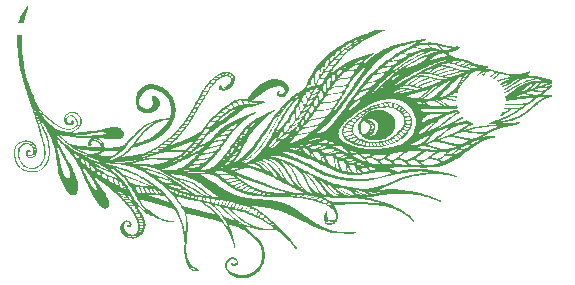
<source format=gbo>
%TF.GenerationSoftware,KiCad,Pcbnew,7.0.7-2.fc38*%
%TF.CreationDate,2023-10-05T15:25:00+05:30*%
%TF.ProjectId,top_plate_niz,746f705f-706c-4617-9465-5f6e697a2e6b,rev?*%
%TF.SameCoordinates,Original*%
%TF.FileFunction,Legend,Bot*%
%TF.FilePolarity,Positive*%
%FSLAX46Y46*%
G04 Gerber Fmt 4.6, Leading zero omitted, Abs format (unit mm)*
G04 Created by KiCad (PCBNEW 7.0.7-2.fc38) date 2023-10-05 15:25:00*
%MOMM*%
%LPD*%
G01*
G04 APERTURE LIST*
%ADD10C,1.000000*%
%ADD11C,4.200000*%
G04 APERTURE END LIST*
%TO.C,L2*%
G36*
X118413541Y-95784107D02*
G01*
X118588084Y-95812515D01*
X118753796Y-95858904D01*
X118909262Y-95922339D01*
X119053067Y-96001889D01*
X119183797Y-96096616D01*
X119300035Y-96205588D01*
X119400368Y-96327872D01*
X119483378Y-96462533D01*
X119547652Y-96608637D01*
X119591774Y-96765250D01*
X119614330Y-96931439D01*
X119613476Y-97058719D01*
X119595091Y-97197842D01*
X119560686Y-97337689D01*
X119512044Y-97471071D01*
X119450948Y-97590793D01*
X119418804Y-97641151D01*
X119317181Y-97774085D01*
X119197658Y-97898961D01*
X119065052Y-98011072D01*
X118924180Y-98105706D01*
X118887764Y-98126436D01*
X118716305Y-98208099D01*
X118532036Y-98272335D01*
X118338472Y-98318925D01*
X118139129Y-98347646D01*
X117937521Y-98358277D01*
X117737163Y-98350598D01*
X117541570Y-98324388D01*
X117354258Y-98279424D01*
X117310598Y-98263520D01*
X117178742Y-98215487D01*
X117159268Y-98206830D01*
X117153647Y-98203887D01*
X117070230Y-98160206D01*
X117007978Y-98127610D01*
X116877799Y-98038537D01*
X116872477Y-98034895D01*
X116772633Y-97946866D01*
X117099293Y-97946866D01*
X117101361Y-97984340D01*
X117104198Y-97991594D01*
X117113616Y-97998288D01*
X117132227Y-97987005D01*
X117147164Y-97969838D01*
X117162919Y-97938766D01*
X117171846Y-97906725D01*
X117170119Y-97884114D01*
X117159756Y-97880924D01*
X117137332Y-97887890D01*
X117113503Y-97910508D01*
X117099293Y-97946866D01*
X116772633Y-97946866D01*
X116753859Y-97930314D01*
X116653219Y-97815492D01*
X116571655Y-97692057D01*
X116510258Y-97561633D01*
X116470124Y-97425850D01*
X116452349Y-97286334D01*
X116456216Y-97189908D01*
X116679119Y-97189908D01*
X116684825Y-97304643D01*
X116703706Y-97419183D01*
X116734307Y-97528800D01*
X116775174Y-97628768D01*
X116824854Y-97714359D01*
X116881893Y-97780845D01*
X116882190Y-97781118D01*
X116914015Y-97809296D01*
X116935401Y-97823563D01*
X116953425Y-97827135D01*
X116975167Y-97823230D01*
X116975507Y-97823141D01*
X117001883Y-97810551D01*
X117250639Y-97810551D01*
X117255869Y-97822389D01*
X117261924Y-97820923D01*
X117285951Y-97809899D01*
X117322958Y-97790385D01*
X117367880Y-97764978D01*
X117470678Y-97705098D01*
X117429309Y-97688671D01*
X117404976Y-97681047D01*
X117377269Y-97682605D01*
X117344084Y-97699243D01*
X117336577Y-97704000D01*
X117303669Y-97727600D01*
X117280006Y-97748586D01*
X117270907Y-97760177D01*
X117256576Y-97786986D01*
X117250639Y-97810551D01*
X117001883Y-97810551D01*
X117004089Y-97809498D01*
X117045687Y-97781747D01*
X117096211Y-97743271D01*
X117151571Y-97697455D01*
X117207674Y-97647680D01*
X117258654Y-97599029D01*
X117433128Y-97599029D01*
X117435359Y-97600772D01*
X117453365Y-97609872D01*
X117483675Y-97623565D01*
X117526273Y-97637612D01*
X117555813Y-97636340D01*
X117562391Y-97631783D01*
X117581571Y-97611850D01*
X117604284Y-97583321D01*
X117625617Y-97552976D01*
X117640659Y-97527595D01*
X117644497Y-97513956D01*
X117638325Y-97510303D01*
X117614323Y-97500389D01*
X117579036Y-97487707D01*
X117516694Y-97466508D01*
X117475299Y-97531672D01*
X117455580Y-97562828D01*
X117439564Y-97588394D01*
X117433128Y-97599029D01*
X117258654Y-97599029D01*
X117260433Y-97597331D01*
X117305755Y-97549791D01*
X117309675Y-97545386D01*
X117384235Y-97450544D01*
X117417012Y-97393329D01*
X117564315Y-97393329D01*
X117606814Y-97412594D01*
X117608288Y-97413258D01*
X117649054Y-97429607D01*
X117687816Y-97442317D01*
X117726320Y-97452774D01*
X117777847Y-97260472D01*
X117746200Y-97259969D01*
X117737945Y-97259690D01*
X117701072Y-97256984D01*
X117659239Y-97252483D01*
X117621812Y-97247758D01*
X117603926Y-97245500D01*
X117564315Y-97393329D01*
X117417012Y-97393329D01*
X117437727Y-97357169D01*
X117472735Y-97260784D01*
X117477837Y-97240295D01*
X117485563Y-97188518D01*
X117482058Y-97142414D01*
X117476107Y-97126509D01*
X117468304Y-97105655D01*
X117583418Y-97105655D01*
X117598291Y-97145791D01*
X117614828Y-97169422D01*
X117638543Y-97185316D01*
X117671957Y-97188182D01*
X117721551Y-97179808D01*
X117780636Y-97166581D01*
X117740683Y-97087010D01*
X117738416Y-97082537D01*
X117717280Y-97044540D01*
X117699026Y-97017667D01*
X117687386Y-97007489D01*
X117683913Y-97008026D01*
X117661807Y-97017204D01*
X117631962Y-97034145D01*
X117621465Y-97041170D01*
X117590803Y-97071905D01*
X117583418Y-97105655D01*
X117468304Y-97105655D01*
X117465485Y-97098121D01*
X117434006Y-97051776D01*
X117385785Y-96999516D01*
X117325583Y-96943607D01*
X117318986Y-96937481D01*
X117309820Y-96929678D01*
X117441687Y-96929678D01*
X117459471Y-96960935D01*
X117473676Y-96977349D01*
X117509768Y-97000882D01*
X117546231Y-97002603D01*
X117578938Y-96981790D01*
X117600536Y-96955468D01*
X117607016Y-96934602D01*
X117595767Y-96913677D01*
X117565796Y-96885405D01*
X117518433Y-96844362D01*
X117480981Y-96869909D01*
X117467124Y-96879908D01*
X117443763Y-96904680D01*
X117441687Y-96929678D01*
X117309820Y-96929678D01*
X117290204Y-96912980D01*
X117219580Y-96860343D01*
X117145818Y-96814203D01*
X117081780Y-96781079D01*
X117283538Y-96781079D01*
X117290025Y-96793451D01*
X117307243Y-96814851D01*
X117320935Y-96826625D01*
X117353427Y-96839693D01*
X117385831Y-96839217D01*
X117408599Y-96824308D01*
X117408420Y-96816152D01*
X117390761Y-96805469D01*
X117351283Y-96793064D01*
X117323404Y-96786155D01*
X117295122Y-96780778D01*
X117283560Y-96780979D01*
X117283538Y-96781079D01*
X117081780Y-96781079D01*
X117073136Y-96776608D01*
X117005751Y-96749611D01*
X116947883Y-96735262D01*
X116903749Y-96735610D01*
X116867231Y-96752133D01*
X116822125Y-96790758D01*
X116777753Y-96847144D01*
X116774884Y-96851542D01*
X116743388Y-96911632D01*
X116715075Y-96985036D01*
X116693432Y-97061443D01*
X116681940Y-97130550D01*
X116679119Y-97189908D01*
X116456216Y-97189908D01*
X116458028Y-97144710D01*
X116482902Y-97017894D01*
X116531787Y-96872668D01*
X116600943Y-96727335D01*
X116688425Y-96584705D01*
X116734847Y-96523423D01*
X117190468Y-96523423D01*
X117202077Y-96537022D01*
X117207882Y-96538634D01*
X117251272Y-96552490D01*
X117308259Y-96572700D01*
X117372710Y-96596873D01*
X117438489Y-96622616D01*
X117499461Y-96647536D01*
X117549490Y-96669243D01*
X117582442Y-96685341D01*
X117620915Y-96708683D01*
X117714950Y-96784082D01*
X117792584Y-96874748D01*
X117851807Y-96977458D01*
X117890612Y-97088987D01*
X117906988Y-97206109D01*
X117905736Y-97254493D01*
X117894292Y-97337205D01*
X117873491Y-97424971D01*
X117845678Y-97508489D01*
X117813194Y-97578459D01*
X117782057Y-97630104D01*
X117739673Y-97689368D01*
X117690914Y-97744448D01*
X117634019Y-97797244D01*
X117631914Y-97799198D01*
X117558810Y-97857474D01*
X117467739Y-97923130D01*
X117445574Y-97938784D01*
X117444125Y-97939808D01*
X117394224Y-97977629D01*
X117365862Y-98004498D01*
X117359038Y-98021025D01*
X117373753Y-98027823D01*
X117410007Y-98025503D01*
X117467802Y-98014680D01*
X117566726Y-97984815D01*
X117678158Y-97933465D01*
X117785918Y-97866655D01*
X117883655Y-97788371D01*
X117965021Y-97702598D01*
X117992341Y-97665977D01*
X118046391Y-97576719D01*
X118093490Y-97476740D01*
X118130960Y-97372977D01*
X118156117Y-97272374D01*
X118166277Y-97181869D01*
X118165685Y-97139369D01*
X118148376Y-97027444D01*
X118107891Y-96922863D01*
X118044016Y-96825176D01*
X117956543Y-96733928D01*
X117941484Y-96720758D01*
X117896160Y-96684110D01*
X117850421Y-96652857D01*
X117801269Y-96625982D01*
X117745706Y-96602467D01*
X117680735Y-96581292D01*
X117603356Y-96561441D01*
X117510573Y-96541894D01*
X117399387Y-96521632D01*
X117266801Y-96499639D01*
X117250902Y-96497216D01*
X117216623Y-96494217D01*
X117198512Y-96498342D01*
X117190837Y-96510402D01*
X117190468Y-96523423D01*
X116734847Y-96523423D01*
X116792289Y-96447592D01*
X116910586Y-96318805D01*
X117041374Y-96201158D01*
X117182706Y-96097460D01*
X117235766Y-96064061D01*
X117394550Y-95978063D01*
X117564565Y-95904115D01*
X117738070Y-95845346D01*
X117907327Y-95804878D01*
X118043625Y-95784968D01*
X118231583Y-95774614D01*
X118413541Y-95784107D01*
G37*
G36*
X119179585Y-95135952D02*
G01*
X119307455Y-95151324D01*
X119516127Y-95194362D01*
X119721136Y-95258245D01*
X119920088Y-95341499D01*
X120110588Y-95442648D01*
X120290240Y-95560220D01*
X120456650Y-95692742D01*
X120607423Y-95838738D01*
X120740163Y-95996738D01*
X120852476Y-96165265D01*
X120901832Y-96255812D01*
X120965490Y-96402672D01*
X121006801Y-96547483D01*
X121026532Y-96693247D01*
X121025450Y-96842971D01*
X121016501Y-96913005D01*
X120991873Y-97021328D01*
X120954714Y-97139720D01*
X120906993Y-97263208D01*
X120850673Y-97386825D01*
X120787726Y-97505598D01*
X120720115Y-97614557D01*
X120656384Y-97703771D01*
X120655509Y-97704995D01*
X120506369Y-97883395D01*
X120505930Y-97883921D01*
X120348926Y-98038326D01*
X120335985Y-98051053D01*
X120146777Y-98205791D01*
X120125510Y-98220328D01*
X119939406Y-98347535D01*
X119916955Y-98360354D01*
X119714974Y-98475685D01*
X119699230Y-98483149D01*
X119487039Y-98583736D01*
X119474581Y-98589642D01*
X119219332Y-98688805D01*
X119194686Y-98696480D01*
X118980399Y-98763210D01*
X118950325Y-98772576D01*
X118668663Y-98840353D01*
X118635472Y-98846147D01*
X118383042Y-98890211D01*
X118375447Y-98891537D01*
X118196450Y-98912812D01*
X118035343Y-98923326D01*
X117924807Y-98930540D01*
X117805713Y-98931612D01*
X117638807Y-98933115D01*
X117462705Y-98925668D01*
X117341374Y-98920536D01*
X117196456Y-98907398D01*
X117035437Y-98892800D01*
X116940800Y-98881192D01*
X116849614Y-98867009D01*
X116688020Y-98841875D01*
X116626729Y-98829131D01*
X116449954Y-98792374D01*
X116271303Y-98744697D01*
X116228053Y-98733155D01*
X116160924Y-98710656D01*
X116790324Y-98710656D01*
X116839953Y-98740056D01*
X116878654Y-98758631D01*
X116948644Y-98776156D01*
X116955975Y-98776992D01*
X116996169Y-98780939D01*
X117023185Y-98779308D01*
X117040249Y-98768339D01*
X117050592Y-98744276D01*
X117057155Y-98705067D01*
X117151518Y-98705067D01*
X117160213Y-98753335D01*
X117184171Y-98786104D01*
X117223852Y-98805153D01*
X117232480Y-98807127D01*
X117267934Y-98811490D01*
X117308917Y-98812848D01*
X117347934Y-98811396D01*
X117377490Y-98807329D01*
X117390089Y-98800840D01*
X117390164Y-98793391D01*
X117388827Y-98765415D01*
X117386045Y-98722295D01*
X117382155Y-98669637D01*
X117375915Y-98589555D01*
X117475265Y-98589555D01*
X117475392Y-98620964D01*
X117477349Y-98664024D01*
X117480607Y-98711497D01*
X117484637Y-98756145D01*
X117488912Y-98790731D01*
X117492901Y-98808014D01*
X117493960Y-98809025D01*
X117511980Y-98813595D01*
X117545511Y-98816931D01*
X117586993Y-98818811D01*
X117628868Y-98819018D01*
X117663579Y-98817332D01*
X117683566Y-98813535D01*
X117683808Y-98813362D01*
X117685137Y-98799168D01*
X117682585Y-98767753D01*
X117677153Y-98725536D01*
X117669842Y-98678930D01*
X117661655Y-98634356D01*
X117653590Y-98598226D01*
X117651989Y-98593320D01*
X117757420Y-98593320D01*
X117757628Y-98621110D01*
X117758861Y-98660700D01*
X117761284Y-98693945D01*
X117774770Y-98755205D01*
X117799675Y-98795799D01*
X117836496Y-98816725D01*
X117851341Y-98820054D01*
X117890235Y-98824831D01*
X117928461Y-98825446D01*
X117958157Y-98822019D01*
X117971459Y-98814671D01*
X117970696Y-98806698D01*
X117963974Y-98778817D01*
X117951889Y-98736825D01*
X117935965Y-98686239D01*
X117897553Y-98568701D01*
X117828972Y-98575642D01*
X117800110Y-98578675D01*
X117770506Y-98582114D01*
X117758126Y-98584033D01*
X117757420Y-98593320D01*
X117651989Y-98593320D01*
X117646652Y-98576960D01*
X117634188Y-98573514D01*
X117603769Y-98569620D01*
X117589231Y-98568413D01*
X117987077Y-98568413D01*
X117988893Y-98575780D01*
X117996315Y-98602500D01*
X118008150Y-98643969D01*
X118022983Y-98695186D01*
X118034217Y-98734188D01*
X118047258Y-98780829D01*
X118056303Y-98814884D01*
X118059862Y-98830877D01*
X118059998Y-98831310D01*
X118073416Y-98834845D01*
X118104164Y-98836617D01*
X118145716Y-98836796D01*
X118191544Y-98835548D01*
X118235120Y-98833045D01*
X118269920Y-98829453D01*
X118289412Y-98824942D01*
X118289982Y-98824141D01*
X118288580Y-98807776D01*
X118281189Y-98775118D01*
X118269516Y-98731953D01*
X118255268Y-98684066D01*
X118240151Y-98637240D01*
X118225874Y-98597258D01*
X118214143Y-98569905D01*
X118211290Y-98567605D01*
X118188849Y-98562829D01*
X118149114Y-98560586D01*
X118097347Y-98561263D01*
X118073096Y-98562310D01*
X118029055Y-98564609D01*
X117998548Y-98566762D01*
X117987077Y-98568413D01*
X117589231Y-98568413D01*
X117562057Y-98566157D01*
X117559985Y-98566022D01*
X117512980Y-98564865D01*
X117486269Y-98569204D01*
X117476219Y-98579610D01*
X117475265Y-98589555D01*
X117375915Y-98589555D01*
X117373563Y-98559368D01*
X118306767Y-98559368D01*
X118306930Y-98563325D01*
X118312632Y-98586460D01*
X118324123Y-98623791D01*
X118339250Y-98669139D01*
X118355863Y-98716332D01*
X118371810Y-98759192D01*
X118384941Y-98791544D01*
X118393102Y-98807212D01*
X118404236Y-98811115D01*
X118432955Y-98812380D01*
X118470124Y-98810098D01*
X118507490Y-98805141D01*
X118536804Y-98798379D01*
X118549815Y-98790680D01*
X118549955Y-98784254D01*
X118544907Y-98757618D01*
X118534293Y-98718141D01*
X118520113Y-98671909D01*
X118504372Y-98625014D01*
X118489071Y-98583542D01*
X118476211Y-98553585D01*
X118467795Y-98541230D01*
X118454757Y-98540213D01*
X118422582Y-98541108D01*
X118381197Y-98544247D01*
X118348942Y-98548188D01*
X118319122Y-98553946D01*
X118306767Y-98559368D01*
X117373563Y-98559368D01*
X117372546Y-98546321D01*
X117331877Y-98538740D01*
X117325784Y-98537630D01*
X117283541Y-98530665D01*
X117239062Y-98524182D01*
X117186916Y-98517203D01*
X117168272Y-98590864D01*
X117157621Y-98639521D01*
X117151518Y-98705067D01*
X117057155Y-98705067D01*
X117057441Y-98703358D01*
X117064029Y-98641825D01*
X117068191Y-98598738D01*
X117072006Y-98551498D01*
X117073809Y-98517923D01*
X117073245Y-98503380D01*
X117071605Y-98502060D01*
X118564570Y-98502060D01*
X118567264Y-98517467D01*
X118576072Y-98550076D01*
X118589155Y-98593935D01*
X118604651Y-98643243D01*
X118620696Y-98692196D01*
X118635425Y-98734993D01*
X118646977Y-98765832D01*
X118653488Y-98778911D01*
X118660067Y-98779833D01*
X118687047Y-98778145D01*
X118729016Y-98772940D01*
X118780242Y-98764855D01*
X118897729Y-98744568D01*
X118820340Y-98609805D01*
X118816899Y-98603827D01*
X118787087Y-98553333D01*
X118761282Y-98511791D01*
X118742142Y-98483358D01*
X118732329Y-98472195D01*
X118717862Y-98472365D01*
X118685626Y-98475837D01*
X118643662Y-98481947D01*
X118605656Y-98489011D01*
X118576226Y-98496411D01*
X118564570Y-98502060D01*
X117071605Y-98502060D01*
X117068521Y-98499577D01*
X117067437Y-98499012D01*
X117046241Y-98487971D01*
X117012860Y-98473593D01*
X116988003Y-98464888D01*
X116954011Y-98460723D01*
X116925946Y-98472002D01*
X116899061Y-98501275D01*
X116868601Y-98551094D01*
X116852666Y-98580532D01*
X116828917Y-98626682D01*
X116811038Y-98664067D01*
X116790324Y-98710656D01*
X116160924Y-98710656D01*
X116023768Y-98664687D01*
X115921623Y-98622083D01*
X116457828Y-98622083D01*
X116463027Y-98628265D01*
X116472835Y-98634138D01*
X116495729Y-98644008D01*
X116534579Y-98657217D01*
X116580254Y-98670549D01*
X116663244Y-98692853D01*
X116749066Y-98554545D01*
X116781979Y-98501145D01*
X116805788Y-98460879D01*
X116819640Y-98433958D01*
X116825186Y-98416573D01*
X116824069Y-98404915D01*
X116817938Y-98395173D01*
X116794579Y-98376075D01*
X116752772Y-98363590D01*
X116709085Y-98368801D01*
X116698302Y-98374644D01*
X116669538Y-98396379D01*
X116632514Y-98428962D01*
X116592570Y-98467854D01*
X116569150Y-98491806D01*
X116522081Y-98540131D01*
X116489362Y-98574614D01*
X116469046Y-98597964D01*
X116459184Y-98612885D01*
X116457828Y-98622083D01*
X115921623Y-98622083D01*
X115901699Y-98613773D01*
X115838548Y-98587434D01*
X115683548Y-98506907D01*
X116145818Y-98506907D01*
X116155433Y-98516466D01*
X116181112Y-98529964D01*
X116226226Y-98549973D01*
X116240240Y-98555874D01*
X116282668Y-98571954D01*
X116315016Y-98581559D01*
X116331178Y-98582779D01*
X116334390Y-98580272D01*
X116352447Y-98563642D01*
X116382093Y-98535015D01*
X116419684Y-98498040D01*
X116461584Y-98456364D01*
X116504148Y-98413636D01*
X116543739Y-98373501D01*
X116576715Y-98339610D01*
X116599436Y-98315609D01*
X116608261Y-98305145D01*
X116607809Y-98303358D01*
X116595253Y-98291234D01*
X116571975Y-98274469D01*
X116546361Y-98258759D01*
X116526797Y-98249801D01*
X116517915Y-98252381D01*
X116491000Y-98266638D01*
X116450398Y-98291256D01*
X116399770Y-98323992D01*
X116342777Y-98362602D01*
X116302671Y-98390391D01*
X116248610Y-98427960D01*
X116203178Y-98459666D01*
X116170234Y-98482812D01*
X116153636Y-98494703D01*
X116148887Y-98498721D01*
X116145818Y-98506907D01*
X115683548Y-98506907D01*
X115673845Y-98501866D01*
X115531109Y-98408450D01*
X115476957Y-98365408D01*
X115472508Y-98361872D01*
X115422673Y-98314109D01*
X115716530Y-98314109D01*
X115718060Y-98323482D01*
X115734333Y-98340785D01*
X115768604Y-98363798D01*
X115822504Y-98393576D01*
X115897666Y-98431173D01*
X115946886Y-98445130D01*
X116008962Y-98439665D01*
X116074454Y-98411184D01*
X116088542Y-98402316D01*
X116124630Y-98377799D01*
X116169323Y-98345941D01*
X116218533Y-98309825D01*
X116268177Y-98272536D01*
X116314169Y-98237160D01*
X116352425Y-98206782D01*
X116378857Y-98184485D01*
X116389383Y-98173356D01*
X116386993Y-98160533D01*
X116369615Y-98138372D01*
X116342500Y-98117337D01*
X116312975Y-98104074D01*
X116295547Y-98100693D01*
X116276132Y-98100055D01*
X116252188Y-98103162D01*
X116220659Y-98110884D01*
X116178492Y-98124090D01*
X116122630Y-98143650D01*
X116050021Y-98170436D01*
X115957608Y-98205319D01*
X115957340Y-98205420D01*
X115879711Y-98235714D01*
X115814000Y-98263001D01*
X115763022Y-98286010D01*
X115729593Y-98303469D01*
X115716530Y-98314109D01*
X115422673Y-98314109D01*
X115371182Y-98264758D01*
X115284690Y-98160502D01*
X115282097Y-98157376D01*
X115236875Y-98087969D01*
X115424987Y-98087969D01*
X115434521Y-98110388D01*
X115458283Y-98146792D01*
X115458514Y-98147128D01*
X115488440Y-98184355D01*
X115519578Y-98206342D01*
X115557131Y-98214186D01*
X115606299Y-98208979D01*
X115672285Y-98191816D01*
X115695103Y-98184827D01*
X115755301Y-98165307D01*
X115822891Y-98142221D01*
X115894043Y-98117005D01*
X115964928Y-98091090D01*
X116031718Y-98065912D01*
X116090581Y-98042903D01*
X116137687Y-98023499D01*
X116169207Y-98009132D01*
X116181312Y-98001238D01*
X116177025Y-97982107D01*
X116161607Y-97952650D01*
X116140348Y-97920800D01*
X116118544Y-97894490D01*
X116101488Y-97881649D01*
X116086403Y-97883462D01*
X116051304Y-97891124D01*
X116000174Y-97903630D01*
X115936843Y-97919927D01*
X115865139Y-97938964D01*
X115788894Y-97959689D01*
X115711938Y-97981048D01*
X115638098Y-98001989D01*
X115571206Y-98021461D01*
X115515091Y-98038410D01*
X115473584Y-98051783D01*
X115450514Y-98060531D01*
X115446573Y-98062469D01*
X115429175Y-98073879D01*
X115424987Y-98087969D01*
X115236875Y-98087969D01*
X115208130Y-98043851D01*
X115152157Y-97928307D01*
X115119890Y-97824022D01*
X115117058Y-97814870D01*
X115102576Y-97736696D01*
X115101745Y-97729285D01*
X115180152Y-97729285D01*
X115185780Y-97752238D01*
X115203831Y-97791894D01*
X115233300Y-97845873D01*
X115248839Y-97872511D01*
X115278901Y-97919474D01*
X115306419Y-97950094D01*
X115336674Y-97966493D01*
X115374952Y-97970788D01*
X115426534Y-97965099D01*
X115496704Y-97951547D01*
X115502891Y-97950247D01*
X115552599Y-97938765D01*
X115613774Y-97923293D01*
X115682502Y-97904967D01*
X115754871Y-97884919D01*
X115826966Y-97864288D01*
X115894877Y-97844206D01*
X115954689Y-97825811D01*
X116002489Y-97810235D01*
X116034365Y-97798615D01*
X116046403Y-97792086D01*
X116046262Y-97790463D01*
X116039426Y-97772202D01*
X116024506Y-97739366D01*
X116004085Y-97697716D01*
X115960104Y-97610708D01*
X115862138Y-97623855D01*
X115848423Y-97625708D01*
X115798946Y-97632487D01*
X115732282Y-97641707D01*
X115653537Y-97652657D01*
X115567817Y-97664629D01*
X115480223Y-97676915D01*
X115432178Y-97683755D01*
X115355105Y-97695112D01*
X115287972Y-97705483D01*
X115234375Y-97714287D01*
X115197914Y-97720947D01*
X115182185Y-97724882D01*
X115180152Y-97729285D01*
X115101745Y-97729285D01*
X115091095Y-97634261D01*
X115090944Y-97590664D01*
X115174855Y-97590664D01*
X115176279Y-97595094D01*
X115180792Y-97596732D01*
X115191932Y-97598612D01*
X115229275Y-97601056D01*
X115281701Y-97601884D01*
X115342957Y-97601201D01*
X115406794Y-97599111D01*
X115466960Y-97595718D01*
X115517204Y-97591127D01*
X115557098Y-97585577D01*
X115628680Y-97573031D01*
X115705417Y-97557180D01*
X115779942Y-97539684D01*
X115844882Y-97522207D01*
X115892870Y-97506409D01*
X115903691Y-97501843D01*
X115917613Y-97491037D01*
X115923576Y-97471628D01*
X115925227Y-97435645D01*
X115924972Y-97424654D01*
X116020841Y-97424654D01*
X116026601Y-97521251D01*
X116049142Y-97612947D01*
X116089730Y-97702378D01*
X116149633Y-97792183D01*
X116230116Y-97884998D01*
X116332445Y-97983462D01*
X116344356Y-97994095D01*
X116478650Y-98103522D01*
X116615877Y-98195060D01*
X116761192Y-98271449D01*
X116919753Y-98335433D01*
X117096713Y-98389749D01*
X117176089Y-98409540D01*
X117399717Y-98450989D01*
X117633370Y-98475112D01*
X117871645Y-98481878D01*
X118109138Y-98471257D01*
X118340444Y-98443221D01*
X118400077Y-98430877D01*
X118812158Y-98430877D01*
X118812456Y-98433291D01*
X118820423Y-98452547D01*
X118836872Y-98485893D01*
X118859179Y-98527917D01*
X118888259Y-98577851D01*
X118929217Y-98636813D01*
X118966569Y-98676947D01*
X118998418Y-98695961D01*
X119036567Y-98697147D01*
X119084147Y-98683304D01*
X119128895Y-98656679D01*
X119165089Y-98627738D01*
X119084733Y-98513181D01*
X119056219Y-98472635D01*
X119025496Y-98429198D01*
X119001688Y-98395818D01*
X118988372Y-98377529D01*
X118978166Y-98368080D01*
X118962320Y-98365909D01*
X118936018Y-98373085D01*
X118893492Y-98390389D01*
X118891207Y-98391374D01*
X118852175Y-98408975D01*
X118823827Y-98423139D01*
X118812158Y-98430877D01*
X118400077Y-98430877D01*
X118560159Y-98397740D01*
X118617932Y-98382244D01*
X118804861Y-98319831D01*
X119081477Y-98319831D01*
X119114510Y-98404301D01*
X119148212Y-98477218D01*
X119186816Y-98531261D01*
X119230376Y-98563285D01*
X119280663Y-98574568D01*
X119339449Y-98566383D01*
X119362289Y-98559671D01*
X119394175Y-98548575D01*
X119410788Y-98540335D01*
X119411261Y-98538530D01*
X119404279Y-98520864D01*
X119385682Y-98488465D01*
X119357809Y-98445206D01*
X119322999Y-98394960D01*
X119316055Y-98385252D01*
X119278793Y-98333669D01*
X119252248Y-98298863D01*
X119233468Y-98277972D01*
X119219497Y-98268138D01*
X119207385Y-98266501D01*
X119194178Y-98270198D01*
X119193380Y-98270493D01*
X119159475Y-98284189D01*
X119122137Y-98300778D01*
X119081477Y-98319831D01*
X118804861Y-98319831D01*
X118854279Y-98303331D01*
X119082980Y-98202005D01*
X119094988Y-98195289D01*
X119306698Y-98195289D01*
X119307302Y-98203319D01*
X119317797Y-98230696D01*
X119337815Y-98269848D01*
X119364224Y-98315484D01*
X119393896Y-98362311D01*
X119423698Y-98405037D01*
X119450502Y-98438373D01*
X119508711Y-98502858D01*
X119573267Y-98466389D01*
X119602478Y-98449073D01*
X119629053Y-98431298D01*
X119640229Y-98420943D01*
X119636607Y-98402474D01*
X119622407Y-98370773D01*
X119601453Y-98333036D01*
X119577628Y-98296244D01*
X119554819Y-98267381D01*
X119545064Y-98257410D01*
X119508580Y-98224400D01*
X119470063Y-98193983D01*
X119444119Y-98175905D01*
X119421459Y-98165059D01*
X119398638Y-98164628D01*
X119364649Y-98172356D01*
X119347231Y-98177212D01*
X119318916Y-98187364D01*
X119306698Y-98195289D01*
X119094988Y-98195289D01*
X119285866Y-98088529D01*
X119496278Y-98088529D01*
X119501571Y-98103932D01*
X119522778Y-98134577D01*
X119558529Y-98178649D01*
X119607454Y-98234332D01*
X119729681Y-98369501D01*
X119782836Y-98330407D01*
X119799349Y-98318161D01*
X119842551Y-98285479D01*
X119880194Y-98256247D01*
X119924399Y-98221181D01*
X119886590Y-98180921D01*
X119868824Y-98162029D01*
X119803465Y-98093143D01*
X119752552Y-98040738D01*
X119714536Y-98003335D01*
X119687875Y-97979456D01*
X119671021Y-97967618D01*
X119662429Y-97966344D01*
X119662136Y-97966552D01*
X119646030Y-97978018D01*
X119616405Y-97999164D01*
X119579446Y-98025575D01*
X119578021Y-98026594D01*
X119541201Y-98053364D01*
X119512054Y-98075318D01*
X119496777Y-98087791D01*
X119496278Y-98088529D01*
X119285866Y-98088529D01*
X119301861Y-98079583D01*
X119508748Y-97937385D01*
X119564310Y-97891066D01*
X119731687Y-97891066D01*
X119738413Y-97900014D01*
X119758542Y-97923156D01*
X119788492Y-97956497D01*
X119824633Y-97996107D01*
X119863339Y-98038057D01*
X119900982Y-98078415D01*
X119933935Y-98113251D01*
X119958569Y-98138635D01*
X119971258Y-98150637D01*
X119972965Y-98151322D01*
X119991233Y-98145839D01*
X120021727Y-98127437D01*
X120059413Y-98099063D01*
X120134291Y-98037842D01*
X120004831Y-97912486D01*
X119984089Y-97892449D01*
X119940536Y-97850714D01*
X119904853Y-97816980D01*
X119880276Y-97794295D01*
X119870044Y-97785702D01*
X119869966Y-97785687D01*
X119857963Y-97792271D01*
X119832339Y-97810275D01*
X119798520Y-97835894D01*
X119797530Y-97836666D01*
X119764554Y-97862814D01*
X119740920Y-97882339D01*
X119731687Y-97891066D01*
X119564310Y-97891066D01*
X119701464Y-97776729D01*
X119750400Y-97727398D01*
X119927741Y-97727398D01*
X119933512Y-97735256D01*
X119953885Y-97756935D01*
X119985567Y-97788663D01*
X120025019Y-97826820D01*
X120056868Y-97857283D01*
X120098833Y-97897767D01*
X120133611Y-97931707D01*
X120155883Y-97953935D01*
X120188031Y-97986996D01*
X120272052Y-97911704D01*
X120291209Y-97894368D01*
X120324969Y-97862863D01*
X120348763Y-97839334D01*
X120358356Y-97827895D01*
X120355450Y-97823966D01*
X120336760Y-97808098D01*
X120304357Y-97783224D01*
X120262416Y-97752303D01*
X120215114Y-97718293D01*
X120166626Y-97684153D01*
X120121129Y-97652841D01*
X120082798Y-97627315D01*
X120055811Y-97610533D01*
X120044343Y-97605454D01*
X120035322Y-97614116D01*
X120013680Y-97635806D01*
X119984553Y-97665417D01*
X119957650Y-97693409D01*
X119936412Y-97716528D01*
X119927741Y-97727398D01*
X119750400Y-97727398D01*
X119877836Y-97598934D01*
X119911639Y-97560582D01*
X119936085Y-97531804D01*
X120107245Y-97531804D01*
X120112971Y-97539437D01*
X120135189Y-97558677D01*
X120170368Y-97585849D01*
X120214491Y-97617740D01*
X120247036Y-97640650D01*
X120297643Y-97676495D01*
X120341918Y-97708104D01*
X120372961Y-97730564D01*
X120421784Y-97766415D01*
X120495792Y-97687189D01*
X120510394Y-97671407D01*
X120541379Y-97636784D01*
X120563499Y-97610442D01*
X120572706Y-97597117D01*
X120565579Y-97589049D01*
X120540523Y-97571850D01*
X120501619Y-97548291D01*
X120453215Y-97520703D01*
X120399660Y-97491417D01*
X120345304Y-97462762D01*
X120294497Y-97437071D01*
X120251587Y-97416672D01*
X120220923Y-97403898D01*
X120206857Y-97401078D01*
X120198099Y-97409584D01*
X120177681Y-97433575D01*
X120152459Y-97465897D01*
X120134044Y-97490941D01*
X120115414Y-97517816D01*
X120107245Y-97531804D01*
X119936085Y-97531804D01*
X119963287Y-97499781D01*
X120019458Y-97431690D01*
X120077229Y-97360021D01*
X120127116Y-97296804D01*
X120273112Y-97296804D01*
X120310373Y-97338913D01*
X120315933Y-97344581D01*
X120343616Y-97366960D01*
X120383586Y-97394617D01*
X120431181Y-97424839D01*
X120481736Y-97454909D01*
X120530588Y-97482111D01*
X120573074Y-97503731D01*
X120604529Y-97517055D01*
X120620293Y-97519364D01*
X120628687Y-97509948D01*
X120646212Y-97484743D01*
X120668294Y-97450122D01*
X120691326Y-97412076D01*
X120711700Y-97376590D01*
X120725807Y-97349649D01*
X120730042Y-97337244D01*
X120728769Y-97336019D01*
X120710912Y-97326117D01*
X120676285Y-97309779D01*
X120629761Y-97289050D01*
X120576207Y-97265979D01*
X120520487Y-97242613D01*
X120467473Y-97221003D01*
X120422030Y-97203193D01*
X120389027Y-97191233D01*
X120373332Y-97187171D01*
X120363132Y-97192282D01*
X120340537Y-97212648D01*
X120314578Y-97242895D01*
X120300491Y-97261209D01*
X120273112Y-97296804D01*
X120127116Y-97296804D01*
X120133681Y-97288485D01*
X120185892Y-97220792D01*
X120230942Y-97160656D01*
X120265910Y-97111786D01*
X120273565Y-97099975D01*
X120430535Y-97099975D01*
X120436107Y-97116749D01*
X120452542Y-97126149D01*
X120486567Y-97143478D01*
X120531807Y-97165414D01*
X120583503Y-97189766D01*
X120636898Y-97214350D01*
X120687232Y-97236977D01*
X120729745Y-97255461D01*
X120759680Y-97267615D01*
X120772277Y-97271250D01*
X120772889Y-97270712D01*
X120780179Y-97254827D01*
X120791001Y-97222677D01*
X120803519Y-97180873D01*
X120815901Y-97136022D01*
X120826312Y-97094734D01*
X120832919Y-97063616D01*
X120833885Y-97049277D01*
X120833292Y-97048780D01*
X120816797Y-97043242D01*
X120781620Y-97034302D01*
X120732426Y-97023085D01*
X120673881Y-97010715D01*
X120618328Y-96999768D01*
X120566624Y-96991040D01*
X120561581Y-96990547D01*
X120531059Y-96987562D01*
X120507351Y-96988960D01*
X120491217Y-96994865D01*
X120472914Y-97010534D01*
X120452332Y-97039358D01*
X120437074Y-97071675D01*
X120430535Y-97099975D01*
X120273565Y-97099975D01*
X120287876Y-97077894D01*
X120314669Y-97023603D01*
X120347919Y-96921189D01*
X120357620Y-96862447D01*
X120497705Y-96862447D01*
X120500673Y-96876212D01*
X120512457Y-96886538D01*
X120538079Y-96896466D01*
X120582564Y-96909037D01*
X120583364Y-96909251D01*
X120640389Y-96922488D01*
X120707306Y-96935167D01*
X120769798Y-96944570D01*
X120871290Y-96957114D01*
X120887693Y-96890355D01*
X120894267Y-96861918D01*
X120906242Y-96803782D01*
X120916128Y-96748659D01*
X120928161Y-96673721D01*
X120721322Y-96690105D01*
X120668522Y-96694642D01*
X120606321Y-96701004D01*
X120556200Y-96707320D01*
X120522298Y-96713052D01*
X120508753Y-96717664D01*
X120505722Y-96728144D01*
X120502755Y-96753028D01*
X120500201Y-96794964D01*
X120497765Y-96857702D01*
X120497705Y-96862447D01*
X120357620Y-96862447D01*
X120366635Y-96807863D01*
X120369470Y-96690027D01*
X120365559Y-96625802D01*
X120358141Y-96560175D01*
X120353195Y-96516416D01*
X120345532Y-96479981D01*
X120457634Y-96479981D01*
X120458570Y-96509827D01*
X120463769Y-96548513D01*
X120474862Y-96610448D01*
X120692331Y-96590416D01*
X120754653Y-96584489D01*
X120818066Y-96578028D01*
X120869336Y-96572330D01*
X120904357Y-96567853D01*
X120919024Y-96565057D01*
X120920206Y-96559739D01*
X120916684Y-96535305D01*
X120907230Y-96496081D01*
X120893026Y-96447407D01*
X120857802Y-96335084D01*
X120821630Y-96343799D01*
X120818516Y-96344584D01*
X120789729Y-96352760D01*
X120744247Y-96366476D01*
X120687666Y-96384020D01*
X120625587Y-96403681D01*
X120609353Y-96408948D01*
X120552306Y-96428645D01*
X120505262Y-96446714D01*
X120472725Y-96461341D01*
X120459197Y-96470712D01*
X120457634Y-96479981D01*
X120345532Y-96479981D01*
X120333327Y-96421945D01*
X120304531Y-96336417D01*
X120265380Y-96253864D01*
X120265282Y-96253684D01*
X120243301Y-96213935D01*
X120223201Y-96181361D01*
X120208650Y-96161717D01*
X120335351Y-96161717D01*
X120335551Y-96166085D01*
X120342469Y-96189339D01*
X120356156Y-96224290D01*
X120373506Y-96264010D01*
X120391411Y-96301574D01*
X120406765Y-96330054D01*
X120416459Y-96342526D01*
X120421771Y-96342458D01*
X120446911Y-96336595D01*
X120487328Y-96324505D01*
X120538189Y-96307906D01*
X120594659Y-96288504D01*
X120651908Y-96268016D01*
X120705101Y-96248153D01*
X120749406Y-96230627D01*
X120779989Y-96217153D01*
X120792019Y-96209442D01*
X120792212Y-96208475D01*
X120786517Y-96187598D01*
X120768506Y-96154493D01*
X120742174Y-96114569D01*
X120711517Y-96073236D01*
X120680531Y-96035905D01*
X120653212Y-96007986D01*
X120633555Y-95994888D01*
X120632214Y-95994833D01*
X120613565Y-96001217D01*
X120578881Y-96017299D01*
X120532585Y-96040931D01*
X120479101Y-96069963D01*
X120468687Y-96075802D01*
X120417314Y-96105592D01*
X120375228Y-96131588D01*
X120346538Y-96151171D01*
X120335351Y-96161717D01*
X120208650Y-96161717D01*
X120201544Y-96152124D01*
X120179532Y-96127563D01*
X120174891Y-96122385D01*
X120139804Y-96088307D01*
X120092846Y-96046052D01*
X120069550Y-96025749D01*
X120199071Y-96025749D01*
X120205155Y-96031936D01*
X120225359Y-96033588D01*
X120258650Y-96033320D01*
X120292069Y-96028979D01*
X120350346Y-96009307D01*
X120413255Y-95976678D01*
X120473831Y-95934296D01*
X120505331Y-95906428D01*
X120521484Y-95882740D01*
X120518974Y-95861963D01*
X120499129Y-95839096D01*
X120488936Y-95830117D01*
X120471977Y-95820566D01*
X120453503Y-95824081D01*
X120424022Y-95840887D01*
X120418748Y-95844234D01*
X120384292Y-95868351D01*
X120340979Y-95901121D01*
X120296904Y-95936457D01*
X120275846Y-95953878D01*
X120233384Y-95989333D01*
X120208137Y-96012419D01*
X120199071Y-96025749D01*
X120069550Y-96025749D01*
X120030576Y-95991782D01*
X120021219Y-95983764D01*
X119973650Y-95942999D01*
X119936280Y-95912271D01*
X120036992Y-95912271D01*
X120037215Y-95924066D01*
X120050766Y-95925062D01*
X120088666Y-95916227D01*
X120136987Y-95895227D01*
X120190305Y-95864620D01*
X120243195Y-95826962D01*
X120263860Y-95810586D01*
X120302477Y-95780022D01*
X120332189Y-95756559D01*
X120347831Y-95744278D01*
X120351451Y-95736203D01*
X120340929Y-95716870D01*
X120310721Y-95686673D01*
X120288653Y-95667490D01*
X120262692Y-95646693D01*
X120248199Y-95637441D01*
X120243862Y-95638772D01*
X120225614Y-95653676D01*
X120198516Y-95681134D01*
X120166724Y-95716441D01*
X120134395Y-95754893D01*
X120105684Y-95791787D01*
X120084750Y-95822417D01*
X120079309Y-95831479D01*
X120051105Y-95881237D01*
X120036992Y-95912271D01*
X119936280Y-95912271D01*
X119918937Y-95898010D01*
X119876210Y-95862876D01*
X119789675Y-95797358D01*
X119710273Y-95744209D01*
X119655595Y-95713273D01*
X119634227Y-95701183D01*
X119620803Y-95695013D01*
X119798636Y-95695013D01*
X119800832Y-95698327D01*
X119817233Y-95713065D01*
X119844618Y-95735019D01*
X119876987Y-95759665D01*
X119908338Y-95782482D01*
X119932670Y-95798947D01*
X119943982Y-95804539D01*
X119943994Y-95804533D01*
X119952320Y-95794463D01*
X119972217Y-95768557D01*
X120000720Y-95730718D01*
X120034865Y-95684852D01*
X120122256Y-95566847D01*
X120056773Y-95523242D01*
X120024466Y-95502571D01*
X119992299Y-95483839D01*
X119972823Y-95474762D01*
X119967842Y-95475054D01*
X119948134Y-95489400D01*
X119918162Y-95523951D01*
X119877268Y-95579430D01*
X119851221Y-95616670D01*
X119824428Y-95655550D01*
X119805912Y-95683117D01*
X119798636Y-95695013D01*
X119620803Y-95695013D01*
X119557766Y-95666040D01*
X119477112Y-95636538D01*
X119388491Y-95610436D01*
X119323882Y-95595037D01*
X119196503Y-95574366D01*
X119102237Y-95566914D01*
X119055152Y-95563192D01*
X118898401Y-95561557D01*
X118757538Y-95568010D01*
X118724825Y-95569508D01*
X118532998Y-95587091D01*
X118321496Y-95614349D01*
X118277592Y-95621328D01*
X118088892Y-95651327D01*
X118006586Y-95666047D01*
X117967387Y-95674056D01*
X117875228Y-95692886D01*
X117760506Y-95721711D01*
X117657339Y-95754203D01*
X117560648Y-95792041D01*
X117549182Y-95797439D01*
X117465355Y-95836908D01*
X117366379Y-95890485D01*
X117334824Y-95908591D01*
X117295303Y-95931879D01*
X117258966Y-95954522D01*
X117223696Y-95978257D01*
X117187378Y-96004821D01*
X117147893Y-96035950D01*
X117103127Y-96073379D01*
X117050961Y-96118845D01*
X117037644Y-96130771D01*
X116989279Y-96174085D01*
X116915965Y-96240834D01*
X116828903Y-96320829D01*
X116767788Y-96377223D01*
X116725975Y-96415806D01*
X116658449Y-96478220D01*
X116559995Y-96569507D01*
X116477016Y-96646993D01*
X116475914Y-96648035D01*
X116407848Y-96712387D01*
X116350826Y-96767401D01*
X116304284Y-96813744D01*
X116287673Y-96831085D01*
X116266559Y-96853127D01*
X116235984Y-96887260D01*
X116210895Y-96917852D01*
X116189627Y-96946614D01*
X116170516Y-96975256D01*
X116151896Y-97005489D01*
X116141859Y-97022655D01*
X116088452Y-97130866D01*
X116049093Y-97241729D01*
X116026835Y-97346910D01*
X116020841Y-97424654D01*
X115924972Y-97424654D01*
X115924780Y-97416380D01*
X115920379Y-97386768D01*
X115912696Y-97373525D01*
X115900999Y-97371709D01*
X115868087Y-97367974D01*
X115818770Y-97362975D01*
X115757134Y-97357073D01*
X115687262Y-97350626D01*
X115613240Y-97343996D01*
X115539153Y-97337542D01*
X115469084Y-97331623D01*
X115429409Y-97328406D01*
X115407118Y-97326599D01*
X115357341Y-97322830D01*
X115323835Y-97320677D01*
X115310688Y-97320498D01*
X115303978Y-97330710D01*
X115288463Y-97358802D01*
X115266711Y-97400217D01*
X115241135Y-97450450D01*
X115229581Y-97473460D01*
X115203884Y-97524841D01*
X115187181Y-97559116D01*
X115177998Y-97579864D01*
X115174855Y-97590664D01*
X115090944Y-97590664D01*
X115090793Y-97547287D01*
X115092193Y-97534639D01*
X115102604Y-97484783D01*
X115120527Y-97421870D01*
X115143604Y-97352680D01*
X115169476Y-97283994D01*
X115195787Y-97222590D01*
X115208408Y-97198095D01*
X115378955Y-97198095D01*
X115382035Y-97206515D01*
X115392074Y-97213442D01*
X115400871Y-97218126D01*
X115453722Y-97237670D01*
X115524101Y-97254176D01*
X115606338Y-97266907D01*
X115694764Y-97275130D01*
X115783706Y-97278110D01*
X115867496Y-97275108D01*
X115938903Y-97269495D01*
X115952411Y-97204720D01*
X115957135Y-97179001D01*
X115958413Y-97167976D01*
X115960887Y-97146638D01*
X115959781Y-97129783D01*
X115950411Y-97124824D01*
X115920637Y-97113860D01*
X115874412Y-97098694D01*
X115815694Y-97080613D01*
X115748439Y-97060909D01*
X115543236Y-97002197D01*
X115455510Y-97100805D01*
X115432206Y-97127066D01*
X115401968Y-97162052D01*
X115384908Y-97184501D01*
X115378955Y-97198095D01*
X115208408Y-97198095D01*
X115220178Y-97175250D01*
X115256267Y-97119572D01*
X115330397Y-97022986D01*
X115421880Y-96920277D01*
X115429339Y-96912825D01*
X115621413Y-96912825D01*
X115622939Y-96922116D01*
X115644052Y-96940851D01*
X115687693Y-96962143D01*
X115752721Y-96985480D01*
X115837992Y-97010345D01*
X115989754Y-97051010D01*
X116042805Y-96966726D01*
X116050241Y-96954723D01*
X116072548Y-96915931D01*
X116086968Y-96886355D01*
X116090667Y-96871624D01*
X116088219Y-96869089D01*
X116069120Y-96856363D01*
X116044294Y-96841852D01*
X116035617Y-96836780D01*
X115992821Y-96813053D01*
X115945839Y-96787891D01*
X115899779Y-96764004D01*
X115859749Y-96744101D01*
X115830859Y-96730894D01*
X115818216Y-96727091D01*
X115812040Y-96732278D01*
X115790731Y-96751157D01*
X115758261Y-96780342D01*
X115718674Y-96816212D01*
X115689874Y-96842788D01*
X115655354Y-96875857D01*
X115631205Y-96900524D01*
X115621413Y-96912825D01*
X115429339Y-96912825D01*
X115527857Y-96814402D01*
X115645467Y-96708319D01*
X115733526Y-96636318D01*
X115912512Y-96636318D01*
X115912564Y-96637978D01*
X115921693Y-96655249D01*
X115941882Y-96682205D01*
X115967922Y-96712325D01*
X115994605Y-96739088D01*
X116009336Y-96751229D01*
X116061758Y-96776679D01*
X116117844Y-96777972D01*
X116177269Y-96755149D01*
X116239706Y-96708251D01*
X116279203Y-96670885D01*
X116302478Y-96645130D01*
X116311126Y-96627217D01*
X116307130Y-96613019D01*
X116292468Y-96598415D01*
X116266394Y-96577883D01*
X116226283Y-96549154D01*
X116185228Y-96522062D01*
X116150030Y-96501051D01*
X116127489Y-96490569D01*
X116120661Y-96490927D01*
X116094367Y-96502045D01*
X116055983Y-96525143D01*
X116010083Y-96557608D01*
X115983533Y-96577820D01*
X115947289Y-96606180D01*
X115922185Y-96626832D01*
X115912512Y-96636318D01*
X115733526Y-96636318D01*
X115771850Y-96604982D01*
X115943385Y-96472306D01*
X116013397Y-96418909D01*
X116197986Y-96418909D01*
X116262203Y-96481390D01*
X116273335Y-96492027D01*
X116321701Y-96531874D01*
X116362442Y-96552044D01*
X116399486Y-96553819D01*
X116436754Y-96538484D01*
X116459253Y-96522069D01*
X116488315Y-96494980D01*
X116514070Y-96465853D01*
X116531358Y-96440638D01*
X116535016Y-96425280D01*
X116529416Y-96419885D01*
X116505623Y-96404616D01*
X116470158Y-96385226D01*
X116430023Y-96365283D01*
X116392218Y-96348356D01*
X116363744Y-96338010D01*
X116336317Y-96334761D01*
X116293365Y-96347549D01*
X116263372Y-96367673D01*
X116229500Y-96393193D01*
X116197986Y-96418909D01*
X116013397Y-96418909D01*
X116098990Y-96353629D01*
X116238715Y-96249019D01*
X116422260Y-96249019D01*
X116458927Y-96280210D01*
X116503721Y-96312865D01*
X116559570Y-96335827D01*
X116612391Y-96335806D01*
X116627504Y-96330730D01*
X116663772Y-96309919D01*
X116700890Y-96280476D01*
X116731223Y-96248873D01*
X116747136Y-96221583D01*
X116741948Y-96205007D01*
X116721883Y-96180188D01*
X116692908Y-96153577D01*
X116661249Y-96130847D01*
X116633133Y-96117674D01*
X116619844Y-96117448D01*
X116586173Y-96127680D01*
X116545158Y-96149027D01*
X116519296Y-96165885D01*
X116480550Y-96194168D01*
X116452661Y-96218166D01*
X116422260Y-96249019D01*
X116238715Y-96249019D01*
X116240441Y-96247727D01*
X116369987Y-96152999D01*
X116489879Y-96067848D01*
X116509908Y-96054107D01*
X116716461Y-96054107D01*
X116727554Y-96071219D01*
X116751530Y-96093612D01*
X116781464Y-96115981D01*
X116810430Y-96133023D01*
X116831504Y-96139431D01*
X116840300Y-96137133D01*
X116866683Y-96122262D01*
X116900976Y-96097137D01*
X116938562Y-96065886D01*
X116974823Y-96032643D01*
X117005144Y-96001538D01*
X117024906Y-95976702D01*
X117029495Y-95962265D01*
X117023739Y-95957791D01*
X116999525Y-95947120D01*
X116964161Y-95935586D01*
X116915970Y-95926950D01*
X116871331Y-95932499D01*
X116825683Y-95954666D01*
X116772790Y-95995399D01*
X116749734Y-96016027D01*
X116726498Y-96038757D01*
X116716493Y-96051346D01*
X116716461Y-96054107D01*
X116509908Y-96054107D01*
X116602368Y-95990674D01*
X116709707Y-95919880D01*
X116814145Y-95853864D01*
X116824991Y-95847298D01*
X117025463Y-95847298D01*
X117038289Y-95864153D01*
X117074390Y-95885679D01*
X117081260Y-95888998D01*
X117100908Y-95894669D01*
X117123367Y-95892620D01*
X117154936Y-95881599D01*
X117201915Y-95860356D01*
X117246532Y-95837508D01*
X117297945Y-95807311D01*
X117346104Y-95775481D01*
X117387372Y-95744745D01*
X117418119Y-95717831D01*
X117434714Y-95697467D01*
X117433524Y-95686382D01*
X117425267Y-95683654D01*
X117388438Y-95684349D01*
X117336110Y-95697427D01*
X117271873Y-95721815D01*
X117199319Y-95756438D01*
X117174158Y-95769393D01*
X117126170Y-95793217D01*
X117086373Y-95811863D01*
X117061493Y-95822124D01*
X117035529Y-95833220D01*
X117025463Y-95847298D01*
X116824991Y-95847298D01*
X116917934Y-95791030D01*
X117072828Y-95701952D01*
X117273329Y-95596977D01*
X117524584Y-95596977D01*
X117532143Y-95614448D01*
X117556497Y-95631168D01*
X117590434Y-95643487D01*
X117626738Y-95647756D01*
X117666090Y-95642388D01*
X117711990Y-95628690D01*
X117756300Y-95609535D01*
X117793456Y-95587749D01*
X117817893Y-95566156D01*
X117824046Y-95547581D01*
X117809763Y-95531983D01*
X117780415Y-95515748D01*
X117745542Y-95503416D01*
X117714586Y-95499162D01*
X117714014Y-95499195D01*
X117688202Y-95505950D01*
X117649615Y-95521693D01*
X117606380Y-95543122D01*
X117601797Y-95545615D01*
X117563791Y-95567546D01*
X117536216Y-95585633D01*
X117524771Y-95596174D01*
X117524584Y-95596977D01*
X117273329Y-95596977D01*
X117358417Y-95552428D01*
X117588520Y-95447867D01*
X117874144Y-95447867D01*
X117886946Y-95465321D01*
X117912062Y-95488335D01*
X117943586Y-95512235D01*
X117975612Y-95532353D01*
X118002231Y-95544017D01*
X118003019Y-95544225D01*
X118045635Y-95547857D01*
X118097029Y-95542302D01*
X118144145Y-95528944D01*
X118147329Y-95527589D01*
X118158821Y-95519974D01*
X118161236Y-95507322D01*
X118154086Y-95483921D01*
X118136883Y-95444058D01*
X118103670Y-95369902D01*
X117992442Y-95400985D01*
X117965539Y-95408759D01*
X117920733Y-95422987D01*
X117888392Y-95434983D01*
X117874160Y-95442754D01*
X117874144Y-95447867D01*
X117588520Y-95447867D01*
X117638451Y-95425178D01*
X117835713Y-95349709D01*
X118175570Y-95349709D01*
X118178766Y-95357451D01*
X118194048Y-95379926D01*
X118217807Y-95411087D01*
X118245517Y-95445370D01*
X118272650Y-95477212D01*
X118294676Y-95501048D01*
X118307070Y-95511313D01*
X118315781Y-95511379D01*
X118345227Y-95508909D01*
X118389556Y-95504050D01*
X118443193Y-95497532D01*
X118500564Y-95490086D01*
X118556094Y-95482441D01*
X118604212Y-95475328D01*
X118639341Y-95469477D01*
X118655908Y-95465618D01*
X118653514Y-95455158D01*
X118638699Y-95430795D01*
X118615063Y-95397302D01*
X118586304Y-95359411D01*
X118556120Y-95321850D01*
X118528206Y-95289351D01*
X118506262Y-95266645D01*
X118493986Y-95258462D01*
X118493142Y-95258589D01*
X118474700Y-95262924D01*
X118438123Y-95272354D01*
X118388272Y-95285603D01*
X118330012Y-95301398D01*
X118320391Y-95304042D01*
X118264349Y-95319952D01*
X118218528Y-95333804D01*
X118187434Y-95344194D01*
X118175570Y-95349709D01*
X117835713Y-95349709D01*
X117912530Y-95320320D01*
X118180253Y-95237968D01*
X118190936Y-95235523D01*
X118625729Y-95235523D01*
X118632023Y-95255320D01*
X118648118Y-95287926D01*
X118670330Y-95327102D01*
X118694970Y-95366608D01*
X118718355Y-95400204D01*
X118736798Y-95421650D01*
X118742568Y-95426452D01*
X118789392Y-95449127D01*
X118850493Y-95458505D01*
X118919736Y-95453521D01*
X118950218Y-95447499D01*
X118979563Y-95439899D01*
X118991651Y-95434154D01*
X118991932Y-95432378D01*
X118989584Y-95410453D01*
X118981872Y-95375358D01*
X118970917Y-95335742D01*
X118958836Y-95300251D01*
X118950463Y-95281523D01*
X118913120Y-95232647D01*
X118860837Y-95203144D01*
X118793831Y-95193101D01*
X118712322Y-95202606D01*
X118710988Y-95202898D01*
X118669355Y-95213735D01*
X118638814Y-95224855D01*
X118625895Y-95233899D01*
X118625729Y-95235523D01*
X118190936Y-95235523D01*
X118441221Y-95178240D01*
X118487173Y-95171543D01*
X119011981Y-95171543D01*
X119013721Y-95186387D01*
X119023134Y-95215170D01*
X119041104Y-95260673D01*
X119068506Y-95325676D01*
X119129019Y-95466963D01*
X119237081Y-95488364D01*
X119259837Y-95492679D01*
X119305743Y-95500111D01*
X119339843Y-95503871D01*
X119356044Y-95503198D01*
X119364457Y-95489546D01*
X119370330Y-95455943D01*
X119371680Y-95415147D01*
X119476335Y-95415147D01*
X119488957Y-95483291D01*
X119515809Y-95538915D01*
X119555837Y-95577601D01*
X119557616Y-95578690D01*
X119584689Y-95593253D01*
X119618426Y-95609112D01*
X119651664Y-95623211D01*
X119677239Y-95632499D01*
X119687985Y-95633922D01*
X119694311Y-95623105D01*
X119711153Y-95595625D01*
X119735926Y-95555680D01*
X119766044Y-95507458D01*
X119795719Y-95459596D01*
X119819889Y-95419657D01*
X119835869Y-95392132D01*
X119841186Y-95381182D01*
X119838364Y-95379640D01*
X119817568Y-95370358D01*
X119779948Y-95354306D01*
X119729513Y-95333186D01*
X119670275Y-95308700D01*
X119501404Y-95239301D01*
X119487802Y-95293369D01*
X119479003Y-95338897D01*
X119476335Y-95415147D01*
X119371680Y-95415147D01*
X119371871Y-95409376D01*
X119369562Y-95355894D01*
X119363883Y-95301549D01*
X119355317Y-95252396D01*
X119344344Y-95214485D01*
X119331447Y-95193870D01*
X119315172Y-95189619D01*
X119279453Y-95184967D01*
X119229760Y-95180570D01*
X119171436Y-95176996D01*
X119114035Y-95174082D01*
X119066073Y-95171448D01*
X119032607Y-95169384D01*
X119018651Y-95168180D01*
X119017035Y-95167859D01*
X119011981Y-95171543D01*
X118487173Y-95171543D01*
X118695032Y-95141250D01*
X118941288Y-95127116D01*
X119179585Y-95135952D01*
G37*
G36*
X88492136Y-87016297D02*
G01*
X88515116Y-87041220D01*
X88517295Y-87058684D01*
X88512701Y-87098883D01*
X88500644Y-87156323D01*
X88481957Y-87227861D01*
X88457478Y-87310352D01*
X88428040Y-87400654D01*
X88394478Y-87495622D01*
X88379757Y-87536618D01*
X88326326Y-87700320D01*
X88273783Y-87883621D01*
X88222900Y-88082635D01*
X88174450Y-88293475D01*
X88129207Y-88512253D01*
X88087943Y-88735085D01*
X88051431Y-88958084D01*
X88020444Y-89177361D01*
X87995755Y-89389031D01*
X87978137Y-89589208D01*
X87976966Y-89605762D01*
X87969013Y-89735002D01*
X87963811Y-89858768D01*
X87961526Y-89980022D01*
X87962318Y-90101727D01*
X87966352Y-90226848D01*
X87973791Y-90358346D01*
X87984800Y-90499186D01*
X87999541Y-90652331D01*
X88018176Y-90820743D01*
X88040872Y-91007387D01*
X88067789Y-91215226D01*
X88083616Y-91334774D01*
X88100013Y-91458918D01*
X88115711Y-91578053D01*
X88130289Y-91688957D01*
X88143322Y-91788409D01*
X88154388Y-91873187D01*
X88163066Y-91940069D01*
X88168928Y-91985833D01*
X88173596Y-92020686D01*
X88186976Y-92109249D01*
X88204095Y-92212111D01*
X88223910Y-92323759D01*
X88245378Y-92438679D01*
X88267457Y-92551360D01*
X88289101Y-92656288D01*
X88309269Y-92747948D01*
X88326917Y-92820828D01*
X88335498Y-92852833D01*
X88367456Y-92961504D01*
X88409466Y-93091930D01*
X88461554Y-93244181D01*
X88523744Y-93418326D01*
X88596063Y-93614434D01*
X88678536Y-93832575D01*
X88771188Y-94072817D01*
X88874044Y-94335228D01*
X88987129Y-94619880D01*
X89004399Y-94663009D01*
X89056760Y-94792318D01*
X89102765Y-94902968D01*
X89144048Y-94998328D01*
X89182242Y-95081765D01*
X89218981Y-95156646D01*
X89255901Y-95226340D01*
X89294635Y-95294215D01*
X89336816Y-95363638D01*
X89384079Y-95437977D01*
X89478300Y-95579437D01*
X89635630Y-95796079D01*
X89799899Y-95997412D01*
X89975421Y-96188303D01*
X90166513Y-96373616D01*
X90377488Y-96558218D01*
X90492796Y-96653068D01*
X90676893Y-96797242D01*
X90850134Y-96923032D01*
X91014430Y-97031602D01*
X91171688Y-97124116D01*
X91323814Y-97201742D01*
X91472719Y-97265643D01*
X91620311Y-97316982D01*
X91637013Y-97322078D01*
X91744967Y-97351885D01*
X91837759Y-97370810D01*
X91921071Y-97379491D01*
X92000581Y-97378561D01*
X92081966Y-97368656D01*
X92136262Y-97357060D01*
X92235666Y-97324502D01*
X92332812Y-97279542D01*
X92422126Y-97225324D01*
X92498035Y-97164995D01*
X92554966Y-97101701D01*
X92589672Y-97040966D01*
X92619065Y-96953315D01*
X92631228Y-96860442D01*
X92624425Y-96770611D01*
X92607578Y-96709161D01*
X92569239Y-96622093D01*
X92516953Y-96537684D01*
X92454333Y-96460242D01*
X92384991Y-96394079D01*
X92312541Y-96343502D01*
X92240596Y-96312821D01*
X92175787Y-96302149D01*
X92090415Y-96306069D01*
X92007156Y-96327762D01*
X91932381Y-96365422D01*
X91872457Y-96417241D01*
X91852870Y-96441751D01*
X91836658Y-96470088D01*
X91824929Y-96505482D01*
X91814053Y-96556603D01*
X91807307Y-96604368D01*
X91808079Y-96693134D01*
X91826981Y-96770875D01*
X91862924Y-96835265D01*
X91914821Y-96883981D01*
X91981584Y-96914698D01*
X92018911Y-96923017D01*
X92049643Y-96921399D01*
X92080614Y-96907580D01*
X92091498Y-96900993D01*
X92095212Y-96897981D01*
X92247814Y-96897981D01*
X92280078Y-96858675D01*
X92302669Y-96822721D01*
X92305398Y-96787931D01*
X92286540Y-96750065D01*
X92279822Y-96742182D01*
X92272655Y-96741788D01*
X92266751Y-96756242D01*
X92260989Y-96788748D01*
X92254252Y-96842513D01*
X92247814Y-96897981D01*
X92095212Y-96897981D01*
X92109181Y-96886651D01*
X92122521Y-96866719D01*
X92134975Y-96835125D01*
X92150002Y-96785801D01*
X92172453Y-96718969D01*
X92198918Y-96666791D01*
X92228975Y-96635517D01*
X92264534Y-96623230D01*
X92307511Y-96628013D01*
X92343638Y-96645615D01*
X92381173Y-96680271D01*
X92410873Y-96723953D01*
X92428158Y-96769745D01*
X92428450Y-96810730D01*
X92412432Y-96845435D01*
X92378692Y-96891252D01*
X92333307Y-96938986D01*
X92281444Y-96983266D01*
X92228273Y-97018723D01*
X92213401Y-97026411D01*
X92192797Y-97037065D01*
X92097471Y-97070272D01*
X92003611Y-97079067D01*
X91910928Y-97063416D01*
X91819132Y-97023284D01*
X91727933Y-96958634D01*
X91668393Y-96896301D01*
X91613590Y-96811261D01*
X91572760Y-96715198D01*
X91548476Y-96614303D01*
X91543313Y-96514765D01*
X91545566Y-96483002D01*
X91555046Y-96422002D01*
X91573468Y-96366973D01*
X91604414Y-96305661D01*
X91606149Y-96302581D01*
X91682423Y-96191675D01*
X91774779Y-96098672D01*
X91881560Y-96024516D01*
X92001112Y-95970154D01*
X92131779Y-95936529D01*
X92271905Y-95924588D01*
X92311388Y-95925921D01*
X92412351Y-95940214D01*
X92517592Y-95967957D01*
X92617923Y-96006421D01*
X92704153Y-96052881D01*
X92760108Y-96093687D01*
X92846501Y-96173970D01*
X92922420Y-96265620D01*
X92980985Y-96360979D01*
X92990558Y-96381354D01*
X93019831Y-96461900D01*
X93043035Y-96553462D01*
X93057903Y-96645767D01*
X93062165Y-96728545D01*
X93060801Y-96753437D01*
X93046753Y-96841932D01*
X93019741Y-96939123D01*
X92982124Y-97037507D01*
X92936257Y-97129575D01*
X92914646Y-97166144D01*
X92821352Y-97297587D01*
X92712496Y-97412064D01*
X92585928Y-97511602D01*
X92439499Y-97598230D01*
X92394012Y-97622257D01*
X92352132Y-97645718D01*
X92323239Y-97663479D01*
X92311825Y-97672911D01*
X92314419Y-97681275D01*
X92332990Y-97689224D01*
X92370021Y-97694375D01*
X92427006Y-97696835D01*
X92505440Y-97696711D01*
X92606817Y-97694110D01*
X92951340Y-97675855D01*
X93323297Y-97642620D01*
X93710019Y-97595076D01*
X94109120Y-97533558D01*
X94518215Y-97458397D01*
X94934916Y-97369923D01*
X95088096Y-97335691D01*
X95229400Y-97305287D01*
X95352278Y-97280424D01*
X95459458Y-97260714D01*
X95553663Y-97245770D01*
X95637622Y-97235205D01*
X95714060Y-97228628D01*
X95785702Y-97225653D01*
X95855275Y-97225891D01*
X95925504Y-97228956D01*
X95991123Y-97235038D01*
X96092087Y-97251444D01*
X96190166Y-97274994D01*
X96278156Y-97303865D01*
X96348854Y-97336230D01*
X96407020Y-97372267D01*
X96495895Y-97444444D01*
X96564074Y-97524147D01*
X96611308Y-97609261D01*
X96637348Y-97697676D01*
X96641943Y-97787277D01*
X96624846Y-97875954D01*
X96585803Y-97961592D01*
X96524569Y-98042079D01*
X96440893Y-98115302D01*
X96369238Y-98159091D01*
X96258279Y-98205125D01*
X96127293Y-98239300D01*
X95977134Y-98261573D01*
X95808652Y-98271899D01*
X95622707Y-98270233D01*
X95420147Y-98256529D01*
X95201830Y-98230743D01*
X94968609Y-98192830D01*
X94947634Y-98189003D01*
X94846159Y-98170995D01*
X94765212Y-98157690D01*
X94701852Y-98148713D01*
X94653137Y-98143685D01*
X94616126Y-98142229D01*
X94587878Y-98143968D01*
X94541977Y-98149899D01*
X94617136Y-98224503D01*
X94695573Y-98302963D01*
X94763813Y-98372799D01*
X94817328Y-98429697D01*
X94857854Y-98475559D01*
X94887128Y-98512284D01*
X94906884Y-98541774D01*
X94914765Y-98556347D01*
X94941108Y-98628333D01*
X94959940Y-98723446D01*
X94971214Y-98841474D01*
X94974347Y-98885239D01*
X94978159Y-98922493D01*
X94981712Y-98943425D01*
X94985866Y-98948468D01*
X95000696Y-98953964D01*
X95028709Y-98958153D01*
X95072746Y-98961296D01*
X95135649Y-98963657D01*
X95220261Y-98965500D01*
X95345559Y-98966705D01*
X95587297Y-98962775D01*
X95806734Y-98950134D01*
X96004339Y-98928711D01*
X96180581Y-98898433D01*
X96335929Y-98859226D01*
X96470854Y-98811019D01*
X96585821Y-98753738D01*
X96602420Y-98743831D01*
X96630436Y-98725933D01*
X96656938Y-98706609D01*
X96684442Y-98683412D01*
X96715460Y-98653895D01*
X96752507Y-98615614D01*
X96798097Y-98566122D01*
X96854744Y-98502971D01*
X96924963Y-98423715D01*
X96995710Y-98344353D01*
X97178121Y-98146846D01*
X97361915Y-97958670D01*
X97552255Y-97774780D01*
X97754303Y-97590134D01*
X97973219Y-97399691D01*
X98001463Y-97375792D01*
X98201568Y-97215398D01*
X98396331Y-97075792D01*
X98588880Y-96955139D01*
X98782345Y-96851602D01*
X98979858Y-96763342D01*
X99184546Y-96688521D01*
X99202380Y-96682742D01*
X99301550Y-96653262D01*
X99408835Y-96625912D01*
X99527515Y-96600021D01*
X99660875Y-96574914D01*
X99812192Y-96549919D01*
X99984749Y-96524362D01*
X100051248Y-96514957D01*
X100141841Y-96502140D01*
X100226761Y-96490121D01*
X100301347Y-96479561D01*
X100360941Y-96471119D01*
X100400884Y-96465455D01*
X100499975Y-96451385D01*
X100558081Y-96232561D01*
X100584575Y-96127990D01*
X100604450Y-96035762D01*
X100617269Y-95954001D01*
X100623801Y-95876312D01*
X100624812Y-95796304D01*
X100621069Y-95707579D01*
X100616845Y-95656646D01*
X100599057Y-95529847D01*
X100571220Y-95392144D01*
X100535060Y-95250607D01*
X100492297Y-95112306D01*
X100444660Y-94984310D01*
X100408100Y-94905282D01*
X100327898Y-94771340D01*
X100227025Y-94640184D01*
X100107893Y-94514515D01*
X99972918Y-94397031D01*
X99824513Y-94290436D01*
X99811782Y-94282207D01*
X99712313Y-94221449D01*
X99619554Y-94172511D01*
X99525707Y-94131980D01*
X99422971Y-94096445D01*
X99303550Y-94062493D01*
X99242675Y-94046732D01*
X99178011Y-94031168D01*
X99126039Y-94020779D01*
X99080565Y-94014556D01*
X99035397Y-94011495D01*
X98984342Y-94010587D01*
X98962804Y-94010882D01*
X98887412Y-94015600D01*
X98807041Y-94024900D01*
X98735709Y-94037279D01*
X98718225Y-94041157D01*
X98656707Y-94057314D01*
X98601338Y-94077311D01*
X98543430Y-94104653D01*
X98474297Y-94142851D01*
X98438067Y-94164112D01*
X98381101Y-94200320D01*
X98334996Y-94235106D01*
X98292261Y-94274402D01*
X98245402Y-94324142D01*
X98230420Y-94340909D01*
X98124346Y-94472503D01*
X98040022Y-94603585D01*
X97975348Y-94737825D01*
X97928231Y-94878888D01*
X97908427Y-94969749D01*
X97898233Y-95092974D01*
X97910108Y-95205511D01*
X97944040Y-95307322D01*
X98000021Y-95398368D01*
X98078040Y-95478609D01*
X98092861Y-95490721D01*
X98191137Y-95556751D01*
X98298843Y-95607800D01*
X98411886Y-95643142D01*
X98526170Y-95662051D01*
X98637604Y-95663802D01*
X98742092Y-95647667D01*
X98835542Y-95612924D01*
X98869360Y-95591648D01*
X98914136Y-95555596D01*
X98953727Y-95516189D01*
X98975485Y-95489346D01*
X99027924Y-95399105D01*
X99059786Y-95296373D01*
X99070961Y-95181995D01*
X99061338Y-95056817D01*
X99030810Y-94921685D01*
X99007325Y-94833835D01*
X98991515Y-94749816D01*
X98988166Y-94683134D01*
X98997420Y-94631655D01*
X99019417Y-94593244D01*
X99054299Y-94565770D01*
X99101899Y-94549931D01*
X99166371Y-94552440D01*
X99240609Y-94577465D01*
X99324608Y-94625006D01*
X99387258Y-94669806D01*
X99488977Y-94760473D01*
X99571372Y-94859674D01*
X99633135Y-94965391D01*
X99672959Y-95075609D01*
X99689542Y-95188314D01*
X99687082Y-95263497D01*
X99663933Y-95374509D01*
X99618885Y-95482925D01*
X99553525Y-95586982D01*
X99469438Y-95684916D01*
X99368210Y-95774963D01*
X99251427Y-95855360D01*
X99120676Y-95924343D01*
X98977542Y-95980147D01*
X98922811Y-95997007D01*
X98770318Y-96031852D01*
X98624545Y-96045724D01*
X98481331Y-96038826D01*
X98336519Y-96011361D01*
X98250712Y-95987156D01*
X98178922Y-95960530D01*
X98115971Y-95928088D01*
X98053946Y-95885731D01*
X97984934Y-95829366D01*
X97946320Y-95794426D01*
X97849941Y-95687672D01*
X97773939Y-95569510D01*
X97717037Y-95437697D01*
X97677957Y-95289987D01*
X97655524Y-95124312D01*
X97652191Y-94934949D01*
X97671175Y-94741302D01*
X97712347Y-94546196D01*
X97713762Y-94540953D01*
X97773135Y-94367458D01*
X97853167Y-94207025D01*
X97953398Y-94060335D01*
X98073363Y-93928065D01*
X98212603Y-93810894D01*
X98290735Y-93758320D01*
X98435788Y-93683246D01*
X98590361Y-93629501D01*
X98753101Y-93596903D01*
X98922652Y-93585268D01*
X99097661Y-93594419D01*
X99276775Y-93624171D01*
X99458638Y-93674343D01*
X99641896Y-93744754D01*
X99825195Y-93835222D01*
X100007182Y-93945565D01*
X100186501Y-94075602D01*
X100325407Y-94193353D01*
X100490582Y-94360174D01*
X100636072Y-94541051D01*
X100762802Y-94737048D01*
X100815730Y-94835748D01*
X100898223Y-95028840D01*
X100958899Y-95231510D01*
X100997617Y-95442384D01*
X101014235Y-95660089D01*
X101008608Y-95883252D01*
X100980592Y-96110503D01*
X100930046Y-96340467D01*
X100881686Y-96502147D01*
X100789360Y-96743259D01*
X100675752Y-96973193D01*
X100540750Y-97192055D01*
X100384245Y-97399956D01*
X100206129Y-97597001D01*
X100006290Y-97783300D01*
X99784621Y-97958960D01*
X99541010Y-98124090D01*
X99275349Y-98278797D01*
X98987526Y-98423188D01*
X98677435Y-98557373D01*
X98569282Y-98599893D01*
X98446129Y-98645863D01*
X98319189Y-98690481D01*
X98185090Y-98734829D01*
X98040463Y-98779984D01*
X97881937Y-98827025D01*
X97706139Y-98877031D01*
X97533712Y-98924473D01*
X97509699Y-98931080D01*
X97433541Y-98953957D01*
X97345563Y-98989143D01*
X97270287Y-99032540D01*
X97200873Y-99088285D01*
X97130484Y-99160515D01*
X97105059Y-99188529D01*
X96995399Y-99300133D01*
X96874047Y-99409085D01*
X96737097Y-99518738D01*
X96580642Y-99632442D01*
X96537826Y-99662967D01*
X96500838Y-99690717D01*
X96476451Y-99710656D01*
X96468515Y-99719786D01*
X96471310Y-99721602D01*
X96493892Y-99724804D01*
X96535076Y-99725657D01*
X96590618Y-99724307D01*
X96656276Y-99720898D01*
X96727803Y-99715575D01*
X96800958Y-99708481D01*
X96801564Y-99708415D01*
X96909778Y-99695611D01*
X97036415Y-99679019D01*
X97176716Y-99659381D01*
X97325928Y-99637441D01*
X97479292Y-99613939D01*
X97632055Y-99589622D01*
X97779461Y-99565229D01*
X97916751Y-99541505D01*
X98039172Y-99519191D01*
X98081455Y-99510899D01*
X98593516Y-99510899D01*
X98594245Y-99515275D01*
X98611098Y-99524738D01*
X98645347Y-99531929D01*
X98691935Y-99536472D01*
X98745807Y-99537990D01*
X98801908Y-99536104D01*
X98855181Y-99530438D01*
X98864752Y-99528750D01*
X98901298Y-99520444D01*
X98948680Y-99507989D01*
X99001962Y-99492887D01*
X99056208Y-99476642D01*
X99106485Y-99460755D01*
X99147854Y-99446730D01*
X99175383Y-99436070D01*
X99184135Y-99430277D01*
X99178174Y-99428424D01*
X99152504Y-99422883D01*
X99111423Y-99414946D01*
X99060194Y-99405660D01*
X99048022Y-99403557D01*
X98939751Y-99389709D01*
X98937086Y-99389369D01*
X98843950Y-99387983D01*
X98765486Y-99399845D01*
X98698566Y-99425393D01*
X98640064Y-99465073D01*
X98626106Y-99477222D01*
X98603445Y-99498714D01*
X98593516Y-99510899D01*
X98081455Y-99510899D01*
X98141968Y-99499032D01*
X98165788Y-99494050D01*
X98227089Y-99480273D01*
X98283955Y-99465521D01*
X98339258Y-99448569D01*
X98395869Y-99428191D01*
X98456662Y-99403160D01*
X98524508Y-99372253D01*
X98602282Y-99334241D01*
X98660887Y-99304256D01*
X98962648Y-99304256D01*
X99070610Y-99323790D01*
X99087122Y-99326661D01*
X99184272Y-99339058D01*
X99277090Y-99343741D01*
X99359287Y-99340608D01*
X99424568Y-99329556D01*
X99445895Y-99322319D01*
X99486732Y-99303959D01*
X99530068Y-99280590D01*
X99546221Y-99270528D01*
X102000714Y-99270528D01*
X102012388Y-99276519D01*
X102039138Y-99280597D01*
X102121730Y-99283016D01*
X102192386Y-99274522D01*
X102253260Y-99252272D01*
X102311064Y-99213766D01*
X102372514Y-99156508D01*
X102376724Y-99152178D01*
X102417582Y-99110657D01*
X102457699Y-99070632D01*
X102488949Y-99040216D01*
X102534399Y-98997035D01*
X102492374Y-98994038D01*
X102443207Y-98990604D01*
X102375928Y-98987284D01*
X102373820Y-98987180D01*
X102320426Y-98988859D01*
X102277625Y-98997806D01*
X102240016Y-99016184D01*
X102202201Y-99046160D01*
X102158777Y-99089898D01*
X102104346Y-99149561D01*
X102101901Y-99152268D01*
X102063158Y-99195632D01*
X102031213Y-99232186D01*
X102009320Y-99258159D01*
X102000731Y-99269776D01*
X102000714Y-99270528D01*
X99546221Y-99270528D01*
X99569656Y-99255930D01*
X99599252Y-99233699D01*
X99612607Y-99217612D01*
X99608079Y-99209896D01*
X99587512Y-99204547D01*
X99533135Y-99201804D01*
X99425836Y-99197278D01*
X99329631Y-99194415D01*
X99305493Y-99194072D01*
X99247199Y-99193244D01*
X99181218Y-99193788D01*
X99134369Y-99196072D01*
X99109328Y-99200121D01*
X99091547Y-99208612D01*
X99055441Y-99231045D01*
X99018062Y-99258874D01*
X98962648Y-99304256D01*
X98660887Y-99304256D01*
X98692855Y-99287900D01*
X98799098Y-99232002D01*
X98923886Y-99165323D01*
X98931329Y-99161239D01*
X100534918Y-99161239D01*
X100541298Y-99163404D01*
X100554695Y-99164274D01*
X100555270Y-99164297D01*
X100580263Y-99165958D01*
X100623515Y-99169477D01*
X100679103Y-99174351D01*
X100741104Y-99180076D01*
X100804097Y-99185769D01*
X100866208Y-99190878D01*
X100918137Y-99194646D01*
X100952760Y-99196519D01*
X100992323Y-99197357D01*
X101074786Y-99197364D01*
X101168562Y-99195657D01*
X101269168Y-99192466D01*
X101372119Y-99188019D01*
X101472936Y-99182547D01*
X101567132Y-99176277D01*
X101650225Y-99169440D01*
X101717733Y-99162265D01*
X101765170Y-99154982D01*
X101773329Y-99153258D01*
X101832676Y-99135300D01*
X101888320Y-99107112D01*
X101944154Y-99065878D01*
X102004069Y-99008780D01*
X102071959Y-98933005D01*
X102106394Y-98892506D01*
X102352585Y-98892506D01*
X102365346Y-98901171D01*
X102396165Y-98911761D01*
X102436415Y-98921103D01*
X102477998Y-98927368D01*
X102512811Y-98928723D01*
X102566028Y-98916571D01*
X102629134Y-98885165D01*
X102694264Y-98837590D01*
X102756702Y-98776784D01*
X102769996Y-98761847D01*
X102799898Y-98727449D01*
X102821126Y-98701859D01*
X102829753Y-98689754D01*
X102825777Y-98685928D01*
X102803604Y-98679377D01*
X102767771Y-98672831D01*
X102724834Y-98667242D01*
X102681353Y-98663561D01*
X102643885Y-98662744D01*
X102592048Y-98672016D01*
X102580736Y-98674039D01*
X102510597Y-98709410D01*
X102443203Y-98768162D01*
X102409749Y-98804797D01*
X102373758Y-98847878D01*
X102354975Y-98876742D01*
X102352585Y-98892506D01*
X102106394Y-98892506D01*
X102119199Y-98877446D01*
X102212806Y-98767270D01*
X102291954Y-98673870D01*
X102357647Y-98595924D01*
X102378721Y-98570666D01*
X102608397Y-98570666D01*
X102615389Y-98584906D01*
X102637120Y-98590458D01*
X102645589Y-98591131D01*
X102684094Y-98594785D01*
X102726855Y-98599446D01*
X102751113Y-98601206D01*
X102828565Y-98594242D01*
X102902409Y-98570462D01*
X102963666Y-98532410D01*
X102981392Y-98515624D01*
X103012999Y-98481525D01*
X103048748Y-98439764D01*
X103084500Y-98395505D01*
X103116121Y-98353907D01*
X103139474Y-98320133D01*
X103150425Y-98299345D01*
X103150683Y-98295711D01*
X103138605Y-98287298D01*
X103105590Y-98285917D01*
X103050785Y-98291592D01*
X102973333Y-98304346D01*
X102895823Y-98323172D01*
X102861859Y-98336962D01*
X102799204Y-98362402D01*
X102719079Y-98415198D01*
X102658334Y-98479948D01*
X102640708Y-98505288D01*
X102616663Y-98545029D01*
X102608397Y-98570666D01*
X102378721Y-98570666D01*
X102410889Y-98532110D01*
X102452686Y-98481107D01*
X102484043Y-98441593D01*
X102505962Y-98412246D01*
X102519450Y-98391743D01*
X102525512Y-98378765D01*
X102525151Y-98371986D01*
X102519372Y-98370088D01*
X102509181Y-98371748D01*
X102495580Y-98375642D01*
X102493048Y-98376522D01*
X102470731Y-98385024D01*
X102428225Y-98401608D01*
X102367512Y-98425487D01*
X102290578Y-98455877D01*
X102199406Y-98491991D01*
X102095978Y-98533044D01*
X101982281Y-98578251D01*
X101860296Y-98626826D01*
X101732008Y-98677984D01*
X101727253Y-98679882D01*
X101591935Y-98733858D01*
X101457586Y-98787404D01*
X101326936Y-98839436D01*
X101202714Y-98888870D01*
X101087648Y-98934619D01*
X100984467Y-98975600D01*
X100895900Y-99010727D01*
X100824677Y-99038914D01*
X100773526Y-99059077D01*
X100770222Y-99060374D01*
X100687163Y-99093066D01*
X100624646Y-99117960D01*
X100580417Y-99136140D01*
X100552223Y-99148691D01*
X100537808Y-99156696D01*
X100534918Y-99161239D01*
X98931329Y-99161239D01*
X99014456Y-99115630D01*
X99023166Y-99110523D01*
X99309448Y-99110523D01*
X99325105Y-99120879D01*
X99364388Y-99126182D01*
X99427605Y-99127682D01*
X99566020Y-99122851D01*
X99713793Y-99104198D01*
X99842498Y-99071402D01*
X99952765Y-99024341D01*
X99964628Y-99017883D01*
X99999900Y-98996764D01*
X100016925Y-98982865D01*
X100013685Y-98977731D01*
X100010523Y-98977655D01*
X99984085Y-98976689D01*
X99939779Y-98974835D01*
X99882946Y-98972324D01*
X99818924Y-98969385D01*
X99811269Y-98969038D01*
X99741595Y-98966732D01*
X99679528Y-98965934D01*
X99674558Y-98965870D01*
X99617448Y-98966477D01*
X99577553Y-98968576D01*
X99575938Y-98968740D01*
X99524677Y-98978735D01*
X99469994Y-98999766D01*
X99404565Y-99034631D01*
X99401132Y-99036637D01*
X99347771Y-99069651D01*
X99317107Y-99093864D01*
X99309448Y-99110523D01*
X99023166Y-99110523D01*
X99242545Y-98981898D01*
X99405803Y-98878397D01*
X99698959Y-98878397D01*
X99700274Y-98888507D01*
X99714183Y-98890346D01*
X99748765Y-98892756D01*
X99796699Y-98895067D01*
X99851779Y-98897031D01*
X99907799Y-98898398D01*
X99958548Y-98898914D01*
X99990658Y-98897977D01*
X100049578Y-98892976D01*
X100100917Y-98885101D01*
X100138720Y-98873795D01*
X100184137Y-98855154D01*
X100230677Y-98832444D01*
X100272313Y-98808837D01*
X100303014Y-98787502D01*
X100316751Y-98771610D01*
X100316864Y-98771125D01*
X100313377Y-98764413D01*
X100298338Y-98758826D01*
X100269146Y-98754045D01*
X100223205Y-98749749D01*
X100157914Y-98745620D01*
X100070672Y-98741338D01*
X100041203Y-98740150D01*
X99958262Y-98739119D01*
X99952428Y-98739478D01*
X99894262Y-98743055D01*
X99845151Y-98752645D01*
X99806884Y-98768577D01*
X99775410Y-98791542D01*
X99741097Y-98824705D01*
X99713499Y-98855928D01*
X99698959Y-98878397D01*
X99405803Y-98878397D01*
X99478576Y-98832261D01*
X99718338Y-98669800D01*
X99731889Y-98660048D01*
X99965358Y-98660048D01*
X99972137Y-98665920D01*
X99998906Y-98671585D01*
X100041556Y-98675867D01*
X100095428Y-98678678D01*
X100155860Y-98679931D01*
X100218196Y-98679538D01*
X100277776Y-98677414D01*
X100329940Y-98673471D01*
X100370029Y-98667620D01*
X100434685Y-98647607D01*
X100505382Y-98613561D01*
X100568982Y-98571366D01*
X100616791Y-98526013D01*
X100627324Y-98512515D01*
X100643544Y-98487948D01*
X100647923Y-98474727D01*
X100647145Y-98474058D01*
X100629667Y-98471307D01*
X100593626Y-98470233D01*
X100544057Y-98470652D01*
X100485995Y-98472377D01*
X100424474Y-98475224D01*
X100364528Y-98479008D01*
X100311190Y-98483543D01*
X100302213Y-98484641D01*
X100269494Y-98488644D01*
X100247914Y-98492340D01*
X100196781Y-98505210D01*
X100149361Y-98525146D01*
X100098585Y-98555535D01*
X100037379Y-98599761D01*
X100034008Y-98602329D01*
X99999951Y-98629055D01*
X99975359Y-98649723D01*
X99965358Y-98660048D01*
X99731889Y-98660048D01*
X99957625Y-98497596D01*
X100074250Y-98408679D01*
X100322567Y-98408679D01*
X100370403Y-98412623D01*
X100424440Y-98415132D01*
X100507255Y-98413295D01*
X100587482Y-98405782D01*
X100654320Y-98393329D01*
X100664589Y-98390448D01*
X100713260Y-98372257D01*
X100764882Y-98347075D01*
X100815228Y-98317740D01*
X100860068Y-98287086D01*
X100895179Y-98257951D01*
X100916330Y-98233169D01*
X100919296Y-98215576D01*
X100907822Y-98212967D01*
X100876686Y-98211823D01*
X100831363Y-98212251D01*
X100777227Y-98214022D01*
X100719655Y-98216908D01*
X100664026Y-98220683D01*
X100651772Y-98221807D01*
X100615714Y-98225115D01*
X100580097Y-98229978D01*
X100552598Y-98236532D01*
X100503197Y-98254334D01*
X100463974Y-98275481D01*
X100446909Y-98288497D01*
X100407298Y-98322562D01*
X100370343Y-98358436D01*
X100322567Y-98408679D01*
X100074250Y-98408679D01*
X100192230Y-98318729D01*
X100417942Y-98136281D01*
X100421803Y-98132959D01*
X100656769Y-98132959D01*
X100672661Y-98143851D01*
X100708762Y-98151052D01*
X100716177Y-98152078D01*
X100820385Y-98155145D01*
X100918521Y-98135215D01*
X101014446Y-98091538D01*
X101024477Y-98085571D01*
X101071851Y-98053778D01*
X101115794Y-98019038D01*
X101152931Y-97984700D01*
X101179885Y-97954114D01*
X101193283Y-97930630D01*
X101189749Y-97917595D01*
X101180037Y-97915343D01*
X101147881Y-97914418D01*
X101101478Y-97916653D01*
X101047108Y-97921453D01*
X100991049Y-97928218D01*
X100944385Y-97935593D01*
X100939581Y-97936352D01*
X100898983Y-97945257D01*
X100872272Y-97953812D01*
X100803723Y-97985281D01*
X100740497Y-98026431D01*
X100692166Y-98071418D01*
X100682162Y-98083524D01*
X100660224Y-98114232D01*
X100656769Y-98132959D01*
X100421803Y-98132959D01*
X100630554Y-97953331D01*
X100748930Y-97844007D01*
X100962956Y-97844007D01*
X100965974Y-97855021D01*
X100966934Y-97855241D01*
X100989544Y-97856120D01*
X101028794Y-97854461D01*
X101077605Y-97850861D01*
X101128901Y-97845917D01*
X101175601Y-97840226D01*
X101210628Y-97834384D01*
X101263688Y-97817478D01*
X101323495Y-97786422D01*
X101376722Y-97747085D01*
X101417545Y-97703864D01*
X101440137Y-97661157D01*
X101441136Y-97657740D01*
X101443692Y-97647294D01*
X101440389Y-97641435D01*
X101426554Y-97639148D01*
X101397514Y-97639415D01*
X101348599Y-97641218D01*
X101316832Y-97642795D01*
X101223231Y-97653939D01*
X101197968Y-97661021D01*
X101147330Y-97675217D01*
X101084927Y-97708127D01*
X101031820Y-97754167D01*
X101007823Y-97780585D01*
X100977289Y-97818608D01*
X100962956Y-97844007D01*
X100748930Y-97844007D01*
X100825859Y-97772960D01*
X100907689Y-97693188D01*
X101000387Y-97599543D01*
X101015954Y-97583109D01*
X101218844Y-97583109D01*
X101263078Y-97587589D01*
X101292621Y-97588919D01*
X101369875Y-97581013D01*
X101449660Y-97559651D01*
X101521331Y-97527320D01*
X101522013Y-97526924D01*
X101558172Y-97501454D01*
X101599861Y-97465520D01*
X101642111Y-97424250D01*
X101679956Y-97382769D01*
X101708427Y-97346203D01*
X101722558Y-97319678D01*
X101718161Y-97311538D01*
X101695311Y-97302291D01*
X101658713Y-97295358D01*
X101614483Y-97291488D01*
X101568742Y-97291423D01*
X101528785Y-97295784D01*
X101527609Y-97295912D01*
X101520962Y-97297319D01*
X101458992Y-97322178D01*
X101396019Y-97366626D01*
X101337266Y-97427063D01*
X101323256Y-97444546D01*
X101291843Y-97485002D01*
X101261023Y-97525942D01*
X101218844Y-97583109D01*
X101015954Y-97583109D01*
X101090243Y-97504682D01*
X101180049Y-97405437D01*
X101272601Y-97298639D01*
X101334248Y-97224783D01*
X101534818Y-97224783D01*
X101545879Y-97231989D01*
X101546027Y-97231976D01*
X101566220Y-97230544D01*
X101602957Y-97228249D01*
X101648391Y-97225581D01*
X101687622Y-97222172D01*
X101774402Y-97203217D01*
X101844311Y-97168319D01*
X101899781Y-97115982D01*
X101943247Y-97044715D01*
X101948418Y-97033625D01*
X101956721Y-97011434D01*
X101952141Y-97003029D01*
X101933215Y-97002214D01*
X101929500Y-97002413D01*
X101899129Y-97005674D01*
X101854527Y-97011896D01*
X101803941Y-97019948D01*
X101765059Y-97027798D01*
X101731629Y-97039003D01*
X101679984Y-97056315D01*
X101613637Y-97096738D01*
X101567896Y-97148049D01*
X101561582Y-97158483D01*
X101540109Y-97200064D01*
X101534818Y-97224783D01*
X101334248Y-97224783D01*
X101370692Y-97181121D01*
X101477119Y-97049713D01*
X101564930Y-96938812D01*
X101758475Y-96938812D01*
X101800503Y-96940948D01*
X101807438Y-96941281D01*
X101895349Y-96941043D01*
X101963945Y-96930866D01*
X102016494Y-96909939D01*
X102056267Y-96877448D01*
X102059721Y-96873449D01*
X102081709Y-96843572D01*
X102105881Y-96805224D01*
X102129099Y-96764198D01*
X102148222Y-96726289D01*
X102160112Y-96697291D01*
X102161629Y-96682999D01*
X102155999Y-96680057D01*
X102129597Y-96677641D01*
X102090030Y-96680184D01*
X102044591Y-96686751D01*
X102000731Y-96696369D01*
X102000571Y-96696405D01*
X101965262Y-96708209D01*
X101937654Y-96723864D01*
X101894441Y-96757269D01*
X101853576Y-96797605D01*
X101822783Y-96834559D01*
X101794554Y-96872540D01*
X101776880Y-96901142D01*
X101758475Y-96938812D01*
X101564930Y-96938812D01*
X101594671Y-96901250D01*
X101610427Y-96881149D01*
X101687217Y-96782265D01*
X101759419Y-96687443D01*
X101821369Y-96604031D01*
X102010448Y-96604031D01*
X102023562Y-96611163D01*
X102052332Y-96610955D01*
X102097611Y-96606693D01*
X102131886Y-96602319D01*
X102200859Y-96583491D01*
X102255078Y-96550170D01*
X102298984Y-96499019D01*
X102337022Y-96426696D01*
X102348573Y-96398128D01*
X102351223Y-96378453D01*
X102339905Y-96368382D01*
X102311099Y-96365079D01*
X102261286Y-96365710D01*
X102245062Y-96366689D01*
X102187621Y-96381884D01*
X102175762Y-96385021D01*
X102116141Y-96425717D01*
X102066937Y-96488309D01*
X102056533Y-96505730D01*
X102027785Y-96554599D01*
X102012140Y-96586271D01*
X102010448Y-96604031D01*
X101821369Y-96604031D01*
X101828105Y-96594962D01*
X101894344Y-96503106D01*
X101959203Y-96410153D01*
X102023755Y-96314389D01*
X102036920Y-96294172D01*
X102211124Y-96294172D01*
X102270298Y-96290225D01*
X102277655Y-96289678D01*
X102362720Y-96273143D01*
X102431640Y-96238390D01*
X102485534Y-96184632D01*
X102525516Y-96111087D01*
X102549443Y-96051127D01*
X102485905Y-96041920D01*
X102455060Y-96038858D01*
X102417092Y-96042682D01*
X102394444Y-96044964D01*
X102344596Y-96071041D01*
X102300759Y-96119074D01*
X102288166Y-96137847D01*
X102259079Y-96187509D01*
X102236107Y-96234525D01*
X102211124Y-96294172D01*
X102036920Y-96294172D01*
X102089068Y-96214093D01*
X102156212Y-96107547D01*
X102226255Y-95993032D01*
X102250832Y-95951790D01*
X102426083Y-95951790D01*
X102439151Y-95960358D01*
X102469818Y-95959453D01*
X102521299Y-95951288D01*
X102571146Y-95941059D01*
X102615727Y-95926105D01*
X102650348Y-95904734D01*
X102683007Y-95873076D01*
X102701200Y-95848763D01*
X102724469Y-95811245D01*
X102749210Y-95766912D01*
X102772580Y-95721324D01*
X102791733Y-95680042D01*
X102803826Y-95648623D01*
X102806014Y-95632628D01*
X102801599Y-95628724D01*
X102777380Y-95625123D01*
X102739414Y-95629314D01*
X102694005Y-95639953D01*
X102647463Y-95655697D01*
X102619335Y-95668959D01*
X102606095Y-95675202D01*
X102577371Y-95692924D01*
X102534157Y-95729323D01*
X102500691Y-95775296D01*
X102488724Y-95796431D01*
X102462167Y-95848059D01*
X102440572Y-95895698D01*
X102439889Y-95897381D01*
X102427400Y-95931536D01*
X102426083Y-95951790D01*
X102250832Y-95951790D01*
X102300270Y-95868831D01*
X102379323Y-95733224D01*
X102464485Y-95584493D01*
X102477333Y-95561734D01*
X102648066Y-95561734D01*
X102684301Y-95562677D01*
X102697728Y-95562740D01*
X102780919Y-95550245D01*
X102856630Y-95517129D01*
X102919305Y-95465686D01*
X102930917Y-95451763D01*
X102955530Y-95417781D01*
X102982345Y-95376762D01*
X103008123Y-95334146D01*
X103029628Y-95295381D01*
X103043623Y-95265909D01*
X103046870Y-95251173D01*
X103041791Y-95249022D01*
X103017904Y-95251355D01*
X102980017Y-95260408D01*
X102933742Y-95274311D01*
X102884689Y-95291198D01*
X102838468Y-95309198D01*
X102824186Y-95315717D01*
X102800690Y-95326443D01*
X102776967Y-95341064D01*
X102774468Y-95343247D01*
X102742826Y-95376742D01*
X102717326Y-95412555D01*
X102711584Y-95423043D01*
X102691017Y-95464041D01*
X102671445Y-95507001D01*
X102648066Y-95561734D01*
X102477333Y-95561734D01*
X102556827Y-95420921D01*
X102657417Y-95240788D01*
X102681930Y-95196535D01*
X102850412Y-95196535D01*
X102852877Y-95208642D01*
X102865058Y-95209665D01*
X102900141Y-95205941D01*
X102945839Y-95196830D01*
X102994215Y-95184263D01*
X103037332Y-95170169D01*
X103067252Y-95156482D01*
X103082243Y-95146234D01*
X103133581Y-95097885D01*
X103179413Y-95035676D01*
X103213405Y-94967784D01*
X103237182Y-94905493D01*
X103135225Y-94911872D01*
X103133744Y-94911966D01*
X103057761Y-94921249D01*
X103014753Y-94934920D01*
X103000871Y-94939334D01*
X102958612Y-94968325D01*
X102926521Y-95010330D01*
X102912377Y-95036157D01*
X102890079Y-95082363D01*
X102870995Y-95128055D01*
X102857113Y-95167892D01*
X102850412Y-95196535D01*
X102681930Y-95196535D01*
X102767324Y-95042376D01*
X102883852Y-94830807D01*
X103037635Y-94830807D01*
X103041415Y-94835415D01*
X103065797Y-94839054D01*
X103110602Y-94838687D01*
X103173536Y-94834257D01*
X103245727Y-94821127D01*
X103312602Y-94792116D01*
X103360940Y-94749162D01*
X103366655Y-94741334D01*
X103386428Y-94709957D01*
X103407959Y-94671184D01*
X103428439Y-94630742D01*
X103445053Y-94594361D01*
X103454990Y-94567770D01*
X103455435Y-94556698D01*
X103448227Y-94556300D01*
X103420444Y-94556530D01*
X103377444Y-94557673D01*
X103324881Y-94559605D01*
X103258333Y-94562345D01*
X103202313Y-94564653D01*
X103121027Y-94693802D01*
X103118622Y-94697624D01*
X103087717Y-94747118D01*
X103062189Y-94788653D01*
X103044631Y-94817968D01*
X103037635Y-94830807D01*
X102883852Y-94830807D01*
X102887620Y-94823966D01*
X102954543Y-94702408D01*
X103019922Y-94584062D01*
X103082316Y-94471510D01*
X103084418Y-94467732D01*
X103251637Y-94467732D01*
X103258855Y-94477475D01*
X103279303Y-94484084D01*
X103321798Y-94490757D01*
X103382500Y-94490969D01*
X103442573Y-94483386D01*
X103490444Y-94468844D01*
X103543684Y-94433876D01*
X103594953Y-94376258D01*
X103632751Y-94304229D01*
X103656287Y-94242570D01*
X103541424Y-94249695D01*
X103515925Y-94251388D01*
X103445623Y-94258046D01*
X103394476Y-94267324D01*
X103387752Y-94269793D01*
X103358343Y-94280590D01*
X103333084Y-94299210D01*
X103314558Y-94324550D01*
X103308998Y-94334655D01*
X103287625Y-94376969D01*
X103267669Y-94420596D01*
X103256372Y-94447881D01*
X103251637Y-94467732D01*
X103084418Y-94467732D01*
X103140468Y-94367001D01*
X103193120Y-94272787D01*
X103239016Y-94191115D01*
X103245142Y-94180300D01*
X103411732Y-94180300D01*
X103453404Y-94182987D01*
X103468605Y-94183883D01*
X103549179Y-94184538D01*
X103613186Y-94176035D01*
X103666422Y-94157122D01*
X103714681Y-94126546D01*
X103736473Y-94107318D01*
X103780448Y-94056760D01*
X103822735Y-93994649D01*
X103857646Y-93928855D01*
X103880043Y-93879203D01*
X103808347Y-93868837D01*
X103785882Y-93865761D01*
X103710056Y-93858993D01*
X103653754Y-93860989D01*
X103652429Y-93861351D01*
X103614232Y-93871793D01*
X103606164Y-93877261D01*
X103581861Y-93902238D01*
X103551359Y-93941165D01*
X103518746Y-93989024D01*
X103503084Y-94013893D01*
X103473078Y-94063217D01*
X103448095Y-94106390D01*
X103432354Y-94136220D01*
X103411732Y-94180300D01*
X103245142Y-94180300D01*
X103276899Y-94124236D01*
X103305512Y-94074399D01*
X103323596Y-94043851D01*
X103376342Y-93962859D01*
X103455167Y-93852485D01*
X103510690Y-93780086D01*
X103674204Y-93780086D01*
X103738873Y-93789323D01*
X103762332Y-93792427D01*
X103836197Y-93797508D01*
X103894562Y-93792344D01*
X103942940Y-93776591D01*
X103958551Y-93768782D01*
X103989566Y-93748381D01*
X104017746Y-93720441D01*
X104047541Y-93680078D01*
X104083399Y-93622408D01*
X104130627Y-93542918D01*
X103943154Y-93492685D01*
X103920118Y-93486513D01*
X103883681Y-93530765D01*
X103869774Y-93547550D01*
X103838764Y-93584695D01*
X103800650Y-93630135D01*
X103760724Y-93677552D01*
X103674204Y-93780086D01*
X103510690Y-93780086D01*
X103546744Y-93733074D01*
X103647828Y-93608344D01*
X103755177Y-93482015D01*
X103808914Y-93421537D01*
X103962218Y-93421537D01*
X104030205Y-93439683D01*
X104094728Y-93453383D01*
X104164694Y-93455845D01*
X104223348Y-93439950D01*
X104274766Y-93404422D01*
X104323026Y-93347986D01*
X104343639Y-93317695D01*
X104359347Y-93291399D01*
X104363934Y-93278817D01*
X104359254Y-93274950D01*
X104357456Y-93273464D01*
X104334159Y-93259042D01*
X104300865Y-93240290D01*
X104264734Y-93221088D01*
X104232928Y-93205311D01*
X104212607Y-93196842D01*
X104212366Y-93196776D01*
X104191910Y-93201431D01*
X104167675Y-93219301D01*
X104157734Y-93229269D01*
X104129613Y-93257164D01*
X104092361Y-93293904D01*
X104051328Y-93334206D01*
X103962218Y-93421537D01*
X103808914Y-93421537D01*
X103865546Y-93357801D01*
X103975693Y-93239421D01*
X104067122Y-93146151D01*
X104264781Y-93146151D01*
X104277382Y-93159661D01*
X104307015Y-93173643D01*
X104353206Y-93191435D01*
X104379094Y-93200905D01*
X104410005Y-93208436D01*
X104435190Y-93206119D01*
X104464971Y-93194208D01*
X104480213Y-93185897D01*
X104511528Y-93164550D01*
X104544458Y-93138411D01*
X104573568Y-93112194D01*
X104593423Y-93090611D01*
X104598584Y-93078374D01*
X104595047Y-93073978D01*
X104576309Y-93055235D01*
X104548965Y-93030383D01*
X104519629Y-93005165D01*
X104494913Y-92985324D01*
X104481428Y-92976605D01*
X104474935Y-92978396D01*
X104451318Y-92991590D01*
X104416046Y-93014878D01*
X104373994Y-93045146D01*
X104333922Y-93075038D01*
X104292577Y-93107180D01*
X104269689Y-93129771D01*
X104264781Y-93146151D01*
X104067122Y-93146151D01*
X104082372Y-93130594D01*
X104182341Y-93035034D01*
X104272357Y-92956463D01*
X104317409Y-92922788D01*
X104534623Y-92922788D01*
X104608283Y-92971370D01*
X104681944Y-93019951D01*
X104753642Y-92979278D01*
X104763028Y-92973930D01*
X104811375Y-92944637D01*
X104841625Y-92920526D01*
X104857187Y-92896730D01*
X104861478Y-92868380D01*
X104857911Y-92830610D01*
X104848760Y-92767119D01*
X104779657Y-92799863D01*
X104779641Y-92799870D01*
X104732780Y-92822542D01*
X104676359Y-92850502D01*
X104622589Y-92877697D01*
X104534623Y-92922788D01*
X104317409Y-92922788D01*
X104395870Y-92864141D01*
X104533454Y-92777231D01*
X104593156Y-92745142D01*
X104933099Y-92745142D01*
X104934744Y-92770089D01*
X104938250Y-92806106D01*
X104938818Y-92811201D01*
X104944003Y-92841950D01*
X104954045Y-92859515D01*
X104973654Y-92865597D01*
X105007545Y-92861888D01*
X105060427Y-92850086D01*
X105098702Y-92839502D01*
X105127956Y-92826124D01*
X105134944Y-92814349D01*
X105487228Y-92814349D01*
X105492466Y-92831509D01*
X105510885Y-92850516D01*
X105512244Y-92851744D01*
X105539188Y-92872551D01*
X105561028Y-92884012D01*
X105574591Y-92885811D01*
X105615731Y-92881325D01*
X105665233Y-92866969D01*
X105714531Y-92844924D01*
X105762926Y-92818646D01*
X105667831Y-92758332D01*
X105638956Y-92740081D01*
X105597125Y-92714362D01*
X105569836Y-92699523D01*
X105553106Y-92693930D01*
X105542956Y-92695948D01*
X105535402Y-92703943D01*
X105531744Y-92709735D01*
X105518196Y-92735736D01*
X105502253Y-92770322D01*
X105494145Y-92789525D01*
X105487228Y-92814349D01*
X105134944Y-92814349D01*
X105136241Y-92812163D01*
X105135983Y-92808489D01*
X105136463Y-92780550D01*
X105137368Y-92768753D01*
X105224376Y-92768753D01*
X105230710Y-92788588D01*
X105250911Y-92798906D01*
X105287861Y-92805216D01*
X105311132Y-92807486D01*
X105346878Y-92807590D01*
X105368336Y-92803061D01*
X105376798Y-92795464D01*
X105395697Y-92772615D01*
X105417733Y-92742159D01*
X105438334Y-92710828D01*
X105452932Y-92685356D01*
X105456957Y-92672478D01*
X105443394Y-92667568D01*
X105412738Y-92662375D01*
X105372672Y-92657730D01*
X105330828Y-92654375D01*
X105294838Y-92653052D01*
X105272334Y-92654505D01*
X105267714Y-92655817D01*
X105248104Y-92671295D01*
X105235512Y-92705093D01*
X105229028Y-92733889D01*
X105224376Y-92768753D01*
X105137368Y-92768753D01*
X105139254Y-92744186D01*
X105140077Y-92734477D01*
X105140055Y-92703484D01*
X105135817Y-92686527D01*
X105133543Y-92685501D01*
X105112796Y-92686383D01*
X105076553Y-92693117D01*
X105030956Y-92704643D01*
X105016503Y-92708792D01*
X104974469Y-92721922D01*
X104944805Y-92732824D01*
X104933197Y-92739475D01*
X104933099Y-92745142D01*
X104593156Y-92745142D01*
X104678749Y-92699137D01*
X104826195Y-92632602D01*
X104970234Y-92580372D01*
X105105305Y-92545192D01*
X105174652Y-92532613D01*
X105262260Y-92522422D01*
X105341027Y-92522038D01*
X105419115Y-92531583D01*
X105504688Y-92551178D01*
X105554074Y-92565932D01*
X105674903Y-92616127D01*
X105782450Y-92681630D01*
X105874570Y-92760405D01*
X105949117Y-92850416D01*
X106003944Y-92949629D01*
X106036908Y-93056007D01*
X106040271Y-93073643D01*
X106044624Y-93102246D01*
X106045690Y-93128501D01*
X106042797Y-93157608D01*
X106035276Y-93194763D01*
X106022458Y-93245161D01*
X106003672Y-93314002D01*
X105991433Y-93357129D01*
X105959734Y-93454993D01*
X105925455Y-93537612D01*
X105885156Y-93611635D01*
X105835396Y-93683717D01*
X105772738Y-93760504D01*
X105723823Y-93814173D01*
X105654851Y-93878112D01*
X105637217Y-93894459D01*
X105540579Y-93965221D01*
X105456875Y-94014393D01*
X105426682Y-94032130D01*
X105357504Y-94066747D01*
X105265078Y-94102880D01*
X105237911Y-94113501D01*
X105125977Y-94138907D01*
X105019559Y-94143365D01*
X104977242Y-94136756D01*
X104916513Y-94127273D01*
X104826769Y-94095933D01*
X104805591Y-94082866D01*
X104753901Y-94050972D01*
X104699906Y-93992423D01*
X104690818Y-93977930D01*
X104667782Y-93919060D01*
X104661752Y-93857606D01*
X104667507Y-93822403D01*
X104750339Y-93822403D01*
X104757672Y-93863463D01*
X104758177Y-93865630D01*
X104776733Y-93917951D01*
X104802850Y-93957444D01*
X104833086Y-93980254D01*
X104863995Y-93982523D01*
X104870919Y-93976995D01*
X104871658Y-93973071D01*
X104965197Y-93973071D01*
X104981945Y-93985381D01*
X105015120Y-93995396D01*
X105054561Y-94000007D01*
X105090754Y-93997374D01*
X105093425Y-93996740D01*
X105130486Y-93981697D01*
X105165898Y-93958854D01*
X105202273Y-93928819D01*
X105171398Y-93930209D01*
X105171003Y-93930227D01*
X105130424Y-93933830D01*
X105084414Y-93940499D01*
X105038930Y-93948996D01*
X104999927Y-93958082D01*
X104973364Y-93966521D01*
X104965197Y-93973071D01*
X104871658Y-93973071D01*
X104874206Y-93959540D01*
X104871146Y-93926628D01*
X104865129Y-93893383D01*
X105284422Y-93893383D01*
X105292613Y-93902271D01*
X105316365Y-93911474D01*
X105324917Y-93913024D01*
X105365218Y-93905957D01*
X105411630Y-93878592D01*
X105461019Y-93832638D01*
X105473617Y-93817898D01*
X105482108Y-93800621D01*
X105475939Y-93787089D01*
X105472721Y-93784672D01*
X105454754Y-93785369D01*
X105423007Y-93799604D01*
X105374906Y-93828428D01*
X105359611Y-93838302D01*
X105322018Y-93863616D01*
X105295287Y-93883173D01*
X105284422Y-93893383D01*
X104865129Y-93893383D01*
X104861649Y-93874153D01*
X104857766Y-93855725D01*
X104846817Y-93811978D01*
X104836465Y-93780819D01*
X104828520Y-93768048D01*
X104812424Y-93768678D01*
X104784671Y-93776083D01*
X104768520Y-93783072D01*
X104753269Y-93797825D01*
X104750339Y-93822403D01*
X104667507Y-93822403D01*
X104671410Y-93798531D01*
X104695442Y-93746798D01*
X104732529Y-93707369D01*
X104781358Y-93685206D01*
X104793720Y-93683229D01*
X104835120Y-93690125D01*
X104868400Y-93719917D01*
X104893872Y-93772848D01*
X104909113Y-93816717D01*
X104923489Y-93849523D01*
X104938434Y-93867964D01*
X104958124Y-93876910D01*
X104986731Y-93881232D01*
X105002553Y-93882343D01*
X105046644Y-93879287D01*
X105096436Y-93866221D01*
X105156645Y-93841660D01*
X105231984Y-93804124D01*
X105282313Y-93775937D01*
X105368359Y-93717418D01*
X105536449Y-93717418D01*
X105564444Y-93716428D01*
X105583611Y-93714494D01*
X105609645Y-93707916D01*
X105615144Y-93704185D01*
X105633234Y-93684961D01*
X105655047Y-93656547D01*
X105675715Y-93625951D01*
X105690372Y-93600181D01*
X105694151Y-93586244D01*
X105694095Y-93586155D01*
X105681769Y-93586889D01*
X105657759Y-93597229D01*
X105643529Y-93606553D01*
X105612223Y-93633259D01*
X105580752Y-93666008D01*
X105536449Y-93717418D01*
X105368359Y-93717418D01*
X105398533Y-93696897D01*
X105500897Y-93606886D01*
X105585842Y-93509284D01*
X105604316Y-93479881D01*
X105736314Y-93479881D01*
X105736695Y-93505550D01*
X105750931Y-93519535D01*
X105766464Y-93517829D01*
X105783817Y-93500729D01*
X105805910Y-93464292D01*
X105819185Y-93437947D01*
X105831038Y-93408614D01*
X105833292Y-93393204D01*
X105832396Y-93392196D01*
X105816674Y-93392386D01*
X105803817Y-93397634D01*
X105790470Y-93403082D01*
X105767877Y-93420688D01*
X105747477Y-93449327D01*
X105736314Y-93479881D01*
X105604316Y-93479881D01*
X105649810Y-93407471D01*
X105679323Y-93344180D01*
X105705661Y-93265230D01*
X105713838Y-93196185D01*
X105713621Y-93194781D01*
X105712456Y-93187245D01*
X105785105Y-93187245D01*
X105786823Y-93240010D01*
X105790933Y-93273408D01*
X105803926Y-93301173D01*
X105827707Y-93308476D01*
X105864867Y-93297217D01*
X105865200Y-93297068D01*
X105884065Y-93287151D01*
X105894523Y-93274123D01*
X105899667Y-93250845D01*
X105902595Y-93210172D01*
X105903867Y-93178227D01*
X105903859Y-93145941D01*
X105902070Y-93130377D01*
X105899357Y-93128547D01*
X105878762Y-93125393D01*
X105845885Y-93125542D01*
X105824550Y-93127615D01*
X105801531Y-93135772D01*
X105789196Y-93154073D01*
X105785105Y-93187245D01*
X105712456Y-93187245D01*
X105704142Y-93133486D01*
X105676862Y-93073571D01*
X105669490Y-93061809D01*
X105634078Y-93017694D01*
X105589908Y-92983534D01*
X105540617Y-92960189D01*
X105531715Y-92955972D01*
X105531623Y-92955943D01*
X105688008Y-92955943D01*
X105693404Y-92972788D01*
X105707619Y-92999066D01*
X105716358Y-93010826D01*
X105755370Y-93038972D01*
X105806821Y-93052450D01*
X105863811Y-93049051D01*
X105887276Y-93042437D01*
X105899615Y-93032197D01*
X105900199Y-93013925D01*
X105889138Y-92983056D01*
X105866542Y-92935020D01*
X105838566Y-92877606D01*
X105764508Y-92912041D01*
X105727484Y-92930263D01*
X105699626Y-92945954D01*
X105688122Y-92955164D01*
X105688008Y-92955943D01*
X105531623Y-92955943D01*
X105454234Y-92931654D01*
X105427220Y-92924752D01*
X105371694Y-92914320D01*
X105319236Y-92911925D01*
X105256406Y-92916540D01*
X105218010Y-92921694D01*
X105200696Y-92924018D01*
X105080894Y-92949166D01*
X104965434Y-92984793D01*
X104938646Y-92996248D01*
X104864176Y-93028094D01*
X104819203Y-93055326D01*
X104760642Y-93097425D01*
X104692184Y-93151234D01*
X104633691Y-93200036D01*
X104617327Y-93213689D01*
X104539573Y-93281726D01*
X104462425Y-93352278D01*
X104389386Y-93422284D01*
X104323954Y-93488676D01*
X104269636Y-93548392D01*
X104238210Y-93586734D01*
X104182397Y-93660684D01*
X104114816Y-93755909D01*
X104035546Y-93872284D01*
X103944665Y-94009689D01*
X103842250Y-94168002D01*
X103728377Y-94347101D01*
X103603124Y-94546866D01*
X103466567Y-94767174D01*
X103318786Y-95007901D01*
X103159855Y-95268930D01*
X102989854Y-95550136D01*
X102808858Y-95851398D01*
X102735509Y-95973788D01*
X102635699Y-96140094D01*
X102546611Y-96288081D01*
X102467156Y-96419416D01*
X102396238Y-96535767D01*
X102332764Y-96638802D01*
X102275641Y-96730188D01*
X102223775Y-96811594D01*
X102176074Y-96884687D01*
X102131445Y-96951134D01*
X102088793Y-97012605D01*
X102047027Y-97070766D01*
X102005052Y-97127286D01*
X101961775Y-97183831D01*
X101916104Y-97242070D01*
X101866944Y-97303672D01*
X101813203Y-97370302D01*
X101716548Y-97488891D01*
X101525518Y-97717830D01*
X101343916Y-97927943D01*
X101172227Y-98118693D01*
X101010940Y-98289548D01*
X100860539Y-98439974D01*
X100721513Y-98569435D01*
X100702283Y-98586640D01*
X100638024Y-98645195D01*
X100591215Y-98689976D01*
X100560557Y-98722328D01*
X100544756Y-98743597D01*
X100542513Y-98755127D01*
X100544677Y-98756944D01*
X100554293Y-98757697D01*
X100572408Y-98754341D01*
X100600600Y-98746298D01*
X100640452Y-98732991D01*
X100693542Y-98713843D01*
X100761451Y-98688277D01*
X100845760Y-98655716D01*
X100948050Y-98615582D01*
X101069901Y-98567298D01*
X101212892Y-98510287D01*
X101369493Y-98447587D01*
X101512403Y-98389973D01*
X101638054Y-98338699D01*
X101749308Y-98292459D01*
X101849026Y-98249941D01*
X101904996Y-98225284D01*
X102878177Y-98225284D01*
X102890181Y-98231261D01*
X102920245Y-98233764D01*
X102962902Y-98232881D01*
X103012689Y-98228693D01*
X103064141Y-98221286D01*
X103089314Y-98216209D01*
X103195977Y-98179990D01*
X103290994Y-98122415D01*
X103373412Y-98044178D01*
X103442277Y-97945974D01*
X103455244Y-97922091D01*
X103468684Y-97893207D01*
X103472698Y-97877952D01*
X103470839Y-97875034D01*
X103450408Y-97867383D01*
X103412235Y-97864007D01*
X103361342Y-97864879D01*
X103302752Y-97869969D01*
X103241484Y-97879251D01*
X103205236Y-97886178D01*
X103198845Y-97887714D01*
X103171033Y-97894399D01*
X103142799Y-97905344D01*
X103117063Y-97921814D01*
X103090355Y-97946618D01*
X103059209Y-97982560D01*
X103020156Y-98032447D01*
X102969727Y-98099085D01*
X102968434Y-98100799D01*
X102933846Y-98146977D01*
X102905336Y-98185595D01*
X102885831Y-98212656D01*
X102878250Y-98224161D01*
X102878177Y-98225284D01*
X101904996Y-98225284D01*
X101940073Y-98209831D01*
X102025307Y-98170823D01*
X102107593Y-98131602D01*
X102189791Y-98090859D01*
X102274764Y-98047284D01*
X102365374Y-97999565D01*
X102464483Y-97946392D01*
X102574952Y-97886453D01*
X102625181Y-97859667D01*
X102705807Y-97818179D01*
X102750848Y-97795764D01*
X103221810Y-97795764D01*
X103222896Y-97797956D01*
X103241400Y-97801431D01*
X103280345Y-97801697D01*
X103336924Y-97798873D01*
X103408329Y-97793075D01*
X103491749Y-97784424D01*
X103495306Y-97783980D01*
X103519709Y-97778228D01*
X103544241Y-97766422D01*
X103570831Y-97746509D01*
X103601402Y-97716434D01*
X103637881Y-97674141D01*
X103682194Y-97617578D01*
X103736268Y-97544690D01*
X103802026Y-97453420D01*
X103854522Y-97379923D01*
X103783209Y-97367581D01*
X103768773Y-97365335D01*
X103671960Y-97363270D01*
X103586012Y-97382020D01*
X103580071Y-97383315D01*
X103496889Y-97424227D01*
X103426199Y-97484765D01*
X103406734Y-97508673D01*
X103375879Y-97550771D01*
X103340492Y-97602164D01*
X103305008Y-97656559D01*
X103304842Y-97656821D01*
X103273709Y-97706626D01*
X103247680Y-97749417D01*
X103229474Y-97780647D01*
X103221810Y-97795764D01*
X102750848Y-97795764D01*
X102788459Y-97777047D01*
X102861452Y-97742158D01*
X102932491Y-97707748D01*
X103032118Y-97652001D01*
X103115709Y-97593143D01*
X103188361Y-97526881D01*
X103255172Y-97448920D01*
X103321243Y-97354966D01*
X103321251Y-97354954D01*
X103361414Y-97296269D01*
X103399742Y-97243423D01*
X103598582Y-97243423D01*
X103599397Y-97247427D01*
X103609006Y-97263808D01*
X103616731Y-97267376D01*
X103640643Y-97266396D01*
X103681770Y-97258285D01*
X103742068Y-97242636D01*
X103823496Y-97219040D01*
X104026359Y-97158374D01*
X104105312Y-97064086D01*
X104116905Y-97050235D01*
X104164262Y-96993558D01*
X104213872Y-96934070D01*
X104256716Y-96882580D01*
X104263826Y-96874021D01*
X104493349Y-96874021D01*
X104501213Y-96874979D01*
X104513182Y-96869439D01*
X104562315Y-96842729D01*
X104628278Y-96802583D01*
X104709210Y-96750321D01*
X104803244Y-96687264D01*
X104908521Y-96614731D01*
X105023174Y-96534041D01*
X105145342Y-96446514D01*
X105273159Y-96353471D01*
X105404764Y-96256231D01*
X105538291Y-96156114D01*
X105671879Y-96054440D01*
X105803663Y-95952529D01*
X105833867Y-95928754D01*
X105892186Y-95881866D01*
X105952863Y-95832035D01*
X106012832Y-95781883D01*
X106069025Y-95734033D01*
X106118375Y-95691108D01*
X106157815Y-95655732D01*
X106184281Y-95630526D01*
X106194702Y-95618113D01*
X106193634Y-95614785D01*
X106177044Y-95615887D01*
X106143407Y-95626963D01*
X106095678Y-95646601D01*
X106036811Y-95673385D01*
X105969761Y-95705902D01*
X105951649Y-95715133D01*
X105897485Y-95742737D01*
X105822935Y-95782476D01*
X105749067Y-95823704D01*
X105678837Y-95865008D01*
X105527232Y-95961785D01*
X105526504Y-95962298D01*
X105334842Y-96097328D01*
X105142440Y-96246131D01*
X105088192Y-96291933D01*
X104956150Y-96403418D01*
X104782097Y-96564414D01*
X104759063Y-96586873D01*
X104683229Y-96661927D01*
X104618494Y-96727784D01*
X104565999Y-96783183D01*
X104526882Y-96826862D01*
X104502286Y-96857563D01*
X104493349Y-96874021D01*
X104263826Y-96874021D01*
X104329169Y-96795360D01*
X104251380Y-96782831D01*
X104198678Y-96775729D01*
X104112041Y-96772492D01*
X104049101Y-96781581D01*
X104039074Y-96783029D01*
X103975140Y-96807757D01*
X103947208Y-96823795D01*
X103914420Y-96846652D01*
X103895638Y-96865038D01*
X103885188Y-96879473D01*
X103861399Y-96910511D01*
X103827465Y-96953923D01*
X103786157Y-97006167D01*
X103740247Y-97063698D01*
X103697298Y-97117423D01*
X103658069Y-97166786D01*
X103626914Y-97206303D01*
X103606272Y-97232880D01*
X103598582Y-97243423D01*
X103399742Y-97243423D01*
X103414663Y-97222851D01*
X103478011Y-97138528D01*
X103548473Y-97047132D01*
X103623063Y-96952490D01*
X103698796Y-96858431D01*
X103772686Y-96768784D01*
X103834774Y-96695599D01*
X104072139Y-96695599D01*
X104155489Y-96711568D01*
X104239139Y-96721375D01*
X104317461Y-96715686D01*
X104391174Y-96692590D01*
X104463475Y-96650649D01*
X104537561Y-96588428D01*
X104616629Y-96504492D01*
X104620629Y-96499878D01*
X104658458Y-96455969D01*
X104689473Y-96419507D01*
X104710564Y-96394175D01*
X104718622Y-96383659D01*
X104718578Y-96382633D01*
X104705614Y-96376312D01*
X104675214Y-96370433D01*
X104633503Y-96365578D01*
X104586604Y-96362331D01*
X104540642Y-96361276D01*
X104501741Y-96362997D01*
X104494143Y-96363852D01*
X104450776Y-96374935D01*
X104412079Y-96384823D01*
X104327921Y-96425668D01*
X104246940Y-96483302D01*
X104174406Y-96554637D01*
X104166446Y-96563941D01*
X104133292Y-96604281D01*
X104105950Y-96639920D01*
X104089692Y-96664051D01*
X104072139Y-96695599D01*
X103834774Y-96695599D01*
X103841748Y-96687379D01*
X104094720Y-96409763D01*
X104240297Y-96266788D01*
X104470328Y-96266788D01*
X104479013Y-96269552D01*
X104507122Y-96274347D01*
X104549467Y-96280318D01*
X104600675Y-96286816D01*
X104655365Y-96293190D01*
X104708167Y-96298790D01*
X104753703Y-96302965D01*
X104786599Y-96305064D01*
X104797678Y-96301910D01*
X104825925Y-96285753D01*
X104864180Y-96259029D01*
X104908158Y-96225287D01*
X104953574Y-96188073D01*
X104996143Y-96150936D01*
X105031582Y-96117422D01*
X105055605Y-96091079D01*
X105063929Y-96075453D01*
X105054796Y-96063055D01*
X105028048Y-96044359D01*
X104990172Y-96023943D01*
X104947699Y-96004972D01*
X104907161Y-95990607D01*
X104875090Y-95984013D01*
X104849123Y-95984240D01*
X104815258Y-95991408D01*
X104778188Y-96008210D01*
X104734453Y-96036658D01*
X104680600Y-96078767D01*
X104613172Y-96136548D01*
X104586371Y-96160201D01*
X104540871Y-96200786D01*
X104504218Y-96234034D01*
X104479630Y-96257014D01*
X104470328Y-96266788D01*
X104240297Y-96266788D01*
X104392822Y-96116990D01*
X104642663Y-95898234D01*
X104909612Y-95898234D01*
X104926763Y-95911471D01*
X104967233Y-95931742D01*
X105030906Y-95958984D01*
X105162963Y-96012883D01*
X105330202Y-95905494D01*
X105362753Y-95884610D01*
X105418679Y-95848116D01*
X105456604Y-95820615D01*
X105478186Y-95798951D01*
X105485086Y-95779966D01*
X105478961Y-95760504D01*
X105461473Y-95737409D01*
X105434281Y-95707524D01*
X105410644Y-95683830D01*
X105373516Y-95656772D01*
X105334756Y-95643402D01*
X105291744Y-95644332D01*
X105241858Y-95660175D01*
X105182478Y-95691544D01*
X105110980Y-95739052D01*
X105024747Y-95803313D01*
X104991399Y-95829145D01*
X104952336Y-95859750D01*
X104923613Y-95882670D01*
X104909808Y-95894284D01*
X104909612Y-95898234D01*
X104642663Y-95898234D01*
X104710524Y-95838816D01*
X105047914Y-95575168D01*
X105078075Y-95554125D01*
X105360309Y-95554125D01*
X105360338Y-95554384D01*
X105370519Y-95564271D01*
X105395484Y-95584570D01*
X105430486Y-95611726D01*
X105470774Y-95642187D01*
X105511602Y-95672394D01*
X105548218Y-95698795D01*
X105575878Y-95717833D01*
X105589832Y-95725956D01*
X105590608Y-95725918D01*
X105606789Y-95719596D01*
X105639701Y-95704314D01*
X105685037Y-95682127D01*
X105738489Y-95655087D01*
X105747926Y-95650246D01*
X105800135Y-95623539D01*
X105843280Y-95601598D01*
X105873103Y-95586582D01*
X105885352Y-95580646D01*
X105888976Y-95570781D01*
X105891038Y-95545940D01*
X105886688Y-95519199D01*
X105868689Y-95475091D01*
X105841497Y-95429247D01*
X105810296Y-95390085D01*
X105780270Y-95366026D01*
X105766409Y-95360201D01*
X105718975Y-95353174D01*
X105662911Y-95362999D01*
X105596585Y-95390293D01*
X105518368Y-95435673D01*
X105426629Y-95499756D01*
X105394740Y-95524120D01*
X105370289Y-95544122D01*
X105360309Y-95554125D01*
X105078075Y-95554125D01*
X105405080Y-95325974D01*
X105510616Y-95260247D01*
X105794920Y-95260247D01*
X105795095Y-95261560D01*
X105804884Y-95277639D01*
X105827252Y-95307670D01*
X105859323Y-95347911D01*
X105898223Y-95394619D01*
X106004119Y-95519315D01*
X106159106Y-95462300D01*
X106173137Y-95457085D01*
X106228853Y-95435237D01*
X106274626Y-95415504D01*
X106306042Y-95399877D01*
X106318688Y-95390345D01*
X106319078Y-95381871D01*
X106309894Y-95352343D01*
X106289649Y-95312037D01*
X106261587Y-95266437D01*
X106228954Y-95221025D01*
X106194991Y-95181287D01*
X106185652Y-95171661D01*
X106150761Y-95139988D01*
X106118617Y-95121657D01*
X106084554Y-95116679D01*
X106043909Y-95125065D01*
X105992018Y-95146829D01*
X105924217Y-95181981D01*
X105876231Y-95208572D01*
X105834695Y-95232826D01*
X105806134Y-95250934D01*
X105794920Y-95260247D01*
X105510616Y-95260247D01*
X105782111Y-95091162D01*
X105846596Y-95054681D01*
X106205868Y-95054681D01*
X106210260Y-95065381D01*
X106226458Y-95092125D01*
X106251562Y-95130132D01*
X106282426Y-95174972D01*
X106315909Y-95222217D01*
X106348867Y-95267440D01*
X106378155Y-95306210D01*
X106400633Y-95334103D01*
X106413154Y-95346688D01*
X106421495Y-95347617D01*
X106450545Y-95345835D01*
X106494149Y-95340931D01*
X106546507Y-95333767D01*
X106601823Y-95325209D01*
X106654297Y-95316122D01*
X106698132Y-95307370D01*
X106727531Y-95299816D01*
X106738879Y-95294434D01*
X106743855Y-95283305D01*
X106740046Y-95261218D01*
X106727443Y-95222192D01*
X106703640Y-95163759D01*
X106670070Y-95100580D01*
X106632618Y-95044669D01*
X106594954Y-95001436D01*
X106564411Y-94978988D01*
X106696538Y-94978988D01*
X106706032Y-95009082D01*
X106728241Y-95054781D01*
X106761121Y-95118360D01*
X106774859Y-95144820D01*
X106804081Y-95198691D01*
X106829474Y-95242341D01*
X106848694Y-95271833D01*
X106859396Y-95283239D01*
X106868308Y-95284475D01*
X106900717Y-95287215D01*
X106947198Y-95289996D01*
X107002238Y-95292617D01*
X107060325Y-95294875D01*
X107115948Y-95296566D01*
X107163592Y-95297489D01*
X107197748Y-95297442D01*
X107212900Y-95296222D01*
X107214062Y-95295398D01*
X107217933Y-95277929D01*
X107214785Y-95244963D01*
X107206182Y-95203032D01*
X107193686Y-95158669D01*
X107178861Y-95118406D01*
X107163269Y-95088777D01*
X107146185Y-95069658D01*
X107244170Y-95069658D01*
X107245807Y-95075397D01*
X107252887Y-95100246D01*
X107264273Y-95140222D01*
X107278552Y-95190366D01*
X107281939Y-95202093D01*
X107301614Y-95262403D01*
X107318274Y-95298887D01*
X107331806Y-95311289D01*
X107332085Y-95311292D01*
X107349943Y-95309586D01*
X107388597Y-95304861D01*
X107444705Y-95297560D01*
X107514919Y-95288127D01*
X107595895Y-95277003D01*
X107684288Y-95264631D01*
X107737391Y-95256999D01*
X107835139Y-95242072D01*
X107913846Y-95228742D01*
X107972167Y-95217266D01*
X108008761Y-95207895D01*
X108022285Y-95200882D01*
X108024493Y-95193768D01*
X108024684Y-95188195D01*
X108018918Y-95184507D01*
X108003477Y-95182173D01*
X107974645Y-95180663D01*
X107928706Y-95179447D01*
X107861942Y-95177994D01*
X107802714Y-95176214D01*
X107681160Y-95168697D01*
X107573613Y-95155576D01*
X107472980Y-95135844D01*
X107372165Y-95108494D01*
X107328346Y-95095142D01*
X107284731Y-95081883D01*
X107255087Y-95072906D01*
X107244170Y-95069658D01*
X107146185Y-95069658D01*
X107138581Y-95061148D01*
X107100467Y-95035553D01*
X107047951Y-95014200D01*
X106977650Y-94995744D01*
X106886180Y-94978844D01*
X106826554Y-94969071D01*
X106764767Y-94959538D01*
X106723863Y-94956494D01*
X106701801Y-94962218D01*
X106696538Y-94978988D01*
X106564411Y-94978988D01*
X106560741Y-94976291D01*
X106529240Y-94965687D01*
X106467966Y-94961573D01*
X106394107Y-94974745D01*
X106305490Y-95005451D01*
X106288074Y-95012712D01*
X106246866Y-95031128D01*
X106217650Y-95046014D01*
X106205868Y-95054681D01*
X105846596Y-95054681D01*
X105899487Y-95024759D01*
X106046659Y-94950761D01*
X106183921Y-94894051D01*
X106314721Y-94853818D01*
X106442504Y-94829251D01*
X106570717Y-94819536D01*
X106702807Y-94823861D01*
X106842221Y-94841415D01*
X106877238Y-94846908D01*
X106941156Y-94854796D01*
X106986628Y-94857054D01*
X107010975Y-94853491D01*
X107022461Y-94845642D01*
X107053356Y-94816740D01*
X107096880Y-94769675D01*
X107152017Y-94705637D01*
X107217758Y-94625816D01*
X107293088Y-94531401D01*
X107376996Y-94423579D01*
X107557733Y-94203365D01*
X107762642Y-93985513D01*
X107976776Y-93789274D01*
X108199451Y-93615272D01*
X108429984Y-93464127D01*
X108443510Y-93456105D01*
X108592368Y-93372956D01*
X108730996Y-93306058D01*
X108864758Y-93253272D01*
X108999020Y-93212461D01*
X109139145Y-93181487D01*
X109186646Y-93173265D01*
X109343638Y-93155398D01*
X109492469Y-93154636D01*
X109640756Y-93171256D01*
X109796115Y-93205538D01*
X109809315Y-93209121D01*
X109973074Y-93262652D01*
X110121365Y-93328399D01*
X110252565Y-93405282D01*
X110365051Y-93492219D01*
X110457195Y-93588132D01*
X110527376Y-93691941D01*
X110543962Y-93724134D01*
X110578776Y-93815954D01*
X110594046Y-93909900D01*
X110591383Y-94014081D01*
X110585507Y-94055558D01*
X110557196Y-94160756D01*
X110511105Y-94269781D01*
X110450065Y-94377357D01*
X110376910Y-94478207D01*
X110294473Y-94567054D01*
X110237943Y-94615857D01*
X110154862Y-94669912D01*
X110071383Y-94701620D01*
X109984389Y-94712026D01*
X109890765Y-94702172D01*
X109863269Y-94696126D01*
X109789151Y-94671727D01*
X109728201Y-94635906D01*
X109672264Y-94584262D01*
X109651532Y-94558189D01*
X109618897Y-94495259D01*
X109600270Y-94425028D01*
X109596316Y-94353826D01*
X109607710Y-94287980D01*
X109635120Y-94233816D01*
X109657665Y-94207789D01*
X109707060Y-94168299D01*
X109758136Y-94147853D01*
X109806443Y-94148663D01*
X109815386Y-94151103D01*
X109839428Y-94160363D01*
X109846146Y-94174173D01*
X109840877Y-94200584D01*
X109831005Y-94223405D01*
X109807229Y-94260479D01*
X109776766Y-94297551D01*
X109739009Y-94341674D01*
X109719843Y-94374874D01*
X109718091Y-94400555D01*
X109732525Y-94422172D01*
X109759087Y-94439330D01*
X109811850Y-94450959D01*
X109878930Y-94446691D01*
X109957676Y-94426478D01*
X110023362Y-94401304D01*
X110085016Y-94367466D01*
X110134585Y-94325030D01*
X110178863Y-94269163D01*
X110202847Y-94230169D01*
X110235183Y-94149548D01*
X110243217Y-94071340D01*
X110227073Y-93996439D01*
X110186873Y-93925743D01*
X110122740Y-93860145D01*
X110069871Y-93827155D01*
X109995331Y-93798504D01*
X109907627Y-93777963D01*
X109812307Y-93766807D01*
X109714915Y-93766313D01*
X109645980Y-93771850D01*
X109483234Y-93797042D01*
X109307600Y-93839580D01*
X109121495Y-93898825D01*
X108927335Y-93974142D01*
X108910725Y-93981185D01*
X108815640Y-94023671D01*
X108726710Y-94067824D01*
X108639890Y-94116126D01*
X108551134Y-94171063D01*
X108456396Y-94235118D01*
X108351630Y-94310773D01*
X108232790Y-94400514D01*
X108120577Y-94486436D01*
X107985854Y-94589022D01*
X107868806Y-94677402D01*
X107768570Y-94752219D01*
X107684281Y-94814118D01*
X107615076Y-94863740D01*
X107560091Y-94901729D01*
X107548402Y-94909652D01*
X107511903Y-94935289D01*
X107485925Y-94954932D01*
X107475474Y-94964846D01*
X107480304Y-94969855D01*
X107504426Y-94979642D01*
X107544394Y-94991639D01*
X107595344Y-95004693D01*
X107652413Y-95017653D01*
X107710738Y-95029368D01*
X107765452Y-95038684D01*
X107811693Y-95044453D01*
X107943764Y-95051117D01*
X108106637Y-95048326D01*
X108282536Y-95034952D01*
X108349616Y-95029464D01*
X108425139Y-95028844D01*
X108483281Y-95036886D01*
X108527495Y-95054162D01*
X108561235Y-95081248D01*
X108592441Y-95115114D01*
X108471679Y-95167363D01*
X108420245Y-95188169D01*
X108341191Y-95217294D01*
X108243369Y-95251161D01*
X108129428Y-95288913D01*
X108002017Y-95329686D01*
X107863780Y-95372624D01*
X107717369Y-95416867D01*
X107565429Y-95461553D01*
X107454396Y-95492130D01*
X107280600Y-95532715D01*
X107272082Y-95534184D01*
X107123218Y-95559865D01*
X107085975Y-95565074D01*
X107017747Y-95575302D01*
X106957547Y-95585173D01*
X106910821Y-95593776D01*
X106883010Y-95600195D01*
X106857952Y-95609118D01*
X106798770Y-95638588D01*
X106756934Y-95665633D01*
X106729150Y-95683596D01*
X106647392Y-95745294D01*
X106551790Y-95824842D01*
X106516041Y-95855595D01*
X106363745Y-95985005D01*
X106223874Y-96100784D01*
X106207607Y-96113799D01*
X106092387Y-96205986D01*
X105965237Y-96303664D01*
X105838385Y-96396872D01*
X105707784Y-96488664D01*
X105569392Y-96582092D01*
X105419165Y-96680213D01*
X105394248Y-96696361D01*
X105326812Y-96740685D01*
X105246101Y-96794408D01*
X105154091Y-96856169D01*
X105052761Y-96924606D01*
X104944086Y-96998356D01*
X104830045Y-97076059D01*
X104712615Y-97156352D01*
X104593775Y-97237873D01*
X104475499Y-97319261D01*
X104359767Y-97399153D01*
X104351017Y-97405214D01*
X104248556Y-97476188D01*
X104143843Y-97549003D01*
X104047605Y-97616238D01*
X103961821Y-97676530D01*
X103888466Y-97728515D01*
X103829520Y-97770835D01*
X103786959Y-97802125D01*
X103762760Y-97821025D01*
X103741636Y-97840008D01*
X103702090Y-97879738D01*
X103655544Y-97931348D01*
X103600607Y-97996502D01*
X103535889Y-98076868D01*
X103460001Y-98174107D01*
X103371554Y-98289887D01*
X103353641Y-98313479D01*
X103295971Y-98388884D01*
X103237836Y-98464174D01*
X103183038Y-98534466D01*
X103135374Y-98594880D01*
X103098643Y-98640535D01*
X103086264Y-98655725D01*
X103046269Y-98706480D01*
X103021125Y-98742374D01*
X103009450Y-98766013D01*
X103009863Y-98780001D01*
X103020980Y-98786944D01*
X103023418Y-98786856D01*
X103044717Y-98780259D01*
X103083684Y-98765171D01*
X103136845Y-98743140D01*
X103200730Y-98715718D01*
X103271867Y-98684455D01*
X103346782Y-98650904D01*
X103422004Y-98616613D01*
X103494064Y-98583135D01*
X103559485Y-98552018D01*
X103614800Y-98524815D01*
X103656533Y-98503076D01*
X103723086Y-98464179D01*
X103773566Y-98430134D01*
X104182980Y-98430134D01*
X104186514Y-98430171D01*
X104207863Y-98424062D01*
X104244320Y-98411636D01*
X104291028Y-98394494D01*
X104360276Y-98370729D01*
X104495574Y-98334733D01*
X104642294Y-98307178D01*
X104792533Y-98289717D01*
X104835102Y-98285878D01*
X104964294Y-98267158D01*
X105073436Y-98238795D01*
X105164842Y-98199872D01*
X105240827Y-98149467D01*
X105303706Y-98086661D01*
X105312353Y-98076092D01*
X105352041Y-98024498D01*
X105374704Y-97988095D01*
X105381069Y-97965484D01*
X105371860Y-97955265D01*
X105343997Y-97952457D01*
X105297018Y-97952884D01*
X105236724Y-97956162D01*
X105168634Y-97961831D01*
X105098267Y-97969430D01*
X105031142Y-97978497D01*
X104972777Y-97988573D01*
X104895131Y-98005964D01*
X104735631Y-98053932D01*
X104635871Y-98095182D01*
X104587009Y-98115386D01*
X104452430Y-98188709D01*
X104335056Y-98272281D01*
X104238048Y-98364484D01*
X104211694Y-98394493D01*
X104191340Y-98418721D01*
X104182980Y-98430134D01*
X103773566Y-98430134D01*
X103789603Y-98419318D01*
X103856170Y-98367463D01*
X103925680Y-98306052D01*
X104001028Y-98232523D01*
X104085106Y-98144315D01*
X104180806Y-98038867D01*
X104224191Y-97990394D01*
X104268834Y-97941434D01*
X104677068Y-97941434D01*
X104688201Y-97940075D01*
X104710868Y-97932972D01*
X104788289Y-97911334D01*
X104891745Y-97889937D01*
X105011647Y-97871335D01*
X105143801Y-97856270D01*
X105186826Y-97852042D01*
X105275408Y-97842018D01*
X105345553Y-97831436D01*
X105401578Y-97819245D01*
X105447799Y-97804390D01*
X105488529Y-97785819D01*
X105528084Y-97762476D01*
X105548212Y-97747899D01*
X105585862Y-97715755D01*
X105627547Y-97676055D01*
X105668750Y-97633527D01*
X105704953Y-97592899D01*
X105731637Y-97558897D01*
X105744287Y-97536250D01*
X105743186Y-97533252D01*
X105725189Y-97527989D01*
X105688931Y-97525630D01*
X105638752Y-97526072D01*
X105578988Y-97529212D01*
X105513977Y-97534952D01*
X105448056Y-97543188D01*
X105431001Y-97545888D01*
X105360299Y-97560099D01*
X105284338Y-97578981D01*
X105277938Y-97580899D01*
X105216858Y-97599205D01*
X105172344Y-97615950D01*
X105087437Y-97654564D01*
X104996317Y-97702626D01*
X104906382Y-97755900D01*
X104825029Y-97810147D01*
X104759657Y-97861128D01*
X104727875Y-97888942D01*
X104695403Y-97918079D01*
X104678967Y-97934839D01*
X104677068Y-97941434D01*
X104268834Y-97941434D01*
X104353548Y-97848528D01*
X104472456Y-97723052D01*
X104584004Y-97611364D01*
X104691280Y-97510866D01*
X104754501Y-97456097D01*
X105311379Y-97456097D01*
X105314214Y-97456198D01*
X105336648Y-97454750D01*
X105377150Y-97451200D01*
X105431143Y-97446027D01*
X105494044Y-97439712D01*
X105561270Y-97432733D01*
X105628240Y-97425573D01*
X105690372Y-97418711D01*
X105743084Y-97412625D01*
X105781796Y-97407797D01*
X105801925Y-97404706D01*
X105805494Y-97403889D01*
X105832820Y-97395271D01*
X105859893Y-97381146D01*
X105889929Y-97358861D01*
X105926144Y-97325765D01*
X105971753Y-97279202D01*
X106029971Y-97216519D01*
X106033110Y-97213091D01*
X106092089Y-97148704D01*
X106159162Y-97075501D01*
X106226316Y-97002228D01*
X106285533Y-96937632D01*
X106311894Y-96908674D01*
X106352266Y-96863408D01*
X106384143Y-96826476D01*
X106404780Y-96801090D01*
X106411430Y-96790462D01*
X106401790Y-96793407D01*
X106373589Y-96806794D01*
X106329891Y-96829184D01*
X106273735Y-96858909D01*
X106208160Y-96894307D01*
X106136204Y-96933712D01*
X106060907Y-96975460D01*
X105985306Y-97017883D01*
X105912441Y-97059320D01*
X105845350Y-97098103D01*
X105787071Y-97132569D01*
X105721233Y-97172833D01*
X105641839Y-97222603D01*
X105561822Y-97273784D01*
X105491240Y-97320002D01*
X105444323Y-97351491D01*
X105380073Y-97395928D01*
X105336631Y-97428075D01*
X105313798Y-97448082D01*
X105311379Y-97456097D01*
X104754501Y-97456097D01*
X104797372Y-97418957D01*
X104905369Y-97333036D01*
X105018358Y-97250507D01*
X105139428Y-97168767D01*
X105271668Y-97085218D01*
X105418167Y-96997258D01*
X105445627Y-96981144D01*
X105604598Y-96889870D01*
X105764525Y-96801671D01*
X105928590Y-96714963D01*
X106099972Y-96628167D01*
X106281849Y-96539696D01*
X106477401Y-96447970D01*
X106689805Y-96351405D01*
X106922243Y-96248419D01*
X106987451Y-96220382D01*
X107095044Y-96176177D01*
X107204523Y-96133435D01*
X107312412Y-96093365D01*
X107415234Y-96057179D01*
X107509510Y-96026087D01*
X107591765Y-96001298D01*
X107658520Y-95984025D01*
X107706300Y-95975476D01*
X107709250Y-95975233D01*
X107741282Y-95977890D01*
X107773200Y-95987441D01*
X107796907Y-96000672D01*
X107804311Y-96014374D01*
X107796445Y-96020869D01*
X107769898Y-96037379D01*
X107728074Y-96061430D01*
X107674549Y-96090978D01*
X107612898Y-96123972D01*
X107540374Y-96162584D01*
X107402097Y-96238788D01*
X107280467Y-96310032D01*
X107171271Y-96379040D01*
X107070294Y-96448531D01*
X106973324Y-96521230D01*
X106876146Y-96599855D01*
X106743722Y-96715171D01*
X106567628Y-96881455D01*
X106382893Y-97069627D01*
X106189903Y-97279228D01*
X105989051Y-97509796D01*
X105780720Y-97760873D01*
X105565304Y-98032000D01*
X105343186Y-98322717D01*
X105114757Y-98632564D01*
X104880406Y-98961083D01*
X104815574Y-99053209D01*
X104745005Y-99152834D01*
X104684005Y-99237946D01*
X104630183Y-99311737D01*
X104581146Y-99377401D01*
X104534501Y-99438134D01*
X104487859Y-99497131D01*
X104438827Y-99557584D01*
X104385012Y-99622688D01*
X104332020Y-99685605D01*
X104237679Y-99793602D01*
X104141308Y-99898389D01*
X104040338Y-100002452D01*
X103932199Y-100108282D01*
X103814318Y-100218365D01*
X103684127Y-100335193D01*
X103539053Y-100461251D01*
X103376526Y-100599031D01*
X103334511Y-100634420D01*
X103265097Y-100693455D01*
X103203602Y-100746471D01*
X103152222Y-100791535D01*
X103113149Y-100826714D01*
X103088579Y-100850074D01*
X103080706Y-100859683D01*
X103088832Y-100862688D01*
X103118310Y-100864152D01*
X103165297Y-100862744D01*
X103225823Y-100858870D01*
X103295922Y-100852936D01*
X103371626Y-100845348D01*
X103448966Y-100836511D01*
X103523975Y-100826833D01*
X103592686Y-100816718D01*
X103651130Y-100806573D01*
X103695340Y-100796803D01*
X103720189Y-100789671D01*
X103797546Y-100760824D01*
X105560224Y-100760824D01*
X105593080Y-100780505D01*
X105598026Y-100783201D01*
X105630006Y-100796586D01*
X105675637Y-100812160D01*
X105726759Y-100827079D01*
X105773793Y-100838976D01*
X105811578Y-100845510D01*
X105846251Y-100846010D01*
X105886804Y-100840569D01*
X105942233Y-100829276D01*
X106037855Y-100807632D01*
X106213971Y-100762672D01*
X106379855Y-100713891D01*
X106412925Y-100703267D01*
X106447089Y-100691321D01*
X106461512Y-100683955D01*
X106458534Y-100679756D01*
X106440494Y-100677315D01*
X106411151Y-100675452D01*
X106395892Y-100675321D01*
X106314319Y-100674620D01*
X106197390Y-100680044D01*
X106062992Y-100691516D01*
X105913752Y-100708826D01*
X105752297Y-100731770D01*
X105716192Y-100737323D01*
X105662570Y-100745533D01*
X105619281Y-100752113D01*
X105593290Y-100756002D01*
X105560224Y-100760824D01*
X103797546Y-100760824D01*
X103815631Y-100754080D01*
X103922877Y-100703365D01*
X103975947Y-100674161D01*
X104815424Y-100674161D01*
X104827875Y-100680667D01*
X104856489Y-100678574D01*
X104896568Y-100669154D01*
X104943419Y-100653685D01*
X104992346Y-100633438D01*
X105038652Y-100609690D01*
X105087052Y-100581747D01*
X105050885Y-100581171D01*
X105026887Y-100581642D01*
X104989767Y-100586609D01*
X104961610Y-100590377D01*
X104901822Y-100608040D01*
X104856889Y-100632169D01*
X104848603Y-100638703D01*
X104834459Y-100650943D01*
X104825764Y-100658467D01*
X104815572Y-100670229D01*
X104815424Y-100674161D01*
X103975947Y-100674161D01*
X104038255Y-100639874D01*
X104158095Y-100565954D01*
X104250549Y-100503105D01*
X105012142Y-100503105D01*
X105060155Y-100496633D01*
X105061117Y-100496502D01*
X105156139Y-100475442D01*
X105260400Y-100438558D01*
X105270438Y-100433925D01*
X107093203Y-100433925D01*
X107111698Y-100437256D01*
X107141303Y-100438495D01*
X107194056Y-100444665D01*
X107259260Y-100454931D01*
X107330685Y-100468205D01*
X107402103Y-100483397D01*
X107467283Y-100499419D01*
X107468188Y-100499661D01*
X107520338Y-100514923D01*
X107589196Y-100536859D01*
X107668664Y-100563428D01*
X107752643Y-100592593D01*
X107835036Y-100622317D01*
X107839181Y-100623843D01*
X107920473Y-100653628D01*
X108001732Y-100683122D01*
X108077213Y-100710257D01*
X108141170Y-100732968D01*
X108187859Y-100749190D01*
X108190910Y-100750227D01*
X108240632Y-100766836D01*
X108270888Y-100775759D01*
X108285197Y-100777442D01*
X108287078Y-100772331D01*
X108280050Y-100760873D01*
X108275699Y-100755208D01*
X108247599Y-100725342D01*
X108205189Y-100685930D01*
X108152990Y-100640714D01*
X108095527Y-100593440D01*
X108037323Y-100547850D01*
X107982898Y-100507690D01*
X107936779Y-100476704D01*
X107912378Y-100461739D01*
X107878388Y-100442287D01*
X107845501Y-100426232D01*
X107808737Y-100411678D01*
X107763120Y-100396727D01*
X107703671Y-100379483D01*
X107625416Y-100358048D01*
X107619256Y-100356382D01*
X107544279Y-100336280D01*
X107488258Y-100321986D01*
X107446794Y-100312830D01*
X107415489Y-100308132D01*
X107389942Y-100307222D01*
X107365754Y-100309424D01*
X107338527Y-100314062D01*
X107291549Y-100326382D01*
X107233873Y-100347080D01*
X107180244Y-100371166D01*
X107171146Y-100375871D01*
X107123360Y-100402815D01*
X107097234Y-100422305D01*
X107093203Y-100433925D01*
X105270438Y-100433925D01*
X105367698Y-100389035D01*
X105462816Y-100335153D01*
X106646562Y-100335153D01*
X106649562Y-100339796D01*
X106670404Y-100338337D01*
X106708034Y-100328113D01*
X106759346Y-100310391D01*
X106821230Y-100286437D01*
X106890578Y-100257519D01*
X106964281Y-100224903D01*
X107039234Y-100189856D01*
X107080208Y-100169557D01*
X107725439Y-100169557D01*
X107746905Y-100186675D01*
X107790657Y-100209895D01*
X107857254Y-100239879D01*
X107905970Y-100261888D01*
X107974500Y-100295724D01*
X108038621Y-100330267D01*
X108089102Y-100360706D01*
X108092776Y-100363132D01*
X108121521Y-100382401D01*
X108148123Y-100401069D01*
X108175137Y-100421258D01*
X108205114Y-100445092D01*
X108240607Y-100474697D01*
X108284169Y-100512197D01*
X108338353Y-100559714D01*
X108405712Y-100619374D01*
X108488799Y-100693302D01*
X108539850Y-100738688D01*
X108607673Y-100798456D01*
X108665872Y-100848705D01*
X108719354Y-100893434D01*
X108773028Y-100936645D01*
X108831802Y-100982340D01*
X108900584Y-101034517D01*
X108984282Y-101097180D01*
X109015849Y-101120607D01*
X109064817Y-101156402D01*
X109104521Y-101184727D01*
X109131514Y-101203142D01*
X109142354Y-101209205D01*
X109142475Y-101208001D01*
X109135424Y-101192149D01*
X109118870Y-101162076D01*
X109095581Y-101122888D01*
X109089960Y-101113756D01*
X108956049Y-100920481D01*
X108801494Y-100739715D01*
X108627301Y-100572426D01*
X108434477Y-100419588D01*
X108224030Y-100282172D01*
X108214456Y-100276568D01*
X108164915Y-100249926D01*
X108115065Y-100228183D01*
X108056964Y-100208202D01*
X107982671Y-100186849D01*
X107941402Y-100176135D01*
X107873791Y-100160859D01*
X107818132Y-100151264D01*
X107780083Y-100148421D01*
X107747129Y-100150978D01*
X107725699Y-100157879D01*
X107725439Y-100169557D01*
X107080208Y-100169557D01*
X107112327Y-100153645D01*
X107180450Y-100117538D01*
X107227153Y-100091591D01*
X107238620Y-100084996D01*
X108044203Y-100084996D01*
X108053826Y-100095799D01*
X108084763Y-100111225D01*
X108099248Y-100117859D01*
X108153448Y-100145980D01*
X108220167Y-100184096D01*
X108293948Y-100228842D01*
X108369331Y-100276848D01*
X108440856Y-100324751D01*
X108503066Y-100369184D01*
X108585080Y-100432555D01*
X108752301Y-100577899D01*
X108906952Y-100736675D01*
X109054639Y-100914426D01*
X109069225Y-100933215D01*
X109174658Y-101063470D01*
X109276166Y-101179209D01*
X109372475Y-101279240D01*
X109462309Y-101362376D01*
X109544394Y-101427424D01*
X109617458Y-101473196D01*
X109680225Y-101498502D01*
X109731140Y-101511568D01*
X109682034Y-101433960D01*
X109623435Y-101342605D01*
X109481273Y-101132134D01*
X109342846Y-100944043D01*
X109206926Y-100777222D01*
X109072290Y-100630559D01*
X108937707Y-100502943D01*
X108801955Y-100393264D01*
X108663805Y-100300408D01*
X108522032Y-100223266D01*
X108375410Y-100160726D01*
X108258348Y-100123124D01*
X108222712Y-100111677D01*
X108174681Y-100098988D01*
X108112082Y-100084413D01*
X108069894Y-100077572D01*
X108049475Y-100078724D01*
X108044203Y-100084996D01*
X107238620Y-100084996D01*
X107345223Y-100023687D01*
X107402371Y-99988430D01*
X108323057Y-99988430D01*
X108356269Y-100004436D01*
X108367899Y-100009870D01*
X108405394Y-100026431D01*
X108446767Y-100043809D01*
X108484029Y-100060028D01*
X108574808Y-100105774D01*
X108675368Y-100163472D01*
X108780231Y-100229730D01*
X108883921Y-100301161D01*
X108980960Y-100374373D01*
X109104633Y-100476306D01*
X109259461Y-100615345D01*
X109411972Y-100765892D01*
X109564913Y-100930813D01*
X109721032Y-101112972D01*
X109883077Y-101315236D01*
X109957128Y-101408051D01*
X110054229Y-101521194D01*
X110145856Y-101616903D01*
X110234787Y-101698030D01*
X110323804Y-101767430D01*
X110352487Y-101787554D01*
X110377208Y-101802925D01*
X110387272Y-101805130D01*
X110385337Y-101795375D01*
X110380324Y-101786472D01*
X110363026Y-101758004D01*
X110335214Y-101713205D01*
X110298497Y-101654609D01*
X110254485Y-101584750D01*
X110204787Y-101506164D01*
X110151015Y-101421382D01*
X110094778Y-101332940D01*
X110037685Y-101243370D01*
X109981347Y-101155209D01*
X109927372Y-101070989D01*
X109877372Y-100993244D01*
X109832958Y-100924510D01*
X109795736Y-100867318D01*
X109754859Y-100805764D01*
X109659018Y-100669746D01*
X109566927Y-100552018D01*
X109475568Y-100449082D01*
X109381921Y-100357442D01*
X109282965Y-100273602D01*
X109246836Y-100245925D01*
X109152543Y-100180454D01*
X109051839Y-100118752D01*
X108948365Y-100062491D01*
X108845757Y-100013344D01*
X108747655Y-99972984D01*
X108657696Y-99943084D01*
X108640688Y-99939218D01*
X108579521Y-99925316D01*
X108516766Y-99921354D01*
X108491199Y-99924648D01*
X108437542Y-99937969D01*
X108388055Y-99956962D01*
X108323057Y-99988430D01*
X107402371Y-99988430D01*
X107448447Y-99960004D01*
X107542540Y-99896572D01*
X107546662Y-99893519D01*
X108767748Y-99893519D01*
X108783204Y-99902876D01*
X108800614Y-99911240D01*
X108837575Y-99927236D01*
X108880123Y-99944348D01*
X108920976Y-99961256D01*
X109032558Y-100016756D01*
X109150268Y-100087017D01*
X109268380Y-100168204D01*
X109381167Y-100256480D01*
X109482905Y-100348013D01*
X109504763Y-100369442D01*
X109559669Y-100424829D01*
X109610344Y-100478886D01*
X109658636Y-100534115D01*
X109706391Y-100593018D01*
X109755456Y-100658098D01*
X109807681Y-100731859D01*
X109864912Y-100816802D01*
X109928997Y-100915431D01*
X110001784Y-101030248D01*
X110085119Y-101163756D01*
X110130513Y-101236719D01*
X110212264Y-101367255D01*
X110282357Y-101477866D01*
X110341325Y-101569376D01*
X110389700Y-101642608D01*
X110428015Y-101698383D01*
X110456803Y-101737525D01*
X110495986Y-101783069D01*
X110556974Y-101843549D01*
X110627804Y-101905678D01*
X110704073Y-101966162D01*
X110781381Y-102021708D01*
X110855324Y-102069019D01*
X110921502Y-102104801D01*
X110975511Y-102125760D01*
X111024526Y-102138893D01*
X110677601Y-101536550D01*
X110642151Y-101475132D01*
X110575479Y-101360325D01*
X110510678Y-101249604D01*
X110449218Y-101145433D01*
X110392569Y-101050275D01*
X110342199Y-100966593D01*
X110299581Y-100896851D01*
X110266183Y-100843514D01*
X110243475Y-100809041D01*
X110224024Y-100781532D01*
X110079785Y-100599418D01*
X109919988Y-100432579D01*
X109747085Y-100283164D01*
X109563528Y-100153322D01*
X109512049Y-100124296D01*
X109918969Y-100124296D01*
X109925065Y-100134348D01*
X109945076Y-100160022D01*
X109976551Y-100198088D01*
X110016946Y-100245475D01*
X110063717Y-100299109D01*
X110089471Y-100328675D01*
X110140518Y-100389697D01*
X110189843Y-100452509D01*
X110239086Y-100519608D01*
X110289889Y-100593485D01*
X110343891Y-100676635D01*
X110402735Y-100771552D01*
X110468060Y-100880731D01*
X110541509Y-101006665D01*
X110624721Y-101151849D01*
X110673184Y-101236179D01*
X110750191Y-101366090D01*
X110821489Y-101480071D01*
X110889940Y-101582160D01*
X110958412Y-101676397D01*
X111029768Y-101766822D01*
X111106876Y-101857475D01*
X111192599Y-101952394D01*
X111224507Y-101985742D01*
X111271288Y-102032461D01*
X111327042Y-102086560D01*
X111389340Y-102145827D01*
X111455755Y-102208045D01*
X111523858Y-102271002D01*
X111591221Y-102332481D01*
X111655416Y-102390270D01*
X111714015Y-102442154D01*
X111764589Y-102485918D01*
X111804711Y-102519347D01*
X111831952Y-102540228D01*
X111843883Y-102546345D01*
X111845350Y-102545189D01*
X111845517Y-102528766D01*
X111830968Y-102500057D01*
X111804248Y-102463217D01*
X111767907Y-102422401D01*
X111759400Y-102413600D01*
X111667709Y-102310917D01*
X111578990Y-102196407D01*
X111492006Y-102068017D01*
X111405519Y-101923695D01*
X111318293Y-101761387D01*
X111229090Y-101579039D01*
X111136674Y-101374598D01*
X111123217Y-101344070D01*
X111048480Y-101184033D01*
X110972433Y-101036484D01*
X110896707Y-100904300D01*
X110822933Y-100790355D01*
X110752743Y-100697528D01*
X110632941Y-100567036D01*
X110483688Y-100432986D01*
X110425095Y-100390045D01*
X110601762Y-100390045D01*
X110604755Y-100394686D01*
X110620972Y-100413970D01*
X110648203Y-100444657D01*
X110683066Y-100482887D01*
X110694083Y-100494901D01*
X110770600Y-100582851D01*
X110841770Y-100673623D01*
X110909359Y-100770176D01*
X110975127Y-100875469D01*
X111040837Y-100992460D01*
X111108255Y-101124110D01*
X111179142Y-101273377D01*
X111255261Y-101443221D01*
X111364042Y-101673628D01*
X111492021Y-101904866D01*
X111634590Y-102124086D01*
X111795282Y-102337135D01*
X111830214Y-102379649D01*
X111922165Y-102482596D01*
X112010254Y-102566167D01*
X112098171Y-102632943D01*
X112189606Y-102685503D01*
X112288250Y-102726426D01*
X112397792Y-102758291D01*
X112450220Y-102770471D01*
X112501650Y-102780429D01*
X112532272Y-102783147D01*
X112543542Y-102778832D01*
X112543013Y-102774545D01*
X112532157Y-102752937D01*
X112510388Y-102719724D01*
X112481020Y-102680138D01*
X112476414Y-102674198D01*
X112413600Y-102585037D01*
X112345498Y-102474297D01*
X112273196Y-102343935D01*
X112197783Y-102195905D01*
X112120349Y-102032168D01*
X112064963Y-101911049D01*
X112013323Y-101798543D01*
X111969578Y-101703907D01*
X111932579Y-101624792D01*
X111901173Y-101558851D01*
X111874212Y-101503733D01*
X111850544Y-101457089D01*
X111829018Y-101416571D01*
X111808485Y-101379829D01*
X111787793Y-101344513D01*
X111765793Y-101308275D01*
X111686053Y-101189011D01*
X111581200Y-101058243D01*
X111462090Y-100935542D01*
X111460406Y-100934095D01*
X111684953Y-100934095D01*
X111693791Y-100953101D01*
X111713886Y-100985816D01*
X111746544Y-101035514D01*
X111770650Y-101072230D01*
X111858164Y-101213682D01*
X111940457Y-101360962D01*
X112020806Y-101520164D01*
X112102490Y-101697386D01*
X112110884Y-101716216D01*
X112150115Y-101801889D01*
X112191149Y-101888229D01*
X112231133Y-101969420D01*
X112267215Y-102039644D01*
X112296543Y-102093090D01*
X112311468Y-102118451D01*
X112429445Y-102295244D01*
X112560173Y-102451455D01*
X112704570Y-102587970D01*
X112863555Y-102705666D01*
X113038044Y-102805428D01*
X113068948Y-102820154D01*
X113124276Y-102843858D01*
X113180326Y-102865191D01*
X113232462Y-102882645D01*
X113276044Y-102894715D01*
X113306435Y-102899895D01*
X113318997Y-102896677D01*
X113315756Y-102888425D01*
X113299765Y-102866265D01*
X113274586Y-102837119D01*
X113246964Y-102806505D01*
X113168778Y-102712530D01*
X113086644Y-102603106D01*
X112999272Y-102476393D01*
X112905378Y-102330553D01*
X112803674Y-102163747D01*
X112741557Y-102060553D01*
X112653794Y-101919406D01*
X112571911Y-101794746D01*
X112493086Y-101683138D01*
X112414502Y-101581151D01*
X112333341Y-101485350D01*
X112246782Y-101392301D01*
X112152008Y-101298571D01*
X112046199Y-101200728D01*
X111941023Y-101108094D01*
X112085014Y-101108094D01*
X112090975Y-101123151D01*
X112114501Y-101151359D01*
X112154149Y-101191126D01*
X112208466Y-101240861D01*
X112237622Y-101267259D01*
X112331900Y-101360738D01*
X112426160Y-101467124D01*
X112521978Y-101588488D01*
X112620930Y-101726899D01*
X112724593Y-101884428D01*
X112834542Y-102063147D01*
X112855086Y-102097475D01*
X112901557Y-102174937D01*
X112946302Y-102249285D01*
X112986609Y-102316028D01*
X113019767Y-102370668D01*
X113043064Y-102408714D01*
X113084152Y-102472160D01*
X113156472Y-102572329D01*
X113233652Y-102667119D01*
X113312562Y-102753196D01*
X113390072Y-102827223D01*
X113463051Y-102885867D01*
X113528369Y-102925790D01*
X113543425Y-102932621D01*
X113619670Y-102955116D01*
X113699023Y-102961664D01*
X113771591Y-102951230D01*
X113815834Y-102938288D01*
X113773372Y-102872235D01*
X113759512Y-102850791D01*
X113743369Y-102826134D01*
X113724661Y-102797944D01*
X113701971Y-102764135D01*
X113673882Y-102722617D01*
X113638976Y-102671302D01*
X113595837Y-102608103D01*
X113543047Y-102530930D01*
X113479188Y-102437696D01*
X113402844Y-102326314D01*
X113396778Y-102317470D01*
X113342739Y-102239005D01*
X113291065Y-102164519D01*
X113244045Y-102097273D01*
X113203972Y-102040532D01*
X113173137Y-101997560D01*
X113153829Y-101971618D01*
X113131408Y-101944619D01*
X113089920Y-101897981D01*
X113036740Y-101840439D01*
X112975190Y-101775432D01*
X112924234Y-101722611D01*
X113188777Y-101722611D01*
X113193097Y-101730178D01*
X113209706Y-101755279D01*
X113236867Y-101795106D01*
X113272548Y-101846762D01*
X113314721Y-101907356D01*
X113361353Y-101973992D01*
X113410413Y-102043776D01*
X113459871Y-102113815D01*
X113507695Y-102181214D01*
X113551856Y-102243080D01*
X113590322Y-102296517D01*
X113621062Y-102338633D01*
X113655054Y-102383939D01*
X113785352Y-102543502D01*
X113916510Y-102681104D01*
X114050752Y-102798744D01*
X114190299Y-102898418D01*
X114337378Y-102982123D01*
X114354746Y-102990708D01*
X114448509Y-103031906D01*
X114542126Y-103065217D01*
X114628984Y-103088512D01*
X114702474Y-103099663D01*
X114726684Y-103100894D01*
X114779651Y-103101343D01*
X114831445Y-103099318D01*
X114876224Y-103095270D01*
X114908145Y-103089644D01*
X114921363Y-103082889D01*
X114918686Y-103079360D01*
X114898803Y-103067161D01*
X114863666Y-103049667D01*
X114818133Y-103029398D01*
X114691599Y-102970820D01*
X114512957Y-102869375D01*
X114350836Y-102753556D01*
X114208033Y-102625215D01*
X114199254Y-102616127D01*
X114161348Y-102574409D01*
X114115134Y-102520795D01*
X114065661Y-102461222D01*
X114017976Y-102401630D01*
X113996747Y-102375032D01*
X113924965Y-102291030D01*
X113849855Y-102210784D01*
X113779396Y-102142945D01*
X113736077Y-102105068D01*
X113670643Y-102050460D01*
X113652217Y-102035682D01*
X113793606Y-102035682D01*
X113852410Y-102108195D01*
X113866688Y-102125488D01*
X113900281Y-102165283D01*
X113945035Y-102217637D01*
X113997877Y-102278976D01*
X114055732Y-102345720D01*
X114115524Y-102414295D01*
X114175560Y-102482075D01*
X114259355Y-102572739D01*
X114334660Y-102648286D01*
X114404895Y-102711741D01*
X114473481Y-102766126D01*
X114543842Y-102814469D01*
X114619395Y-102859794D01*
X114639330Y-102870749D01*
X114693014Y-102898362D01*
X114754715Y-102928238D01*
X114818468Y-102957659D01*
X114878317Y-102983911D01*
X114928296Y-103004279D01*
X114962447Y-103016048D01*
X114971838Y-103018197D01*
X114988556Y-103016820D01*
X114988290Y-103003379D01*
X114970568Y-102977262D01*
X114934917Y-102937862D01*
X114880862Y-102884566D01*
X114807932Y-102816766D01*
X114753266Y-102766600D01*
X114683316Y-102701676D01*
X114614547Y-102637150D01*
X114552648Y-102578363D01*
X114503309Y-102530660D01*
X114407817Y-102437310D01*
X114326734Y-102358885D01*
X114274247Y-102309022D01*
X114535098Y-102309022D01*
X114538077Y-102320567D01*
X114555641Y-102345593D01*
X114584712Y-102380676D01*
X114622212Y-102422385D01*
X114665059Y-102467294D01*
X114710173Y-102511974D01*
X114754476Y-102552998D01*
X114855725Y-102635735D01*
X114976831Y-102722060D01*
X115109639Y-102806068D01*
X115248006Y-102883644D01*
X115299170Y-102909128D01*
X115391809Y-102949750D01*
X115488308Y-102986190D01*
X115583612Y-103016878D01*
X115672669Y-103040247D01*
X115750427Y-103054727D01*
X115811831Y-103058748D01*
X115888088Y-103056185D01*
X115866852Y-103047514D01*
X115813623Y-103025782D01*
X115777135Y-103010527D01*
X115723450Y-102986492D01*
X115668719Y-102959708D01*
X115609702Y-102928377D01*
X115543163Y-102890700D01*
X115465859Y-102844878D01*
X115374554Y-102789110D01*
X115266006Y-102721600D01*
X115192854Y-102676292D01*
X115096346Y-102617655D01*
X114998441Y-102559256D01*
X114904656Y-102504351D01*
X114820505Y-102456193D01*
X114751505Y-102418037D01*
X114744195Y-102414107D01*
X114679744Y-102379854D01*
X114652645Y-102365780D01*
X114824112Y-102365780D01*
X114829086Y-102371982D01*
X114843712Y-102383218D01*
X114870186Y-102401138D01*
X114910706Y-102427395D01*
X114967473Y-102463643D01*
X115042685Y-102511531D01*
X115054984Y-102519367D01*
X115181158Y-102599683D01*
X115289009Y-102668048D01*
X115380711Y-102725625D01*
X115458432Y-102773580D01*
X115524348Y-102813077D01*
X115580630Y-102845281D01*
X115629449Y-102871354D01*
X115672978Y-102892462D01*
X115713389Y-102909769D01*
X115752854Y-102924440D01*
X115793546Y-102937638D01*
X115837636Y-102950528D01*
X115887296Y-102964275D01*
X115889029Y-102964749D01*
X115961741Y-102983715D01*
X116037469Y-103001958D01*
X116107351Y-103017422D01*
X116162526Y-103028053D01*
X116271988Y-103046428D01*
X116237286Y-102995248D01*
X116189725Y-102936076D01*
X116114884Y-102864332D01*
X116021409Y-102790734D01*
X115912149Y-102717180D01*
X115789953Y-102645571D01*
X115704691Y-102601893D01*
X116053154Y-102601893D01*
X116058243Y-102613786D01*
X116077689Y-102635889D01*
X116107934Y-102664894D01*
X116145419Y-102697493D01*
X116186586Y-102730376D01*
X116227876Y-102760237D01*
X116282370Y-102794859D01*
X116389075Y-102851759D01*
X116499897Y-102898601D01*
X116607990Y-102932652D01*
X116706506Y-102951181D01*
X116755288Y-102955309D01*
X116802542Y-102956901D01*
X116838387Y-102955529D01*
X116858479Y-102951382D01*
X116858480Y-102944645D01*
X116849882Y-102940393D01*
X116820817Y-102927130D01*
X116773976Y-102906201D01*
X116712031Y-102878786D01*
X116637658Y-102846068D01*
X116553529Y-102809230D01*
X116462321Y-102769454D01*
X116391780Y-102738885D01*
X116304937Y-102701637D01*
X116226795Y-102668553D01*
X116160109Y-102640778D01*
X116107635Y-102619455D01*
X116072127Y-102605729D01*
X116056338Y-102600744D01*
X116053154Y-102601893D01*
X115704691Y-102601893D01*
X115657671Y-102577806D01*
X115621359Y-102561664D01*
X116215266Y-102561664D01*
X116226294Y-102570546D01*
X116255732Y-102587728D01*
X116300334Y-102611591D01*
X116356857Y-102640520D01*
X116422052Y-102672899D01*
X116492676Y-102707111D01*
X116565482Y-102741541D01*
X116637224Y-102774571D01*
X116704658Y-102804587D01*
X116766729Y-102829254D01*
X116840147Y-102854334D01*
X116918983Y-102878065D01*
X116999150Y-102899490D01*
X117076560Y-102917652D01*
X117147126Y-102931595D01*
X117206758Y-102940360D01*
X117251369Y-102942993D01*
X117276872Y-102938535D01*
X117277037Y-102935344D01*
X117263820Y-102920342D01*
X117235795Y-102896142D01*
X117196789Y-102865544D01*
X117150627Y-102831350D01*
X117101136Y-102796359D01*
X117052143Y-102763373D01*
X117007473Y-102735193D01*
X116970954Y-102714618D01*
X116961204Y-102709817D01*
X116912335Y-102690010D01*
X117308187Y-102690010D01*
X117317296Y-102702733D01*
X117333788Y-102716942D01*
X117391884Y-102756376D01*
X117466691Y-102796341D01*
X117552794Y-102834118D01*
X117644772Y-102866990D01*
X117707523Y-102885839D01*
X117794532Y-102906746D01*
X117873840Y-102917545D01*
X117953952Y-102919209D01*
X118043378Y-102912717D01*
X118068442Y-102910052D01*
X118111620Y-102905060D01*
X118142589Y-102900148D01*
X118160063Y-102894635D01*
X118162753Y-102887838D01*
X118149373Y-102879078D01*
X118118635Y-102867671D01*
X118069252Y-102852937D01*
X117999936Y-102834193D01*
X117909399Y-102810760D01*
X117898321Y-102807938D01*
X117796356Y-102781955D01*
X117736172Y-102766739D01*
X117614620Y-102736737D01*
X117515045Y-102713387D01*
X117436342Y-102696505D01*
X117429835Y-102695335D01*
X117846419Y-102695335D01*
X117847271Y-102701200D01*
X117871996Y-102711108D01*
X117920495Y-102725183D01*
X117992674Y-102743549D01*
X118032262Y-102753052D01*
X118108955Y-102769779D01*
X118172883Y-102780572D01*
X118231419Y-102786545D01*
X118291929Y-102788811D01*
X118412274Y-102790288D01*
X118290038Y-102753895D01*
X118187386Y-102728120D01*
X118023796Y-102704008D01*
X117988077Y-102700762D01*
X117916724Y-102695240D01*
X117869538Y-102693390D01*
X117846419Y-102695335D01*
X117429835Y-102695335D01*
X117377407Y-102685908D01*
X117337139Y-102681415D01*
X117314432Y-102682844D01*
X117308187Y-102690010D01*
X116912335Y-102690010D01*
X116897606Y-102684040D01*
X116816746Y-102659488D01*
X116716804Y-102635720D01*
X116595959Y-102612292D01*
X116452389Y-102588764D01*
X116381794Y-102578412D01*
X116317957Y-102569862D01*
X116266291Y-102563799D01*
X116230820Y-102560695D01*
X116215566Y-102561019D01*
X116215266Y-102561664D01*
X115621359Y-102561664D01*
X115518152Y-102515785D01*
X115483366Y-102502166D01*
X115401310Y-102473681D01*
X115308829Y-102445296D01*
X115212577Y-102418792D01*
X115119207Y-102395953D01*
X115035372Y-102378557D01*
X114967723Y-102368389D01*
X114958155Y-102367420D01*
X114908754Y-102363236D01*
X114867523Y-102360990D01*
X114842567Y-102361150D01*
X114834317Y-102361865D01*
X114826588Y-102362957D01*
X114824112Y-102365780D01*
X114652645Y-102365780D01*
X114646659Y-102362671D01*
X114623214Y-102350494D01*
X114578010Y-102327743D01*
X114547541Y-102313321D01*
X114535215Y-102308948D01*
X114535098Y-102309022D01*
X114274247Y-102309022D01*
X114259037Y-102294573D01*
X114202801Y-102242677D01*
X114156095Y-102201494D01*
X114116995Y-102169328D01*
X114083572Y-102144479D01*
X114053897Y-102125247D01*
X114026045Y-102109934D01*
X113979131Y-102088754D01*
X113920270Y-102066839D01*
X113868834Y-102052122D01*
X113793606Y-102035682D01*
X113652217Y-102035682D01*
X113599270Y-101993218D01*
X113525485Y-101935984D01*
X113452816Y-101881397D01*
X113384792Y-101832095D01*
X113324942Y-101790719D01*
X113276792Y-101759907D01*
X113243871Y-101742300D01*
X113225552Y-101734814D01*
X113199407Y-101725081D01*
X113188777Y-101722611D01*
X112924234Y-101722611D01*
X112908589Y-101706393D01*
X112840258Y-101636759D01*
X112773518Y-101569966D01*
X112711689Y-101509450D01*
X112658093Y-101458648D01*
X112598813Y-101405147D01*
X112538659Y-101355215D01*
X112479317Y-101311920D01*
X112414894Y-101271300D01*
X112339499Y-101229388D01*
X112247238Y-101182222D01*
X112225160Y-101171274D01*
X112171640Y-101145141D01*
X112127975Y-101124400D01*
X112098188Y-101110939D01*
X112086300Y-101106648D01*
X112085014Y-101108094D01*
X111941023Y-101108094D01*
X111926536Y-101095335D01*
X111898480Y-101071204D01*
X111824235Y-101009071D01*
X111766675Y-100963867D01*
X111726011Y-100935754D01*
X111702449Y-100924891D01*
X111695824Y-100924102D01*
X111686066Y-100925521D01*
X111684953Y-100934095D01*
X111460406Y-100934095D01*
X111326664Y-100819163D01*
X111172868Y-100707359D01*
X110998643Y-100598384D01*
X110801930Y-100490494D01*
X110742514Y-100459902D01*
X110686874Y-100431555D01*
X110642542Y-100409295D01*
X110613009Y-100394874D01*
X110601762Y-100390045D01*
X110425095Y-100390045D01*
X110322760Y-100315046D01*
X110154043Y-100216030D01*
X109981422Y-100138753D01*
X109957542Y-100130465D01*
X109930328Y-100123500D01*
X109918969Y-100124296D01*
X109512049Y-100124296D01*
X109371770Y-100045201D01*
X109308727Y-100015600D01*
X109233981Y-99983418D01*
X109156135Y-99952293D01*
X109080254Y-99924100D01*
X109011401Y-99900716D01*
X108954641Y-99884021D01*
X108915039Y-99875890D01*
X108907950Y-99875229D01*
X108857400Y-99874574D01*
X108808643Y-99879088D01*
X108789699Y-99882407D01*
X108768891Y-99887651D01*
X108767748Y-99893519D01*
X107546662Y-99893519D01*
X107633214Y-99829417D01*
X107726187Y-99754569D01*
X107782295Y-99706501D01*
X109047652Y-99706501D01*
X109047684Y-99706535D01*
X109063186Y-99711664D01*
X109097979Y-99718081D01*
X109146933Y-99724971D01*
X109204920Y-99731520D01*
X109281007Y-99741292D01*
X109417165Y-99767034D01*
X109564508Y-99803745D01*
X109717237Y-99849919D01*
X109869554Y-99904053D01*
X109936962Y-99929631D01*
X110022794Y-99961650D01*
X110108122Y-99992999D01*
X110181766Y-100019542D01*
X110281624Y-100055089D01*
X110377266Y-100089399D01*
X110455966Y-100118071D01*
X110521060Y-100142401D01*
X110575885Y-100163689D01*
X110623777Y-100183235D01*
X110668073Y-100202337D01*
X110712108Y-100222294D01*
X110759219Y-100244407D01*
X110793386Y-100261044D01*
X110859879Y-100294725D01*
X110939198Y-100336038D01*
X111026191Y-100382265D01*
X111115716Y-100430687D01*
X111202624Y-100478585D01*
X111297094Y-100530909D01*
X111423121Y-100600037D01*
X111561246Y-100675217D01*
X111706681Y-100753873D01*
X111854633Y-100833429D01*
X112000314Y-100911311D01*
X112138929Y-100984944D01*
X112265692Y-101051754D01*
X112375809Y-101109164D01*
X112412069Y-101127698D01*
X112509360Y-101175880D01*
X112624094Y-101230996D01*
X112752975Y-101291578D01*
X112892707Y-101356159D01*
X113039993Y-101423270D01*
X113191540Y-101491441D01*
X113344051Y-101559206D01*
X113494230Y-101625096D01*
X113638781Y-101687641D01*
X113774410Y-101745376D01*
X113897818Y-101796830D01*
X114005713Y-101840535D01*
X114094797Y-101875024D01*
X114100928Y-101877312D01*
X114289485Y-101943302D01*
X114498562Y-102008853D01*
X114724266Y-102073040D01*
X114962705Y-102134938D01*
X115209987Y-102193622D01*
X115462219Y-102248166D01*
X115715508Y-102297645D01*
X115965963Y-102341136D01*
X116209690Y-102377710D01*
X116347925Y-102396281D01*
X116499848Y-102415303D01*
X116633878Y-102430007D01*
X116753478Y-102440449D01*
X116862108Y-102446689D01*
X116963229Y-102448785D01*
X117060305Y-102446798D01*
X117156793Y-102440783D01*
X117256157Y-102430800D01*
X117361858Y-102416908D01*
X117477356Y-102399165D01*
X117500142Y-102395452D01*
X117701039Y-102359822D01*
X117893294Y-102320006D01*
X118081132Y-102274770D01*
X118268778Y-102222877D01*
X118460456Y-102163090D01*
X118660391Y-102094177D01*
X118872808Y-102014901D01*
X119101932Y-101924025D01*
X119120839Y-101916342D01*
X119211593Y-101879471D01*
X119315550Y-101837247D01*
X119425007Y-101792801D01*
X119532257Y-101749261D01*
X119629598Y-101709754D01*
X119695217Y-101683404D01*
X119985577Y-101573269D01*
X120275097Y-101473713D01*
X120559353Y-101386117D01*
X120833923Y-101311863D01*
X121094384Y-101252333D01*
X121135326Y-101243979D01*
X121214882Y-101228136D01*
X121289512Y-101213970D01*
X121362878Y-101200911D01*
X121438645Y-101188384D01*
X121520475Y-101175817D01*
X121612033Y-101162639D01*
X121716981Y-101148277D01*
X121838981Y-101132159D01*
X121981701Y-101113712D01*
X122044848Y-101105535D01*
X122137198Y-101093305D01*
X122220053Y-101082006D01*
X122290438Y-101072063D01*
X122345380Y-101063897D01*
X122381907Y-101057932D01*
X122397045Y-101054591D01*
X122404309Y-101049691D01*
X122406275Y-101041047D01*
X122390940Y-101033017D01*
X122356499Y-101025115D01*
X122301150Y-101016856D01*
X122223088Y-101007754D01*
X122096245Y-100995544D01*
X121968738Y-100986774D01*
X121843022Y-100982244D01*
X121714781Y-100982024D01*
X121579697Y-100986181D01*
X121433455Y-100994782D01*
X121271737Y-101007896D01*
X121090227Y-101025591D01*
X120909882Y-101044526D01*
X120731567Y-101063915D01*
X120568608Y-101082592D01*
X120417997Y-101101090D01*
X120276724Y-101119941D01*
X120141781Y-101139673D01*
X120010159Y-101160819D01*
X119878848Y-101183910D01*
X119744841Y-101209477D01*
X119605127Y-101238049D01*
X119456699Y-101270159D01*
X119296547Y-101306338D01*
X119121662Y-101347114D01*
X118929036Y-101393022D01*
X118715660Y-101444591D01*
X118668164Y-101456129D01*
X118538112Y-101487773D01*
X118410740Y-101518838D01*
X118289073Y-101548577D01*
X118176138Y-101576251D01*
X118074961Y-101601118D01*
X117988568Y-101622433D01*
X117919987Y-101639456D01*
X117872243Y-101651445D01*
X117725819Y-101685108D01*
X117504900Y-101724331D01*
X117265081Y-101754281D01*
X117005571Y-101775017D01*
X116725581Y-101786598D01*
X116424320Y-101789083D01*
X116100997Y-101782529D01*
X115857991Y-101771957D01*
X115582422Y-101752683D01*
X115320423Y-101725509D01*
X115066460Y-101689637D01*
X114815002Y-101644266D01*
X114560515Y-101588597D01*
X114389731Y-101545249D01*
X114297466Y-101521830D01*
X114297009Y-101521706D01*
X114147815Y-101480752D01*
X114017773Y-101443257D01*
X113902047Y-101407525D01*
X113795800Y-101371857D01*
X113694194Y-101334556D01*
X113592392Y-101293924D01*
X113485557Y-101248264D01*
X113368852Y-101195876D01*
X113345854Y-101185322D01*
X113301100Y-101164424D01*
X113257355Y-101143347D01*
X113212132Y-101120761D01*
X113162949Y-101095337D01*
X113107323Y-101065747D01*
X113042772Y-101030660D01*
X112966812Y-100988749D01*
X112876959Y-100938683D01*
X112770733Y-100879136D01*
X112645647Y-100808775D01*
X112642526Y-100807018D01*
X112557863Y-100759796D01*
X112472688Y-100713216D01*
X112383913Y-100665671D01*
X112288446Y-100615554D01*
X112183199Y-100561254D01*
X112065081Y-100501167D01*
X111931001Y-100433682D01*
X111777871Y-100357193D01*
X111698733Y-100318156D01*
X111605924Y-100273879D01*
X111523215Y-100236699D01*
X111444092Y-100203822D01*
X111362040Y-100172458D01*
X111270543Y-100139815D01*
X111204938Y-100116805D01*
X111102351Y-100080293D01*
X110993207Y-100040958D01*
X110886961Y-100002211D01*
X110793068Y-99967466D01*
X110754278Y-99953010D01*
X110597889Y-99895796D01*
X110459750Y-99847388D01*
X110336443Y-99806866D01*
X110224548Y-99773310D01*
X110120649Y-99745801D01*
X110021325Y-99723420D01*
X109923159Y-99705244D01*
X109822733Y-99690357D01*
X109716627Y-99677837D01*
X109659657Y-99671575D01*
X109593248Y-99663752D01*
X109534858Y-99656349D01*
X109492695Y-99650370D01*
X109458811Y-99645968D01*
X109360470Y-99641023D01*
X109258752Y-99645348D01*
X109166842Y-99658609D01*
X109116149Y-99670298D01*
X109070962Y-99683808D01*
X109048462Y-99695742D01*
X109047652Y-99706501D01*
X107782295Y-99706501D01*
X107827172Y-99668055D01*
X107832545Y-99663336D01*
X107959165Y-99545991D01*
X108086389Y-99415987D01*
X108152607Y-99342047D01*
X108466420Y-99342047D01*
X108467362Y-99343074D01*
X108471210Y-99341164D01*
X108471946Y-99340689D01*
X108486896Y-99329011D01*
X108492284Y-99324624D01*
X109970456Y-99324624D01*
X109984847Y-99336401D01*
X110020503Y-99352021D01*
X110078724Y-99372439D01*
X110096577Y-99378722D01*
X110143123Y-99396346D01*
X110208709Y-99422108D01*
X110291113Y-99455091D01*
X110388109Y-99494377D01*
X110497475Y-99539048D01*
X110616989Y-99588187D01*
X110744426Y-99640875D01*
X110877564Y-99696196D01*
X111014179Y-99753231D01*
X111152048Y-99811063D01*
X111288949Y-99868774D01*
X111422657Y-99925446D01*
X111550950Y-99980161D01*
X111724113Y-100056670D01*
X111919093Y-100147837D01*
X112129415Y-100250996D01*
X112356626Y-100366905D01*
X112602273Y-100496324D01*
X112738107Y-100568803D01*
X112913669Y-100662107D01*
X113070905Y-100745064D01*
X113211689Y-100818529D01*
X113337900Y-100883357D01*
X113451413Y-100940406D01*
X113554105Y-100990532D01*
X113647853Y-101034590D01*
X113734533Y-101073438D01*
X113816022Y-101107931D01*
X113894195Y-101138924D01*
X113970932Y-101167276D01*
X114048106Y-101193843D01*
X114127596Y-101219478D01*
X114211277Y-101245040D01*
X114301026Y-101271383D01*
X114451997Y-101312868D01*
X114677850Y-101368195D01*
X114917311Y-101419943D01*
X115165203Y-101467262D01*
X115416350Y-101509302D01*
X115665574Y-101545214D01*
X115907700Y-101574149D01*
X116137549Y-101595255D01*
X116349946Y-101607684D01*
X116402563Y-101609497D01*
X116768144Y-101610497D01*
X117144194Y-101592051D01*
X117527402Y-101554626D01*
X117914458Y-101498690D01*
X118302049Y-101424710D01*
X118686863Y-101333152D01*
X119065590Y-101224485D01*
X119082195Y-101219216D01*
X119158867Y-101192660D01*
X119225201Y-101166061D01*
X119277842Y-101140985D01*
X119313439Y-101118998D01*
X119328637Y-101101665D01*
X119322272Y-101096990D01*
X119295692Y-101088867D01*
X119252358Y-101078951D01*
X119196495Y-101068015D01*
X119132331Y-101056827D01*
X119064092Y-101046158D01*
X118996005Y-101036777D01*
X118932296Y-101029456D01*
X118804876Y-101019065D01*
X118615917Y-101012691D01*
X118544103Y-101014344D01*
X118421736Y-101017162D01*
X118218257Y-101032721D01*
X118001402Y-101059605D01*
X117767097Y-101098057D01*
X117737687Y-101103366D01*
X117630933Y-101122127D01*
X117533155Y-101138284D01*
X117501439Y-101143111D01*
X117437667Y-101152819D01*
X117337787Y-101166717D01*
X117226829Y-101180962D01*
X117098113Y-101196537D01*
X117082434Y-101198412D01*
X116991336Y-101209748D01*
X116889532Y-101223006D01*
X116858960Y-101227140D01*
X116788359Y-101236686D01*
X116699151Y-101249291D01*
X116595917Y-101263175D01*
X116456303Y-101277110D01*
X116421009Y-101280632D01*
X116250126Y-101289090D01*
X116114415Y-101288729D01*
X116076520Y-101288629D01*
X115893443Y-101279329D01*
X115694147Y-101261270D01*
X115664690Y-101257974D01*
X115611747Y-101252050D01*
X115483465Y-101235422D01*
X115366646Y-101216582D01*
X115341313Y-101211434D01*
X115257165Y-101194335D01*
X115150896Y-101167488D01*
X115043709Y-101134845D01*
X114931480Y-101095213D01*
X114810082Y-101047398D01*
X114718619Y-101008561D01*
X114675387Y-100990204D01*
X114523270Y-100922440D01*
X114511968Y-100917326D01*
X114418003Y-100874996D01*
X114404712Y-100869041D01*
X114308592Y-100825979D01*
X114189935Y-100773038D01*
X114068238Y-100718937D01*
X113949706Y-100666441D01*
X113840540Y-100618312D01*
X113826280Y-100612035D01*
X113715620Y-100562884D01*
X113596650Y-100509373D01*
X113535934Y-100481772D01*
X113475542Y-100454319D01*
X113358467Y-100400540D01*
X113251594Y-100350854D01*
X113201085Y-100326980D01*
X113161095Y-100308078D01*
X113130985Y-100293710D01*
X112939732Y-100204094D01*
X112754644Y-100120496D01*
X112590555Y-100049477D01*
X112571968Y-100041433D01*
X112387953Y-99965424D01*
X112278793Y-99922455D01*
X112198848Y-99890986D01*
X112000900Y-99816637D01*
X111790360Y-99740895D01*
X111563473Y-99662278D01*
X111508819Y-99643917D01*
X111316490Y-99579303D01*
X111261904Y-99561319D01*
X111091924Y-99506937D01*
X110936074Y-99459622D01*
X110796062Y-99419845D01*
X110673597Y-99388080D01*
X110570386Y-99364796D01*
X110555541Y-99362210D01*
X110488140Y-99350467D01*
X110469086Y-99347950D01*
X110423033Y-99342462D01*
X110403531Y-99340138D01*
X110330671Y-99332468D01*
X110255035Y-99325308D01*
X110251599Y-99325016D01*
X110181153Y-99319029D01*
X110113553Y-99314001D01*
X110056766Y-99310592D01*
X110015322Y-99309173D01*
X109993748Y-99310113D01*
X109976025Y-99315737D01*
X109970456Y-99324624D01*
X108492284Y-99324624D01*
X108517724Y-99303910D01*
X108561924Y-99267457D01*
X108616987Y-99221731D01*
X108680407Y-99168803D01*
X108690526Y-99160322D01*
X108849393Y-99160322D01*
X108929134Y-99122348D01*
X108947983Y-99112935D01*
X109005495Y-99081137D01*
X109049938Y-99054623D01*
X110624519Y-99054623D01*
X110624596Y-99055958D01*
X110627721Y-99057558D01*
X110636529Y-99059959D01*
X110653656Y-99063698D01*
X110681736Y-99069307D01*
X110723404Y-99077323D01*
X110781295Y-99088280D01*
X110858044Y-99102715D01*
X110956287Y-99121160D01*
X111030868Y-99135230D01*
X111112324Y-99150753D01*
X111184286Y-99164634D01*
X111243095Y-99176161D01*
X111285088Y-99184621D01*
X111306605Y-99189303D01*
X111342303Y-99198370D01*
X111317256Y-99160741D01*
X111305535Y-99145717D01*
X111261727Y-99106786D01*
X111200218Y-99067134D01*
X111125571Y-99029488D01*
X111042350Y-98996571D01*
X111017114Y-98988172D01*
X110957880Y-98972411D01*
X110943141Y-98970836D01*
X111225338Y-98970836D01*
X111321821Y-99061363D01*
X111347000Y-99085057D01*
X111396257Y-99131732D01*
X111442366Y-99175787D01*
X111477920Y-99210161D01*
X111483178Y-99215262D01*
X111522938Y-99249693D01*
X111559926Y-99271308D01*
X111604614Y-99286405D01*
X111642887Y-99295731D01*
X111678127Y-99300175D01*
X111692709Y-99293770D01*
X111687792Y-99275715D01*
X111664539Y-99245212D01*
X111614498Y-99191911D01*
X111550496Y-99132178D01*
X111485271Y-99078556D01*
X111451298Y-99054976D01*
X111447095Y-99052059D01*
X111760189Y-99052059D01*
X111764442Y-99064551D01*
X111782824Y-99091940D01*
X111812710Y-99130850D01*
X111851333Y-99178086D01*
X111895924Y-99230453D01*
X111943716Y-99284759D01*
X111991939Y-99337808D01*
X112037827Y-99386405D01*
X112078610Y-99427358D01*
X112111521Y-99457472D01*
X112123045Y-99466911D01*
X112172791Y-99503095D01*
X112226737Y-99536610D01*
X112280099Y-99565066D01*
X112328095Y-99586068D01*
X112365938Y-99597227D01*
X112388847Y-99596149D01*
X112393116Y-99590215D01*
X112394122Y-99564004D01*
X112386266Y-99522180D01*
X112370867Y-99469014D01*
X112349241Y-99408775D01*
X112322706Y-99345735D01*
X112292579Y-99284160D01*
X112287313Y-99274564D01*
X112248501Y-99215493D01*
X112241325Y-99206594D01*
X112356486Y-99206594D01*
X112359220Y-99220011D01*
X112369638Y-99252447D01*
X112386484Y-99300322D01*
X112408499Y-99360057D01*
X112434429Y-99428069D01*
X112446085Y-99457977D01*
X112480378Y-99542175D01*
X112510198Y-99606946D01*
X112537822Y-99655338D01*
X112565525Y-99690400D01*
X112595580Y-99715177D01*
X112630265Y-99732718D01*
X112671853Y-99746069D01*
X112697163Y-99752005D01*
X112725644Y-99755906D01*
X112737775Y-99753460D01*
X112737470Y-99751199D01*
X112729221Y-99731592D01*
X112711567Y-99696152D01*
X112686622Y-99649015D01*
X112656499Y-99594321D01*
X112620605Y-99532044D01*
X112550487Y-99421650D01*
X112511242Y-99369024D01*
X112641108Y-99369024D01*
X112648653Y-99389730D01*
X112666938Y-99425773D01*
X112693681Y-99473477D01*
X112726602Y-99529165D01*
X112763419Y-99589159D01*
X112801853Y-99649785D01*
X112839623Y-99707365D01*
X112874447Y-99758223D01*
X112904046Y-99798682D01*
X112926138Y-99825065D01*
X112951728Y-99850169D01*
X112999445Y-99893082D01*
X113044387Y-99929658D01*
X113063750Y-99943357D01*
X113114526Y-99974134D01*
X113171319Y-100003444D01*
X113227515Y-100028255D01*
X113276499Y-100045530D01*
X113311657Y-100052239D01*
X113343531Y-100052746D01*
X113335467Y-99970897D01*
X113327887Y-99907785D01*
X113295864Y-99751588D01*
X113246698Y-99611516D01*
X113213997Y-99550595D01*
X113331242Y-99550595D01*
X113333540Y-99567204D01*
X113338850Y-99596482D01*
X113347599Y-99641285D01*
X113360219Y-99704468D01*
X113377138Y-99788889D01*
X113388289Y-99843427D01*
X113409046Y-99936052D01*
X113428919Y-100009030D01*
X113449399Y-100065506D01*
X113471977Y-100108619D01*
X113498148Y-100141512D01*
X113529402Y-100167325D01*
X113567230Y-100189202D01*
X113609400Y-100207593D01*
X113699088Y-100229062D01*
X113766102Y-100236269D01*
X113602259Y-99956275D01*
X113598908Y-99950552D01*
X113533026Y-99839052D01*
X113507177Y-99796367D01*
X113477655Y-99747614D01*
X113457303Y-99715250D01*
X113701405Y-99715250D01*
X113706769Y-99729040D01*
X113721783Y-99760868D01*
X113744720Y-99807235D01*
X113773852Y-99864648D01*
X113807451Y-99929610D01*
X113879299Y-100063169D01*
X113948761Y-100182658D01*
X114012591Y-100281398D01*
X114071728Y-100360743D01*
X114127112Y-100422051D01*
X114179685Y-100466677D01*
X114207722Y-100484562D01*
X114248901Y-100507986D01*
X114297728Y-100534070D01*
X114349344Y-100560391D01*
X114398892Y-100584531D01*
X114441516Y-100604068D01*
X114472359Y-100616580D01*
X114486563Y-100619646D01*
X114487127Y-100618699D01*
X114488405Y-100601296D01*
X114487677Y-100566940D01*
X114485038Y-100521777D01*
X114483710Y-100503689D01*
X114473874Y-100371166D01*
X114465449Y-100260644D01*
X114458228Y-100169902D01*
X114452003Y-100096722D01*
X114446569Y-100038879D01*
X114441717Y-99994154D01*
X114437240Y-99960327D01*
X114432931Y-99935176D01*
X114428584Y-99916481D01*
X114418789Y-99886041D01*
X114385168Y-99811494D01*
X114341132Y-99739177D01*
X114293048Y-99680196D01*
X114247689Y-99634245D01*
X113991967Y-99668695D01*
X113969120Y-99671772D01*
X113914797Y-99679087D01*
X113893772Y-99681918D01*
X113827301Y-99690861D01*
X113773570Y-99698085D01*
X113736443Y-99703066D01*
X113719785Y-99705289D01*
X113713313Y-99706703D01*
X113701422Y-99715094D01*
X113701405Y-99715250D01*
X113457303Y-99715250D01*
X113431805Y-99674703D01*
X113394489Y-99618786D01*
X113376851Y-99594814D01*
X114375433Y-99594814D01*
X114379158Y-99607884D01*
X114391857Y-99636332D01*
X114411010Y-99674465D01*
X114470305Y-99807831D01*
X114513181Y-99954478D01*
X114537898Y-100112894D01*
X114545129Y-100286140D01*
X114549650Y-100398900D01*
X114568210Y-100510251D01*
X114601090Y-100601719D01*
X114648318Y-100673360D01*
X114709922Y-100725225D01*
X114785927Y-100757366D01*
X114814917Y-100764596D01*
X114843223Y-100770164D01*
X114854720Y-100770244D01*
X114854365Y-100767342D01*
X114849627Y-100745125D01*
X114840110Y-100704071D01*
X114826671Y-100647653D01*
X114810165Y-100579342D01*
X114791445Y-100502608D01*
X114771368Y-100420924D01*
X114750788Y-100337761D01*
X114734343Y-100271768D01*
X114730561Y-100256590D01*
X114711539Y-100180882D01*
X114694580Y-100114111D01*
X114692863Y-100107463D01*
X114865158Y-100107463D01*
X114865160Y-100131096D01*
X114868681Y-100171519D01*
X114875001Y-100223794D01*
X114883394Y-100282980D01*
X114893138Y-100344136D01*
X114903508Y-100402323D01*
X114913783Y-100452599D01*
X114923237Y-100490024D01*
X114924462Y-100493966D01*
X114943260Y-100541365D01*
X114972315Y-100601696D01*
X115008057Y-100668528D01*
X115046915Y-100735434D01*
X115085319Y-100795985D01*
X115119699Y-100843751D01*
X115166257Y-100902340D01*
X115335068Y-100953061D01*
X115405097Y-100973388D01*
X115461012Y-100987719D01*
X115494895Y-100993627D01*
X115507243Y-100991223D01*
X115507250Y-100991194D01*
X115506189Y-100976003D01*
X115501548Y-100939909D01*
X115493815Y-100886194D01*
X115483475Y-100818142D01*
X115471018Y-100739035D01*
X115456930Y-100652159D01*
X115445337Y-100581890D01*
X115431310Y-100498771D01*
X115419645Y-100434053D01*
X115409439Y-100384285D01*
X115405266Y-100367737D01*
X115403418Y-100360409D01*
X115499921Y-100360409D01*
X115501610Y-100383125D01*
X115506010Y-100424252D01*
X115512526Y-100479266D01*
X115520566Y-100543642D01*
X115529536Y-100612858D01*
X115538845Y-100682386D01*
X115547898Y-100747705D01*
X115556103Y-100804288D01*
X115562866Y-100847613D01*
X115567593Y-100873155D01*
X115573474Y-100894250D01*
X115605698Y-100955798D01*
X115656506Y-101001623D01*
X115725406Y-101031378D01*
X115811906Y-101044719D01*
X115846613Y-101045512D01*
X115875071Y-101043769D01*
X115885536Y-101039640D01*
X115883710Y-101035474D01*
X115870818Y-101014414D01*
X115848382Y-100980846D01*
X115819703Y-100939773D01*
X115801563Y-100913952D01*
X115773634Y-100872266D01*
X115747356Y-100829740D01*
X115720339Y-100782082D01*
X115690189Y-100725007D01*
X115654516Y-100654224D01*
X115633046Y-100610497D01*
X115610926Y-100565445D01*
X115607878Y-100559193D01*
X115579604Y-100501329D01*
X115562720Y-100466927D01*
X115723958Y-100466927D01*
X115726758Y-100495174D01*
X115739014Y-100541634D01*
X115762307Y-100610177D01*
X115804286Y-100703219D01*
X115856947Y-100798788D01*
X115916265Y-100890269D01*
X115978212Y-100971039D01*
X116038765Y-101034481D01*
X116087464Y-101069026D01*
X116165481Y-101098149D01*
X116258056Y-101107708D01*
X116299827Y-101106005D01*
X116330586Y-101101717D01*
X116343476Y-101095776D01*
X116343210Y-101085260D01*
X116337850Y-101053470D01*
X116327731Y-101006279D01*
X116314071Y-100948498D01*
X116298089Y-100884937D01*
X116281006Y-100820408D01*
X116264040Y-100759724D01*
X116248411Y-100707693D01*
X116235339Y-100669128D01*
X116235241Y-100668867D01*
X116222916Y-100639724D01*
X116319367Y-100639724D01*
X116322969Y-100671280D01*
X116331684Y-100719255D01*
X116345719Y-100787402D01*
X116351422Y-100813955D01*
X116372611Y-100902263D01*
X116393572Y-100969808D01*
X116415856Y-101019527D01*
X116441013Y-101054355D01*
X116470594Y-101077227D01*
X116506150Y-101091079D01*
X116524698Y-101093018D01*
X116559228Y-101092151D01*
X116599715Y-101088581D01*
X116638531Y-101083203D01*
X116668058Y-101076912D01*
X116680670Y-101070601D01*
X116678871Y-101067026D01*
X116665861Y-101046879D01*
X116642351Y-101012139D01*
X116610791Y-100966309D01*
X116573632Y-100912889D01*
X116534552Y-100857134D01*
X116533324Y-100855382D01*
X116492317Y-100797290D01*
X116478633Y-100778058D01*
X116722158Y-100778058D01*
X116731887Y-100812682D01*
X116752420Y-100854011D01*
X116780976Y-100897605D01*
X116814773Y-100939019D01*
X116851030Y-100973812D01*
X116886966Y-100997540D01*
X116917194Y-101009809D01*
X116962858Y-101020198D01*
X117016192Y-101022658D01*
X117081023Y-101017015D01*
X117161184Y-101003099D01*
X117260506Y-100980736D01*
X117372569Y-100953635D01*
X117262839Y-100788180D01*
X117239261Y-100752740D01*
X117202928Y-100698592D01*
X117172010Y-100653072D01*
X117149203Y-100620139D01*
X117137203Y-100603753D01*
X117130983Y-100598993D01*
X117117023Y-100597116D01*
X117093821Y-100601515D01*
X117058089Y-100613139D01*
X117006540Y-100632935D01*
X116935885Y-100661854D01*
X116894292Y-100679212D01*
X116834585Y-100704385D01*
X116784722Y-100725713D01*
X116748988Y-100741359D01*
X116731667Y-100749485D01*
X116726015Y-100754584D01*
X116722158Y-100778058D01*
X116478633Y-100778058D01*
X116456375Y-100746776D01*
X116453059Y-100742116D01*
X116418002Y-100693361D01*
X116389597Y-100654529D01*
X116373423Y-100634633D01*
X116350785Y-100613017D01*
X116335749Y-100606467D01*
X116326673Y-100610866D01*
X116320669Y-100620837D01*
X116319367Y-100639724D01*
X116222916Y-100639724D01*
X116199997Y-100585534D01*
X117357153Y-100585534D01*
X117360788Y-100599954D01*
X117374924Y-100630736D01*
X117396803Y-100672353D01*
X117423489Y-100719740D01*
X117452045Y-100767830D01*
X117479532Y-100811558D01*
X117503016Y-100845858D01*
X117519559Y-100865666D01*
X117537598Y-100878724D01*
X117568484Y-100892893D01*
X117575517Y-100893609D01*
X117606783Y-100890294D01*
X117653913Y-100880965D01*
X117711706Y-100867061D01*
X117774962Y-100850023D01*
X117838481Y-100831289D01*
X117897064Y-100812301D01*
X117945511Y-100794497D01*
X117978621Y-100779317D01*
X118030784Y-100749866D01*
X117695989Y-100660158D01*
X117597965Y-100634103D01*
X117538011Y-100618583D01*
X117516544Y-100613026D01*
X117454510Y-100597775D01*
X117409710Y-100587874D01*
X117379988Y-100582850D01*
X117363187Y-100582229D01*
X117357153Y-100585534D01*
X116199997Y-100585534D01*
X116197867Y-100580498D01*
X116189500Y-100566044D01*
X116603135Y-100566044D01*
X116610964Y-100571960D01*
X116640822Y-100571434D01*
X116693562Y-100564544D01*
X116694272Y-100564432D01*
X116744628Y-100551337D01*
X116805523Y-100527912D01*
X116867504Y-100497784D01*
X116969792Y-100442191D01*
X116955823Y-100432008D01*
X116937894Y-100418938D01*
X116915943Y-100405450D01*
X116875835Y-100394596D01*
X116831836Y-100401504D01*
X116780588Y-100426983D01*
X116718732Y-100471845D01*
X116696458Y-100489706D01*
X116657592Y-100520750D01*
X116627586Y-100544561D01*
X116611575Y-100557055D01*
X116603135Y-100566044D01*
X116189500Y-100566044D01*
X116159787Y-100514713D01*
X116118669Y-100469606D01*
X116072172Y-100443268D01*
X116017959Y-100433792D01*
X115953692Y-100439269D01*
X115931289Y-100442586D01*
X115872629Y-100447773D01*
X115817683Y-100448821D01*
X115808682Y-100448534D01*
X115761282Y-100447899D01*
X115734254Y-100452600D01*
X115723958Y-100466927D01*
X115562720Y-100466927D01*
X115553878Y-100448912D01*
X115545346Y-100431630D01*
X115533429Y-100407490D01*
X115520984Y-100382607D01*
X115518381Y-100377659D01*
X115506154Y-100359104D01*
X115500035Y-100357848D01*
X115499921Y-100360409D01*
X115403418Y-100360409D01*
X115399788Y-100346017D01*
X115394177Y-100329062D01*
X116358274Y-100329062D01*
X116358416Y-100333632D01*
X116370852Y-100354364D01*
X116397585Y-100382525D01*
X116433978Y-100413599D01*
X116475395Y-100443073D01*
X116481082Y-100446672D01*
X116530064Y-100471765D01*
X116570704Y-100477436D01*
X116609760Y-100463128D01*
X116653994Y-100428280D01*
X116673546Y-100410169D01*
X116706464Y-100377904D01*
X116722586Y-100355788D01*
X116722843Y-100339340D01*
X116708167Y-100324075D01*
X116679487Y-100305510D01*
X116661803Y-100295430D01*
X116612221Y-100272080D01*
X116565741Y-100255632D01*
X116533814Y-100248610D01*
X116506317Y-100248817D01*
X116476308Y-100258530D01*
X116434578Y-100279419D01*
X116397219Y-100300576D01*
X116369769Y-100318430D01*
X116358274Y-100329062D01*
X115394177Y-100329062D01*
X115389788Y-100315801D01*
X115378534Y-100290186D01*
X115365122Y-100265723D01*
X115351856Y-100244171D01*
X115643867Y-100244171D01*
X115644189Y-100246544D01*
X115657986Y-100258131D01*
X115685947Y-100271669D01*
X115720694Y-100283393D01*
X115761945Y-100291112D01*
X115835448Y-100295126D01*
X115915803Y-100290604D01*
X115993467Y-100277745D01*
X116005549Y-100274499D01*
X116046600Y-100259800D01*
X116095875Y-100238543D01*
X116148221Y-100213391D01*
X116198490Y-100187000D01*
X116241529Y-100162033D01*
X116272189Y-100141150D01*
X116285318Y-100127010D01*
X116285361Y-100126834D01*
X116277973Y-100111754D01*
X116255569Y-100089965D01*
X116224597Y-100066388D01*
X116191507Y-100045942D01*
X116162749Y-100033544D01*
X116162171Y-100033384D01*
X116150235Y-100030331D01*
X116138574Y-100029056D01*
X116124359Y-100030608D01*
X116104761Y-100036035D01*
X116076955Y-100046386D01*
X116038110Y-100062708D01*
X115985400Y-100086051D01*
X115915995Y-100117463D01*
X115827069Y-100157993D01*
X115784150Y-100177640D01*
X115728581Y-100203327D01*
X115684192Y-100224146D01*
X115654711Y-100238346D01*
X115643867Y-100244171D01*
X115351856Y-100244171D01*
X115348650Y-100238962D01*
X115304408Y-100171509D01*
X115259273Y-100110421D01*
X115222923Y-100071018D01*
X115195742Y-100053766D01*
X115176958Y-100052755D01*
X115140131Y-100056358D01*
X115096332Y-100064288D01*
X115063733Y-100070968D01*
X115002817Y-100081685D01*
X114948171Y-100089453D01*
X114916031Y-100093640D01*
X114883091Y-100099136D01*
X114866634Y-100103526D01*
X114865158Y-100107463D01*
X114692863Y-100107463D01*
X114680538Y-100059746D01*
X114676229Y-100043602D01*
X115320859Y-100043602D01*
X115324059Y-100055939D01*
X115339374Y-100081194D01*
X115362736Y-100113512D01*
X115389768Y-100147421D01*
X115416095Y-100177454D01*
X115437343Y-100198138D01*
X115449138Y-100204004D01*
X115448514Y-100193256D01*
X115437041Y-100168069D01*
X115417971Y-100134472D01*
X115395016Y-100098294D01*
X115371888Y-100065362D01*
X115352298Y-100041508D01*
X115339960Y-100032560D01*
X115337405Y-100032891D01*
X115320859Y-100043602D01*
X114676229Y-100043602D01*
X114674504Y-100037137D01*
X114670267Y-100021258D01*
X114655726Y-99975029D01*
X114651594Y-99965214D01*
X115470268Y-99965214D01*
X115475761Y-99983795D01*
X115491842Y-100013338D01*
X115514623Y-100047814D01*
X115540216Y-100081190D01*
X115564730Y-100107433D01*
X115594371Y-100129280D01*
X115622778Y-100142651D01*
X115650703Y-100144532D01*
X115702021Y-100135580D01*
X115766417Y-100114920D01*
X115839892Y-100083888D01*
X115918450Y-100043821D01*
X116039608Y-99976778D01*
X116007933Y-99952693D01*
X115982414Y-99938341D01*
X115940569Y-99921229D01*
X115893282Y-99906253D01*
X115871505Y-99900856D01*
X115807791Y-99891383D01*
X115807426Y-99891328D01*
X115740880Y-99892292D01*
X115665504Y-99904170D01*
X115574937Y-99927384D01*
X115562011Y-99931173D01*
X115518484Y-99944683D01*
X115486188Y-99955866D01*
X115471340Y-99962609D01*
X115470268Y-99965214D01*
X114651594Y-99965214D01*
X114616244Y-99881245D01*
X114601704Y-99855136D01*
X114807604Y-99855136D01*
X114815501Y-99862179D01*
X114841938Y-99870219D01*
X114880904Y-99877571D01*
X114926176Y-99883077D01*
X114971531Y-99885583D01*
X114997004Y-99885263D01*
X115083945Y-99876805D01*
X115181032Y-99858618D01*
X115281327Y-99832657D01*
X115377888Y-99800878D01*
X115463777Y-99765235D01*
X115532053Y-99727683D01*
X115549015Y-99715251D01*
X115552438Y-99702721D01*
X115538054Y-99682876D01*
X115529644Y-99675490D01*
X115518954Y-99666103D01*
X115471507Y-99645651D01*
X115410531Y-99636909D01*
X115341712Y-99641087D01*
X115325075Y-99644213D01*
X115273357Y-99660106D01*
X115212063Y-99687829D01*
X115136585Y-99729364D01*
X115126212Y-99735378D01*
X115044975Y-99778745D01*
X114974168Y-99808654D01*
X114907014Y-99828017D01*
X114891992Y-99831423D01*
X114849405Y-99841799D01*
X114819362Y-99850226D01*
X114807604Y-99855136D01*
X114601704Y-99855136D01*
X114566313Y-99791584D01*
X114509960Y-99712837D01*
X114451211Y-99651798D01*
X114444393Y-99646023D01*
X114411156Y-99618892D01*
X114386598Y-99600511D01*
X114375621Y-99594588D01*
X114375433Y-99594814D01*
X113376851Y-99594814D01*
X113364718Y-99578325D01*
X113341500Y-99551789D01*
X113338122Y-99548220D01*
X113333962Y-99543959D01*
X113331526Y-99543799D01*
X113331242Y-99550595D01*
X113213997Y-99550595D01*
X113194595Y-99514450D01*
X114543024Y-99514450D01*
X114546815Y-99524219D01*
X114562646Y-99549149D01*
X114587083Y-99583443D01*
X114616169Y-99621895D01*
X114645946Y-99659297D01*
X114672457Y-99690443D01*
X114691743Y-99710125D01*
X114695352Y-99713110D01*
X114752833Y-99744811D01*
X114821665Y-99759499D01*
X114894500Y-99755527D01*
X114914916Y-99749725D01*
X114954826Y-99733948D01*
X115004707Y-99711141D01*
X115060532Y-99683490D01*
X115118278Y-99653179D01*
X115173922Y-99622390D01*
X115223440Y-99593310D01*
X115260793Y-99569409D01*
X116002602Y-99569409D01*
X116008168Y-99583740D01*
X116031676Y-99609262D01*
X116070297Y-99642551D01*
X116120782Y-99681238D01*
X116179883Y-99722948D01*
X116244356Y-99765311D01*
X116310952Y-99805953D01*
X116376425Y-99842505D01*
X116458140Y-99883897D01*
X116559370Y-99931347D01*
X116664727Y-99977284D01*
X116769913Y-100020032D01*
X116870629Y-100057916D01*
X116962579Y-100089261D01*
X117041464Y-100112394D01*
X117102987Y-100125639D01*
X117173918Y-100136321D01*
X117113749Y-100061754D01*
X117100883Y-100046017D01*
X117034062Y-99969418D01*
X116973169Y-99905239D01*
X117121009Y-99905239D01*
X117140913Y-99935838D01*
X117162301Y-99966221D01*
X117224494Y-100038942D01*
X117299870Y-100111455D01*
X117381646Y-100177543D01*
X117463038Y-100230990D01*
X117496855Y-100249420D01*
X117557974Y-100277921D01*
X117623002Y-100301392D01*
X117695377Y-100320543D01*
X117778540Y-100336086D01*
X117875927Y-100348728D01*
X117990978Y-100359181D01*
X118127132Y-100368156D01*
X118203249Y-100372191D01*
X118269260Y-100374656D01*
X118316170Y-100374771D01*
X118346826Y-100372444D01*
X118364079Y-100367579D01*
X118370777Y-100360082D01*
X118369580Y-100357040D01*
X118354206Y-100340268D01*
X118323636Y-100312087D01*
X118280904Y-100274976D01*
X118229047Y-100231407D01*
X118171098Y-100183856D01*
X118110093Y-100134800D01*
X118087659Y-100117123D01*
X118049067Y-100086713D01*
X118032075Y-100073637D01*
X118282305Y-100073637D01*
X118286951Y-100082684D01*
X118306965Y-100105177D01*
X118339313Y-100136782D01*
X118380299Y-100173923D01*
X118426234Y-100213024D01*
X118450128Y-100232443D01*
X118520383Y-100285042D01*
X118583589Y-100323707D01*
X118646444Y-100352169D01*
X118715641Y-100374154D01*
X118735471Y-100379278D01*
X118766378Y-100385989D01*
X118797977Y-100390465D01*
X118834236Y-100392786D01*
X118879119Y-100393033D01*
X118936595Y-100391290D01*
X119010629Y-100387635D01*
X119105187Y-100382153D01*
X119162069Y-100378561D01*
X119238671Y-100373107D01*
X119304321Y-100367701D01*
X119355626Y-100362655D01*
X119389197Y-100358281D01*
X119401640Y-100354891D01*
X119401696Y-100354577D01*
X119393245Y-100341074D01*
X119369072Y-100316485D01*
X119333068Y-100284084D01*
X119289125Y-100247147D01*
X119241132Y-100208948D01*
X119222150Y-100194683D01*
X119192982Y-100172763D01*
X119159101Y-100149196D01*
X119456756Y-100149196D01*
X119456857Y-100152531D01*
X119468410Y-100171867D01*
X119493848Y-100200208D01*
X119528663Y-100233199D01*
X119568350Y-100266488D01*
X119608402Y-100295718D01*
X119673008Y-100331104D01*
X119775397Y-100363642D01*
X119891516Y-100376521D01*
X119907178Y-100377020D01*
X119953925Y-100379034D01*
X120018047Y-100382216D01*
X120094830Y-100386315D01*
X120179556Y-100391085D01*
X120267507Y-100396279D01*
X120319369Y-100399310D01*
X120400814Y-100403632D01*
X120473649Y-100406970D01*
X120533900Y-100409166D01*
X120577597Y-100410064D01*
X120600766Y-100409504D01*
X120602826Y-100409265D01*
X120627816Y-100405134D01*
X120632623Y-100397419D01*
X120621272Y-100380406D01*
X120609542Y-100367539D01*
X120581491Y-100340236D01*
X120543204Y-100304905D01*
X120499415Y-100265992D01*
X120399527Y-100186501D01*
X120393357Y-100182594D01*
X120366197Y-100165393D01*
X120634402Y-100165393D01*
X120640936Y-100182044D01*
X120665449Y-100208257D01*
X120704523Y-100240978D01*
X120754645Y-100277486D01*
X120812302Y-100315058D01*
X120873979Y-100350972D01*
X120915082Y-100371523D01*
X120997208Y-100402863D01*
X121091597Y-100427115D01*
X121200584Y-100444611D01*
X121326508Y-100455686D01*
X121471706Y-100460671D01*
X121638513Y-100459898D01*
X121713527Y-100458105D01*
X121768460Y-100455840D01*
X121805731Y-100452681D01*
X121828808Y-100448189D01*
X121841156Y-100441921D01*
X121846242Y-100433434D01*
X121845530Y-100431175D01*
X121831065Y-100415803D01*
X121800347Y-100389167D01*
X121756252Y-100353398D01*
X121701656Y-100310635D01*
X121639436Y-100263008D01*
X121600882Y-100234018D01*
X121824165Y-100234018D01*
X121838753Y-100255049D01*
X121867350Y-100281466D01*
X121908670Y-100316140D01*
X121939654Y-100339927D01*
X122029497Y-100390468D01*
X122128538Y-100424247D01*
X122228252Y-100438013D01*
X122394683Y-100436178D01*
X122577732Y-100422367D01*
X122767794Y-100397591D01*
X122957941Y-100362934D01*
X123141243Y-100319485D01*
X123310773Y-100268327D01*
X123358548Y-100250731D01*
X123397912Y-100231515D01*
X123414704Y-100214697D01*
X123409824Y-100199246D01*
X123384172Y-100184129D01*
X123364928Y-100175915D01*
X123186735Y-100102014D01*
X123025845Y-100039372D01*
X122934047Y-100006513D01*
X122916651Y-100000286D01*
X123346845Y-100000286D01*
X123377412Y-100018138D01*
X123388858Y-100023623D01*
X123424083Y-100036771D01*
X123472305Y-100052234D01*
X123526577Y-100067701D01*
X123569725Y-100078544D01*
X123623441Y-100088247D01*
X123671150Y-100089822D01*
X123718187Y-100082246D01*
X123769889Y-100064496D01*
X123831592Y-100035546D01*
X123908633Y-99994374D01*
X123960516Y-99965846D01*
X124038177Y-99923254D01*
X124116129Y-99880604D01*
X124183480Y-99843860D01*
X124192591Y-99838895D01*
X124274453Y-99793620D01*
X124336473Y-99757777D01*
X124380627Y-99730052D01*
X124408892Y-99709126D01*
X124423244Y-99693680D01*
X124425659Y-99682399D01*
X124425289Y-99681450D01*
X124415972Y-99674527D01*
X124393330Y-99668346D01*
X124354559Y-99662469D01*
X124296859Y-99656458D01*
X124217428Y-99649877D01*
X124110356Y-99642804D01*
X124013031Y-99639938D01*
X123993444Y-99640678D01*
X123932614Y-99642975D01*
X123865313Y-99652767D01*
X123807329Y-99670160D01*
X123754870Y-99696004D01*
X123704138Y-99731147D01*
X123651338Y-99776436D01*
X123631971Y-99793655D01*
X123576753Y-99839117D01*
X123515054Y-99886199D01*
X123456964Y-99927085D01*
X123346845Y-100000286D01*
X122916651Y-100000286D01*
X122883017Y-99988247D01*
X122759013Y-99948900D01*
X122654589Y-99921589D01*
X122570508Y-99906571D01*
X122522665Y-99901538D01*
X122481297Y-99900208D01*
X122444490Y-99904562D01*
X122405663Y-99916022D01*
X122358234Y-99936009D01*
X122295624Y-99965945D01*
X122270770Y-99978131D01*
X122214220Y-100006004D01*
X122145919Y-100039795D01*
X122072331Y-100076304D01*
X121999924Y-100112330D01*
X121931611Y-100146306D01*
X121877308Y-100174515D01*
X121842156Y-100196622D01*
X121824870Y-100215499D01*
X121824165Y-100234018D01*
X121600882Y-100234018D01*
X121572468Y-100212653D01*
X121569759Y-100210648D01*
X121503627Y-100161703D01*
X121435789Y-100112294D01*
X121371831Y-100066558D01*
X121314628Y-100026629D01*
X121267055Y-99994644D01*
X121231990Y-99972733D01*
X121212308Y-99963032D01*
X121199851Y-99960596D01*
X121181769Y-99960121D01*
X121158373Y-99963343D01*
X121126723Y-99971106D01*
X121083882Y-99984252D01*
X121026914Y-100003622D01*
X120952880Y-100030061D01*
X120858843Y-100064409D01*
X120816228Y-100080296D01*
X120740607Y-100110002D01*
X120684130Y-100134521D01*
X120648245Y-100153201D01*
X120634402Y-100165393D01*
X120366197Y-100165393D01*
X120284513Y-100113660D01*
X120158360Y-100053125D01*
X120014651Y-100001391D01*
X119998840Y-99996447D01*
X119922820Y-99973872D01*
X119862989Y-99960240D01*
X119813424Y-99956260D01*
X119768204Y-99962639D01*
X119721404Y-99980084D01*
X119667102Y-100009305D01*
X119599373Y-100051007D01*
X119586244Y-100059321D01*
X119536248Y-100091693D01*
X119495389Y-100119261D01*
X119467586Y-100139329D01*
X119456756Y-100149196D01*
X119159101Y-100149196D01*
X119148565Y-100141867D01*
X119118455Y-100123093D01*
X119060449Y-100089940D01*
X118995308Y-100055306D01*
X118932256Y-100024207D01*
X118852867Y-99989346D01*
X118764497Y-99958744D01*
X118688151Y-99943860D01*
X118620219Y-99944419D01*
X118557090Y-99960142D01*
X118495156Y-99990757D01*
X118464992Y-100006692D01*
X118414171Y-100028507D01*
X118362718Y-100046270D01*
X118362460Y-100046346D01*
X118322477Y-100058596D01*
X118293686Y-100068397D01*
X118282305Y-100073637D01*
X118032075Y-100073637D01*
X117991053Y-100042070D01*
X117939088Y-100003347D01*
X117896206Y-99973019D01*
X117812431Y-99918542D01*
X117708559Y-99858997D01*
X117619464Y-99818327D01*
X117545431Y-99796674D01*
X117517438Y-99792565D01*
X117490128Y-99791892D01*
X117459558Y-99795806D01*
X117420777Y-99805266D01*
X117368836Y-99821239D01*
X117298788Y-99844686D01*
X117121009Y-99905239D01*
X116973169Y-99905239D01*
X116973104Y-99905170D01*
X116958928Y-99890231D01*
X116879412Y-99812092D01*
X116799442Y-99738637D01*
X116722950Y-99673503D01*
X116653864Y-99620327D01*
X116596113Y-99582745D01*
X116554538Y-99561674D01*
X116475493Y-99535939D01*
X116392289Y-99529050D01*
X116298092Y-99540028D01*
X116294463Y-99540723D01*
X116233736Y-99551319D01*
X116181611Y-99557506D01*
X116127053Y-99560224D01*
X116059028Y-99560415D01*
X116044011Y-99560643D01*
X116015212Y-99563756D01*
X116002602Y-99569409D01*
X115260793Y-99569409D01*
X115262808Y-99568120D01*
X115288002Y-99549005D01*
X115294998Y-99538150D01*
X115282366Y-99530886D01*
X115250436Y-99519071D01*
X115204367Y-99504702D01*
X115149178Y-99489452D01*
X115089559Y-99475311D01*
X115067951Y-99471713D01*
X116645192Y-99471713D01*
X116700698Y-99521965D01*
X116723936Y-99541951D01*
X116769748Y-99577565D01*
X116811589Y-99606157D01*
X116828056Y-99616809D01*
X116871246Y-99648601D01*
X116907185Y-99679755D01*
X116909392Y-99681923D01*
X116944926Y-99713468D01*
X116979076Y-99734690D01*
X117015834Y-99745697D01*
X117059196Y-99746601D01*
X117113153Y-99737512D01*
X117181696Y-99718543D01*
X117229942Y-99702628D01*
X117654686Y-99702628D01*
X117835052Y-99805102D01*
X117871098Y-99825561D01*
X117951039Y-99870621D01*
X118013880Y-99905252D01*
X118062616Y-99930802D01*
X118100237Y-99948627D01*
X118129740Y-99960076D01*
X118154115Y-99966501D01*
X118176357Y-99969255D01*
X118199459Y-99969690D01*
X118252515Y-99964078D01*
X118333622Y-99942342D01*
X118422520Y-99906791D01*
X118514481Y-99860124D01*
X118604773Y-99805045D01*
X118641821Y-99778198D01*
X118882559Y-99778198D01*
X118884769Y-99784497D01*
X118898702Y-99794920D01*
X118928225Y-99810646D01*
X118976870Y-99833756D01*
X118984193Y-99837246D01*
X119030642Y-99862077D01*
X119084670Y-99894181D01*
X119136034Y-99927522D01*
X119141342Y-99931152D01*
X119195069Y-99966213D01*
X119237083Y-99988421D01*
X119274314Y-100000002D01*
X119313690Y-100003182D01*
X119362139Y-100000189D01*
X119418900Y-99989366D01*
X119497606Y-99959265D01*
X119585579Y-99910022D01*
X119684614Y-99840749D01*
X119714746Y-99817309D01*
X119764750Y-99776716D01*
X119765599Y-99776006D01*
X119978358Y-99776006D01*
X119979007Y-99785882D01*
X119987332Y-99793622D01*
X119995767Y-99798953D01*
X120028276Y-99817005D01*
X120075859Y-99841736D01*
X120133523Y-99870712D01*
X120196281Y-99901501D01*
X120259140Y-99931669D01*
X120317113Y-99958782D01*
X120365209Y-99980407D01*
X120398438Y-99994111D01*
X120404541Y-99996352D01*
X120440082Y-100008217D01*
X120472913Y-100015711D01*
X120505712Y-100017987D01*
X120541162Y-100014196D01*
X120581945Y-100003491D01*
X120630739Y-99985023D01*
X120690228Y-99957943D01*
X120763092Y-99921405D01*
X120852011Y-99874558D01*
X120853088Y-99873978D01*
X121351225Y-99873978D01*
X121358328Y-99887394D01*
X121379285Y-99904181D01*
X121417557Y-99929192D01*
X121451396Y-99949260D01*
X121533692Y-99988452D01*
X121621052Y-100019220D01*
X121705587Y-100039032D01*
X121779408Y-100045352D01*
X121840385Y-100041498D01*
X121951371Y-100020030D01*
X122063183Y-99978997D01*
X122178527Y-99917300D01*
X122300112Y-99833840D01*
X122318445Y-99820018D01*
X122379394Y-99774066D01*
X122420469Y-99743099D01*
X122654017Y-99743099D01*
X122665116Y-99752484D01*
X122697931Y-99767684D01*
X122750615Y-99787983D01*
X122821323Y-99812669D01*
X122908206Y-99841026D01*
X122973090Y-99860806D01*
X123041779Y-99878223D01*
X123100306Y-99887035D01*
X123155700Y-99887719D01*
X123214996Y-99880751D01*
X123285226Y-99866609D01*
X123301490Y-99862703D01*
X123348544Y-99848154D01*
X123395275Y-99827944D01*
X123443727Y-99800456D01*
X123495945Y-99764074D01*
X123553973Y-99717180D01*
X123619855Y-99658157D01*
X123695635Y-99585389D01*
X123755376Y-99525370D01*
X124542514Y-99525370D01*
X124548925Y-99539281D01*
X124576659Y-99546728D01*
X124626991Y-99548064D01*
X124648325Y-99546817D01*
X124677066Y-99541920D01*
X124708685Y-99531671D01*
X124747708Y-99514217D01*
X124798661Y-99487709D01*
X124866068Y-99450297D01*
X124878499Y-99443260D01*
X124953805Y-99399602D01*
X125034101Y-99351634D01*
X125110534Y-99304702D01*
X125174249Y-99264152D01*
X125221458Y-99233071D01*
X125261290Y-99205833D01*
X125284976Y-99187492D01*
X125295027Y-99175731D01*
X125293957Y-99168236D01*
X125284272Y-99162693D01*
X125271050Y-99159532D01*
X125232938Y-99156622D01*
X125180425Y-99156460D01*
X125147147Y-99157677D01*
X125119749Y-99158680D01*
X125057148Y-99162916D01*
X124998860Y-99168802D01*
X124951122Y-99175972D01*
X124920172Y-99184060D01*
X124894214Y-99198435D01*
X124855790Y-99226531D01*
X124818058Y-99259971D01*
X124793860Y-99283528D01*
X124750778Y-99324780D01*
X124701226Y-99371682D01*
X124651807Y-99417964D01*
X124610120Y-99457156D01*
X124575561Y-99490414D01*
X124551892Y-99514067D01*
X124542701Y-99524606D01*
X124542514Y-99525370D01*
X123755376Y-99525370D01*
X123783358Y-99497258D01*
X123808096Y-99471693D01*
X123981792Y-99471693D01*
X123983580Y-99481942D01*
X124000555Y-99489609D01*
X124031635Y-99498145D01*
X124056345Y-99503728D01*
X124112905Y-99512120D01*
X124167041Y-99515644D01*
X124210909Y-99514950D01*
X124292360Y-99506583D01*
X124366869Y-99487236D01*
X124438390Y-99454920D01*
X124510877Y-99407643D01*
X124588288Y-99343415D01*
X124674578Y-99260245D01*
X124709244Y-99224940D01*
X124752653Y-99180194D01*
X124787468Y-99143670D01*
X124810780Y-99118430D01*
X124819679Y-99107532D01*
X124819994Y-99105956D01*
X124810835Y-99096128D01*
X124780614Y-99095772D01*
X124730711Y-99104750D01*
X124662509Y-99122928D01*
X124616815Y-99136866D01*
X124452718Y-99194525D01*
X124303191Y-99259347D01*
X124171518Y-99329795D01*
X124060982Y-99404332D01*
X124028091Y-99429643D01*
X123996269Y-99455411D01*
X123981792Y-99471693D01*
X123808096Y-99471693D01*
X123885068Y-99392148D01*
X123910938Y-99364905D01*
X123929673Y-99342270D01*
X123934670Y-99327384D01*
X123923768Y-99318757D01*
X123894802Y-99314895D01*
X123845611Y-99314303D01*
X123774032Y-99315490D01*
X123633444Y-99322891D01*
X123427758Y-99352265D01*
X123409963Y-99356940D01*
X123233070Y-99403405D01*
X123049642Y-99476218D01*
X122877730Y-99570613D01*
X122717595Y-99686500D01*
X122686977Y-99712176D01*
X122663551Y-99732898D01*
X122654068Y-99742788D01*
X122654017Y-99743099D01*
X122420469Y-99743099D01*
X122442980Y-99726128D01*
X122498084Y-99684588D01*
X122550045Y-99646285D01*
X122608156Y-99605320D01*
X122675621Y-99559572D01*
X122756326Y-99506407D01*
X122854162Y-99443187D01*
X122867668Y-99434317D01*
X122909745Y-99403501D01*
X122938941Y-99376912D01*
X122952522Y-99357338D01*
X122947758Y-99347569D01*
X122946519Y-99347321D01*
X122926427Y-99344834D01*
X122885740Y-99340551D01*
X122827693Y-99334790D01*
X122755520Y-99327867D01*
X122672457Y-99320097D01*
X122581737Y-99311797D01*
X122230853Y-99280036D01*
X122117701Y-99336027D01*
X122074862Y-99357637D01*
X121978158Y-99408977D01*
X121878345Y-99465009D01*
X121779623Y-99523167D01*
X121686193Y-99580884D01*
X121602256Y-99635595D01*
X121532014Y-99684733D01*
X121479668Y-99725734D01*
X121445820Y-99755820D01*
X121405976Y-99794051D01*
X121375692Y-99826411D01*
X121359697Y-99848074D01*
X121354511Y-99859075D01*
X121351225Y-99873978D01*
X120853088Y-99873978D01*
X120959668Y-99816555D01*
X120989030Y-99800531D01*
X121082936Y-99747821D01*
X121179896Y-99691426D01*
X121277700Y-99632799D01*
X121374137Y-99573392D01*
X121466997Y-99514654D01*
X121554069Y-99458039D01*
X121633145Y-99404998D01*
X121702012Y-99356983D01*
X121758460Y-99315443D01*
X121800280Y-99281833D01*
X121825262Y-99257603D01*
X121831193Y-99244205D01*
X121822528Y-99241826D01*
X121791993Y-99239078D01*
X121742582Y-99236677D01*
X121677482Y-99234636D01*
X121609270Y-99233171D01*
X121599877Y-99232969D01*
X121512954Y-99231690D01*
X121419899Y-99230813D01*
X121323900Y-99230351D01*
X121228141Y-99230318D01*
X121135809Y-99230729D01*
X121050090Y-99231597D01*
X120974170Y-99232934D01*
X120911235Y-99234756D01*
X120864472Y-99237076D01*
X120837068Y-99239909D01*
X120821962Y-99242902D01*
X120717100Y-99272469D01*
X120715393Y-99272951D01*
X120599371Y-99319029D01*
X120478860Y-99378295D01*
X120358819Y-99447904D01*
X120244209Y-99525015D01*
X120139991Y-99606783D01*
X120051125Y-99690366D01*
X120045545Y-99696230D01*
X120009320Y-99734916D01*
X119987693Y-99760263D01*
X119978358Y-99776006D01*
X119765599Y-99776006D01*
X119822562Y-99728360D01*
X119885523Y-99674601D01*
X119950978Y-99617802D01*
X120016269Y-99560320D01*
X120078740Y-99504517D01*
X120135735Y-99452754D01*
X120184596Y-99407388D01*
X120222667Y-99370782D01*
X120247291Y-99345296D01*
X120255812Y-99333289D01*
X120253645Y-99327032D01*
X120237187Y-99317689D01*
X120236718Y-99317673D01*
X120215748Y-99319204D01*
X120175253Y-99323813D01*
X120119743Y-99330869D01*
X120053728Y-99339742D01*
X119981717Y-99349804D01*
X119908219Y-99360423D01*
X119837745Y-99370973D01*
X119774805Y-99380822D01*
X119723905Y-99389342D01*
X119710018Y-99391732D01*
X119643689Y-99402014D01*
X119576087Y-99411013D01*
X119519895Y-99417011D01*
X119496894Y-99419181D01*
X119435734Y-99427935D01*
X119379404Y-99441858D01*
X119324065Y-99462836D01*
X119265883Y-99492759D01*
X119201022Y-99533511D01*
X119125642Y-99586981D01*
X119035910Y-99655055D01*
X119004851Y-99679191D01*
X118956771Y-99716965D01*
X118918132Y-99747849D01*
X118892279Y-99769155D01*
X118882559Y-99778198D01*
X118641821Y-99778198D01*
X118688667Y-99744251D01*
X118761433Y-99680446D01*
X118818337Y-99616330D01*
X118828528Y-99602044D01*
X118843832Y-99576670D01*
X118847856Y-99563159D01*
X118847815Y-99563107D01*
X118834283Y-99561844D01*
X118799050Y-99561582D01*
X118744861Y-99562260D01*
X118674464Y-99563818D01*
X118590605Y-99566197D01*
X118496035Y-99569336D01*
X118393497Y-99573172D01*
X118281321Y-99577903D01*
X118152691Y-99584350D01*
X118047734Y-99590982D01*
X117965947Y-99597836D01*
X117906828Y-99604951D01*
X117869875Y-99612364D01*
X117838119Y-99622557D01*
X117778803Y-99644823D01*
X117725417Y-99668219D01*
X117654686Y-99702628D01*
X117229942Y-99702628D01*
X117268820Y-99689803D01*
X117336835Y-99666203D01*
X117392072Y-99646211D01*
X117433434Y-99629790D01*
X117465826Y-99614845D01*
X117494154Y-99599274D01*
X117523327Y-99580982D01*
X117560227Y-99556936D01*
X117500656Y-99547011D01*
X117491630Y-99545509D01*
X117346117Y-99521881D01*
X117222341Y-99503025D01*
X117118142Y-99488643D01*
X117031360Y-99478436D01*
X116959835Y-99472103D01*
X116931817Y-99470380D01*
X116862057Y-99467561D01*
X116793857Y-99466510D01*
X116738661Y-99467466D01*
X116645192Y-99471713D01*
X115067951Y-99471713D01*
X115016484Y-99463143D01*
X114944025Y-99458282D01*
X114866161Y-99460701D01*
X114776869Y-99470371D01*
X114670126Y-99487265D01*
X114630901Y-99494360D01*
X114585900Y-99503247D01*
X114554905Y-99510308D01*
X114543024Y-99514450D01*
X113194595Y-99514450D01*
X113185191Y-99496930D01*
X113955201Y-99496930D01*
X113962984Y-99499253D01*
X113984328Y-99496926D01*
X114006265Y-99493072D01*
X114050340Y-99484426D01*
X114109785Y-99472212D01*
X114181318Y-99457151D01*
X114261657Y-99439966D01*
X114347518Y-99421379D01*
X114435620Y-99402111D01*
X114522681Y-99382885D01*
X114605418Y-99364423D01*
X114680547Y-99347446D01*
X114744789Y-99332678D01*
X114794859Y-99320840D01*
X114827475Y-99312652D01*
X114839356Y-99308839D01*
X114837174Y-99303560D01*
X114819398Y-99288118D01*
X114789215Y-99268144D01*
X114752931Y-99247387D01*
X114716851Y-99229590D01*
X114687281Y-99218500D01*
X114685580Y-99218065D01*
X114639353Y-99215510D01*
X114575321Y-99224927D01*
X114496379Y-99245353D01*
X114405422Y-99275820D01*
X114305345Y-99315365D01*
X114199047Y-99363021D01*
X114089420Y-99417823D01*
X114030239Y-99449278D01*
X113987129Y-99473223D01*
X113962684Y-99488681D01*
X113955201Y-99496930D01*
X113185191Y-99496930D01*
X113180724Y-99488609D01*
X113133120Y-99422079D01*
X113082915Y-99369242D01*
X113032530Y-99336664D01*
X112978911Y-99322428D01*
X112919000Y-99324621D01*
X112909949Y-99325939D01*
X112881676Y-99329616D01*
X112868897Y-99331278D01*
X112815532Y-99337626D01*
X112759031Y-99343880D01*
X112734778Y-99346686D01*
X112689039Y-99353406D01*
X112655952Y-99360243D01*
X112641423Y-99366084D01*
X112641108Y-99369024D01*
X112511242Y-99369024D01*
X112481603Y-99329280D01*
X112468816Y-99315074D01*
X112411122Y-99250971D01*
X112392223Y-99232829D01*
X113360357Y-99232829D01*
X113369803Y-99245676D01*
X113393350Y-99266972D01*
X113425185Y-99292104D01*
X113459491Y-99316455D01*
X113490454Y-99335410D01*
X113497055Y-99338803D01*
X113550794Y-99359990D01*
X113618923Y-99379329D01*
X113692663Y-99394919D01*
X113763244Y-99404859D01*
X113821887Y-99407245D01*
X113866406Y-99404018D01*
X113915483Y-99396298D01*
X113966861Y-99382957D01*
X114024322Y-99362637D01*
X114091642Y-99333988D01*
X114172601Y-99295652D01*
X114270976Y-99246277D01*
X114490674Y-99134046D01*
X114455700Y-99113705D01*
X114425271Y-99100075D01*
X114368934Y-99083307D01*
X114299484Y-99068589D01*
X114223378Y-99057042D01*
X114147075Y-99049787D01*
X114077029Y-99047946D01*
X114011383Y-99051458D01*
X113906161Y-99063896D01*
X113826105Y-99077970D01*
X113793442Y-99083712D01*
X113679636Y-99109411D01*
X113571154Y-99139497D01*
X113474404Y-99172476D01*
X113395797Y-99206854D01*
X113371825Y-99221243D01*
X113360411Y-99232193D01*
X113360357Y-99232829D01*
X112392223Y-99232829D01*
X112390747Y-99231412D01*
X112368048Y-99212332D01*
X112356606Y-99206464D01*
X112356486Y-99206594D01*
X112241325Y-99206594D01*
X112200004Y-99155355D01*
X112175869Y-99130287D01*
X112935086Y-99130287D01*
X112946839Y-99131472D01*
X112982770Y-99129603D01*
X113033951Y-99123561D01*
X113094912Y-99114218D01*
X113160182Y-99102443D01*
X113224290Y-99089109D01*
X113281767Y-99075087D01*
X113312355Y-99066359D01*
X113380805Y-99044769D01*
X113460434Y-99017780D01*
X113544303Y-98987891D01*
X113625475Y-98957599D01*
X113697014Y-98929400D01*
X113751983Y-98905794D01*
X113801700Y-98882849D01*
X113777152Y-98859296D01*
X113763494Y-98849382D01*
X113728297Y-98832095D01*
X113686308Y-98817622D01*
X113663639Y-98812052D01*
X113642558Y-98809139D01*
X114221669Y-98809139D01*
X114224864Y-98819635D01*
X114247882Y-98833886D01*
X114291715Y-98852469D01*
X114357356Y-98875960D01*
X114445797Y-98904934D01*
X114467049Y-98911808D01*
X114584060Y-98953121D01*
X114711225Y-99003731D01*
X114850564Y-99064551D01*
X115004104Y-99136491D01*
X115173867Y-99220462D01*
X115361877Y-99317375D01*
X115376000Y-99324771D01*
X115442256Y-99359306D01*
X115500625Y-99389465D01*
X115547646Y-99413476D01*
X115579863Y-99429573D01*
X115593818Y-99435987D01*
X115599523Y-99435513D01*
X115610061Y-99421687D01*
X115609889Y-99413132D01*
X115599030Y-99389343D01*
X115573922Y-99353927D01*
X115533752Y-99305938D01*
X115477709Y-99244431D01*
X115442697Y-99207855D01*
X115769379Y-99207855D01*
X115771173Y-99237185D01*
X115782607Y-99277859D01*
X115800562Y-99320894D01*
X115821920Y-99357302D01*
X115835639Y-99374236D01*
X115856935Y-99391614D01*
X115887340Y-99405151D01*
X115934373Y-99418974D01*
X115934940Y-99419125D01*
X115974612Y-99428498D01*
X116009538Y-99433048D01*
X116046912Y-99432720D01*
X116093925Y-99427456D01*
X116157774Y-99417197D01*
X116168111Y-99415428D01*
X116228455Y-99404996D01*
X116268823Y-99397528D01*
X116292917Y-99392005D01*
X116304443Y-99387417D01*
X116307106Y-99382748D01*
X116304611Y-99376983D01*
X116304602Y-99376967D01*
X116292053Y-99370709D01*
X116260371Y-99358087D01*
X116242735Y-99351467D01*
X116213671Y-99340556D01*
X116156064Y-99319571D01*
X116091663Y-99296587D01*
X116024585Y-99273060D01*
X115958940Y-99250444D01*
X115898841Y-99230196D01*
X115848404Y-99213769D01*
X115811742Y-99202620D01*
X115782949Y-99198783D01*
X115769643Y-99206667D01*
X115769379Y-99207855D01*
X115442697Y-99207855D01*
X115404983Y-99168456D01*
X115314761Y-99077067D01*
X115286705Y-99049039D01*
X115215710Y-98979319D01*
X115157496Y-98924947D01*
X115109112Y-98883991D01*
X115067610Y-98854519D01*
X115030038Y-98834598D01*
X114993446Y-98822294D01*
X114954883Y-98815674D01*
X114911399Y-98812807D01*
X114911174Y-98812799D01*
X114790600Y-98808754D01*
X114675962Y-98805216D01*
X114569916Y-98802243D01*
X114475118Y-98799898D01*
X114394229Y-98798239D01*
X114329902Y-98797328D01*
X114284796Y-98797224D01*
X114261569Y-98797990D01*
X114237303Y-98801822D01*
X114221669Y-98809139D01*
X113642558Y-98809139D01*
X113635640Y-98808183D01*
X113606731Y-98809270D01*
X113573425Y-98816360D01*
X113532237Y-98830499D01*
X113479680Y-98852737D01*
X113412266Y-98884118D01*
X113326509Y-98925692D01*
X113300892Y-98938226D01*
X113226561Y-98974597D01*
X113151957Y-99011103D01*
X113084520Y-99044101D01*
X113031695Y-99069948D01*
X112995745Y-99088247D01*
X112959531Y-99108690D01*
X112938057Y-99123486D01*
X112935086Y-99130287D01*
X112175869Y-99130287D01*
X112148544Y-99101906D01*
X112100842Y-99062904D01*
X112077926Y-99049277D01*
X112003040Y-99021992D01*
X111920472Y-99013078D01*
X111837764Y-99023659D01*
X111805999Y-99032708D01*
X111787446Y-99039307D01*
X111774848Y-99043788D01*
X111760189Y-99052059D01*
X111447095Y-99052059D01*
X111426685Y-99037894D01*
X111413418Y-99030331D01*
X111354486Y-99003788D01*
X111295260Y-98985734D01*
X111225338Y-98970836D01*
X110943141Y-98970836D01*
X110905297Y-98966792D01*
X110852308Y-98971708D01*
X110791856Y-98987552D01*
X110716883Y-99014718D01*
X110704642Y-99019518D01*
X110664303Y-99035804D01*
X110635849Y-99048033D01*
X110624809Y-99053856D01*
X110624519Y-99054623D01*
X109049938Y-99054623D01*
X109076646Y-99038689D01*
X109157113Y-98988371D01*
X109242578Y-98932963D01*
X109253196Y-98925849D01*
X112336823Y-98925849D01*
X112345673Y-98941500D01*
X112372031Y-98966504D01*
X112412621Y-98997722D01*
X112460206Y-99025339D01*
X112538750Y-99054076D01*
X112623654Y-99069877D01*
X112705329Y-99070362D01*
X112740650Y-99064699D01*
X112802351Y-99050280D01*
X112875769Y-99029735D01*
X112954724Y-99005020D01*
X113033034Y-98978094D01*
X113104519Y-98950912D01*
X113162997Y-98925433D01*
X113207426Y-98904166D01*
X113248612Y-98884583D01*
X113276694Y-98871377D01*
X113282566Y-98868491D01*
X113316673Y-98848401D01*
X113352000Y-98823756D01*
X113393839Y-98791655D01*
X113327432Y-98781971D01*
X113249767Y-98775369D01*
X113149636Y-98775205D01*
X113109591Y-98777410D01*
X113036081Y-98781459D01*
X112914204Y-98793521D01*
X112789107Y-98810780D01*
X112665890Y-98832623D01*
X112549657Y-98858441D01*
X112445508Y-98887621D01*
X112420126Y-98895779D01*
X112377681Y-98909872D01*
X112348208Y-98920283D01*
X112336941Y-98925198D01*
X112336823Y-98925849D01*
X109253196Y-98925849D01*
X109328722Y-98875246D01*
X109332739Y-98872459D01*
X111832153Y-98872459D01*
X111847471Y-98872693D01*
X111882314Y-98869190D01*
X111930286Y-98862600D01*
X111985610Y-98853843D01*
X112042507Y-98843839D01*
X112095202Y-98833508D01*
X112137917Y-98823769D01*
X112174688Y-98813511D01*
X112236578Y-98794168D01*
X112307325Y-98770435D01*
X112380457Y-98744611D01*
X112449503Y-98718997D01*
X112507991Y-98695888D01*
X112549447Y-98677586D01*
X112593361Y-98656000D01*
X112534340Y-98648150D01*
X112433608Y-98639386D01*
X112313962Y-98643971D01*
X112246134Y-98659026D01*
X112209796Y-98667091D01*
X112120685Y-98708808D01*
X112079897Y-98734149D01*
X112031504Y-98763955D01*
X111992492Y-98787718D01*
X111979124Y-98795532D01*
X111929682Y-98822001D01*
X111881872Y-98844818D01*
X111860354Y-98854664D01*
X111837694Y-98866709D01*
X111832153Y-98872459D01*
X109332739Y-98872459D01*
X109411224Y-98818002D01*
X109447235Y-98791918D01*
X111508405Y-98791918D01*
X111508423Y-98792455D01*
X111520283Y-98797521D01*
X111547073Y-98801762D01*
X111618712Y-98806943D01*
X111694189Y-98806125D01*
X111760203Y-98796943D01*
X111764302Y-98796033D01*
X111802807Y-98784505D01*
X111848252Y-98767184D01*
X111894619Y-98746855D01*
X111935884Y-98726304D01*
X111966026Y-98708319D01*
X111979025Y-98695684D01*
X111975983Y-98690233D01*
X111954267Y-98686765D01*
X111915429Y-98688645D01*
X111863454Y-98695234D01*
X111802325Y-98705894D01*
X111736025Y-98719986D01*
X111668537Y-98736869D01*
X111603845Y-98755905D01*
X111590814Y-98760140D01*
X111549343Y-98774398D01*
X111519981Y-98785704D01*
X111508405Y-98791918D01*
X109447235Y-98791918D01*
X109485764Y-98764010D01*
X109500797Y-98752698D01*
X109549659Y-98714713D01*
X109605491Y-98669917D01*
X109665397Y-98620781D01*
X109687222Y-98602558D01*
X110616378Y-98602558D01*
X110618407Y-98613316D01*
X110632073Y-98616044D01*
X110656685Y-98612290D01*
X110665492Y-98610095D01*
X113947493Y-98610095D01*
X113950336Y-98614331D01*
X113955310Y-98615281D01*
X113983702Y-98618052D01*
X114028451Y-98620769D01*
X114083494Y-98623220D01*
X114142770Y-98625190D01*
X114200219Y-98626467D01*
X114249778Y-98626839D01*
X114285387Y-98626093D01*
X114303620Y-98624922D01*
X114357374Y-98619284D01*
X114409668Y-98611122D01*
X114454751Y-98601587D01*
X114486873Y-98591835D01*
X114500281Y-98583016D01*
X114492995Y-98577593D01*
X114466285Y-98565770D01*
X114424027Y-98549471D01*
X114370493Y-98530192D01*
X114309954Y-98509427D01*
X114246685Y-98488669D01*
X114184956Y-98469414D01*
X114129039Y-98453157D01*
X114052746Y-98432064D01*
X114001679Y-98513703D01*
X113988301Y-98535175D01*
X113964582Y-98574228D01*
X113951611Y-98597965D01*
X113947493Y-98610095D01*
X110665492Y-98610095D01*
X110691552Y-98603600D01*
X110735981Y-98591521D01*
X110749592Y-98587739D01*
X110836250Y-98560329D01*
X110938766Y-98523361D01*
X110959563Y-98515207D01*
X113145898Y-98515207D01*
X113147621Y-98520965D01*
X113156422Y-98526573D01*
X113175158Y-98532713D01*
X113206690Y-98540072D01*
X113253876Y-98549335D01*
X113319576Y-98561185D01*
X113406649Y-98576306D01*
X113484495Y-98589392D01*
X113558412Y-98600681D01*
X113614649Y-98607356D01*
X113656679Y-98609574D01*
X113687978Y-98607494D01*
X113712018Y-98601273D01*
X113732276Y-98591068D01*
X113738798Y-98586053D01*
X113760289Y-98565083D01*
X113788882Y-98533975D01*
X113820629Y-98497433D01*
X113851578Y-98460165D01*
X113877783Y-98426875D01*
X113895291Y-98402269D01*
X113900155Y-98391053D01*
X113897711Y-98388561D01*
X113863809Y-98362990D01*
X113819302Y-98338946D01*
X113776200Y-98323021D01*
X113768898Y-98321251D01*
X113747067Y-98317317D01*
X113724276Y-98316396D01*
X113697365Y-98319258D01*
X113663178Y-98326676D01*
X113618557Y-98339423D01*
X113560344Y-98358271D01*
X113485382Y-98383993D01*
X113390513Y-98417360D01*
X113368852Y-98425061D01*
X113298674Y-98450606D01*
X113237851Y-98473635D01*
X113189847Y-98492779D01*
X113158130Y-98506668D01*
X113146163Y-98513933D01*
X113145898Y-98515207D01*
X110959563Y-98515207D01*
X111052382Y-98478814D01*
X111172338Y-98428665D01*
X111280062Y-98381005D01*
X112320630Y-98381005D01*
X112325680Y-98381191D01*
X112352033Y-98378731D01*
X112395924Y-98372973D01*
X112452847Y-98364630D01*
X112518299Y-98354416D01*
X112587773Y-98343042D01*
X112656765Y-98331222D01*
X112720769Y-98319668D01*
X112775281Y-98309091D01*
X112807916Y-98302146D01*
X112915220Y-98275724D01*
X113020870Y-98244753D01*
X113117278Y-98211584D01*
X113196851Y-98178566D01*
X113231327Y-98161998D01*
X113246309Y-98152766D01*
X113243222Y-98148758D01*
X113224237Y-98147511D01*
X113206342Y-98147482D01*
X113153690Y-98149665D01*
X113086658Y-98154383D01*
X113011997Y-98161008D01*
X112936456Y-98168912D01*
X112866785Y-98177468D01*
X112809731Y-98186049D01*
X112795261Y-98188708D01*
X112768980Y-98194553D01*
X112729040Y-98203436D01*
X112656588Y-98222614D01*
X112591172Y-98242800D01*
X112567687Y-98251305D01*
X112520379Y-98270611D01*
X112469946Y-98293301D01*
X112420666Y-98317189D01*
X112376816Y-98340089D01*
X112342674Y-98359814D01*
X112322520Y-98374183D01*
X112320630Y-98381005D01*
X111280062Y-98381005D01*
X111293875Y-98374894D01*
X111412234Y-98319481D01*
X111522657Y-98264404D01*
X111527205Y-98262047D01*
X111598135Y-98224484D01*
X111679232Y-98180307D01*
X111765947Y-98132109D01*
X111853732Y-98082480D01*
X111938036Y-98034014D01*
X112014309Y-97989301D01*
X112078005Y-97950934D01*
X112124571Y-97921503D01*
X112133350Y-97915654D01*
X112182241Y-97881628D01*
X112234694Y-97843164D01*
X112286778Y-97803373D01*
X112324017Y-97773757D01*
X112875871Y-97773757D01*
X112879815Y-97780913D01*
X112897028Y-97781762D01*
X112929490Y-97775933D01*
X112979176Y-97763055D01*
X113048064Y-97742756D01*
X113087446Y-97730473D01*
X114797512Y-97730473D01*
X114811607Y-97848485D01*
X114847314Y-97969665D01*
X114875596Y-98033826D01*
X114940853Y-98141049D01*
X115027615Y-98248096D01*
X115134087Y-98353078D01*
X115258474Y-98454110D01*
X115398980Y-98549305D01*
X115473526Y-98593412D01*
X115667536Y-98692092D01*
X115880893Y-98780305D01*
X116111474Y-98857828D01*
X116357156Y-98924441D01*
X116615816Y-98979924D01*
X116885331Y-99024056D01*
X117163577Y-99056616D01*
X117448432Y-99077384D01*
X117737773Y-99086139D01*
X118029475Y-99082660D01*
X118321417Y-99066727D01*
X118611475Y-99038120D01*
X118897525Y-98996616D01*
X119177446Y-98941997D01*
X119263878Y-98921217D01*
X121509914Y-98921217D01*
X121519181Y-98932013D01*
X121549449Y-98944742D01*
X121601655Y-98960744D01*
X121676741Y-98981365D01*
X121715316Y-98991504D01*
X121933581Y-99040476D01*
X122171032Y-99080238D01*
X122428607Y-99110907D01*
X122707247Y-99132597D01*
X123007889Y-99145425D01*
X123046605Y-99145872D01*
X123099658Y-99143183D01*
X123129741Y-99136088D01*
X123136438Y-99124720D01*
X123119329Y-99109218D01*
X123103300Y-99101254D01*
X123061436Y-99084574D
... [471846 chars truncated]
</source>
